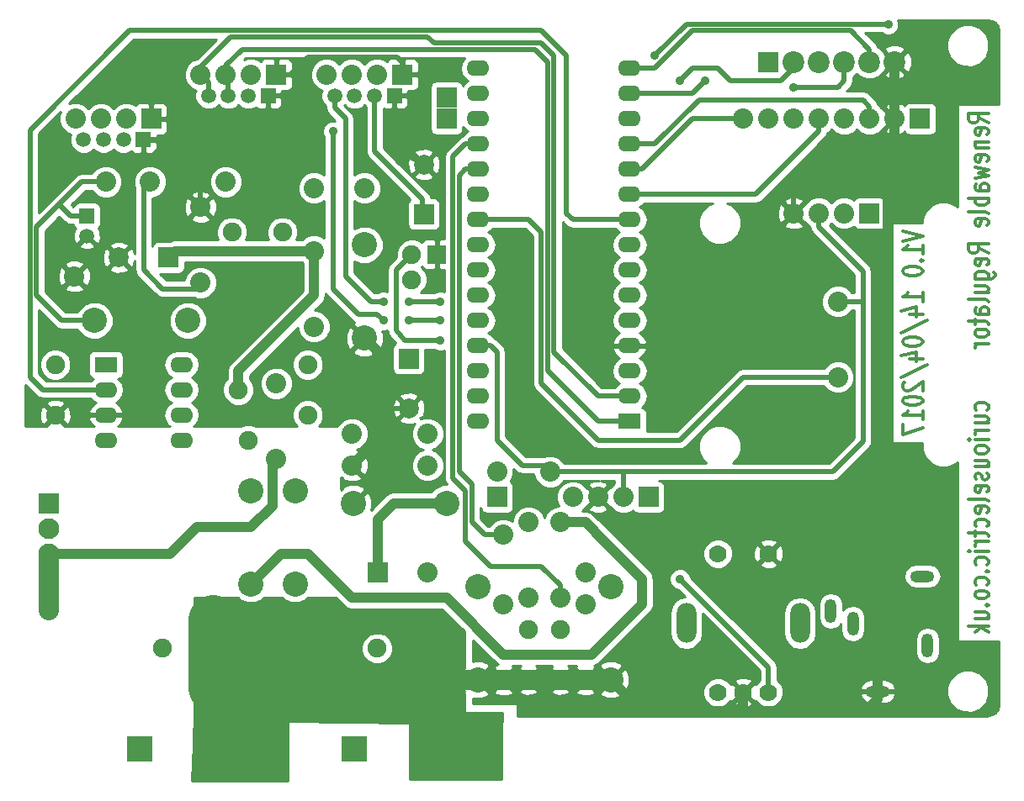
<source format=gbl>
G04 #@! TF.FileFunction,Copper,L2,Bot,Signal*
%FSLAX46Y46*%
G04 Gerber Fmt 4.6, Leading zero omitted, Abs format (unit mm)*
G04 Created by KiCad (PCBNEW 4.0.4-stable) date 04/20/17 09:34:57*
%MOMM*%
%LPD*%
G01*
G04 APERTURE LIST*
%ADD10C,0.150000*%
%ADD11C,0.304800*%
%ADD12R,2.032000X2.032000*%
%ADD13C,2.032000*%
%ADD14C,1.905000*%
%ADD15R,2.286000X1.574800*%
%ADD16O,2.286000X1.574800*%
%ADD17R,1.500000X1.500000*%
%ADD18C,1.500000*%
%ADD19O,1.200000X2.400000*%
%ADD20O,2.400000X1.200000*%
%ADD21C,2.540000*%
%ADD22C,1.778000*%
%ADD23O,1.998980X4.000500*%
%ADD24R,2.100580X2.100580*%
%ADD25C,2.199640*%
%ADD26C,2.100580*%
%ADD27R,1.905000X1.905000*%
%ADD28R,2.499360X2.499360*%
%ADD29C,2.499360*%
%ADD30R,2.000000X2.000000*%
%ADD31C,2.000000*%
%ADD32C,0.889000*%
%ADD33C,0.500000*%
%ADD34C,1.000000*%
%ADD35C,2.000000*%
%ADD36C,5.000000*%
%ADD37C,0.254000*%
G04 APERTURE END LIST*
D10*
D11*
X97596476Y-40113857D02*
X97693238Y-39968714D01*
X97693238Y-39678428D01*
X97596476Y-39533286D01*
X97499714Y-39460714D01*
X97306190Y-39388143D01*
X96725619Y-39388143D01*
X96532095Y-39460714D01*
X96435333Y-39533286D01*
X96338571Y-39678428D01*
X96338571Y-39968714D01*
X96435333Y-40113857D01*
X96338571Y-41420143D02*
X97693238Y-41420143D01*
X96338571Y-40767000D02*
X97402952Y-40767000D01*
X97596476Y-40839572D01*
X97693238Y-40984714D01*
X97693238Y-41202429D01*
X97596476Y-41347572D01*
X97499714Y-41420143D01*
X97693238Y-42145857D02*
X96338571Y-42145857D01*
X96725619Y-42145857D02*
X96532095Y-42218429D01*
X96435333Y-42291000D01*
X96338571Y-42436143D01*
X96338571Y-42581286D01*
X97693238Y-43089286D02*
X96338571Y-43089286D01*
X95661238Y-43089286D02*
X95758000Y-43016715D01*
X95854762Y-43089286D01*
X95758000Y-43161858D01*
X95661238Y-43089286D01*
X95854762Y-43089286D01*
X97693238Y-44032714D02*
X97596476Y-43887572D01*
X97499714Y-43815000D01*
X97306190Y-43742429D01*
X96725619Y-43742429D01*
X96532095Y-43815000D01*
X96435333Y-43887572D01*
X96338571Y-44032714D01*
X96338571Y-44250429D01*
X96435333Y-44395572D01*
X96532095Y-44468143D01*
X96725619Y-44540714D01*
X97306190Y-44540714D01*
X97499714Y-44468143D01*
X97596476Y-44395572D01*
X97693238Y-44250429D01*
X97693238Y-44032714D01*
X96338571Y-45847000D02*
X97693238Y-45847000D01*
X96338571Y-45193857D02*
X97402952Y-45193857D01*
X97596476Y-45266429D01*
X97693238Y-45411571D01*
X97693238Y-45629286D01*
X97596476Y-45774429D01*
X97499714Y-45847000D01*
X97596476Y-46500143D02*
X97693238Y-46645286D01*
X97693238Y-46935571D01*
X97596476Y-47080714D01*
X97402952Y-47153286D01*
X97306190Y-47153286D01*
X97112667Y-47080714D01*
X97015905Y-46935571D01*
X97015905Y-46717857D01*
X96919143Y-46572714D01*
X96725619Y-46500143D01*
X96628857Y-46500143D01*
X96435333Y-46572714D01*
X96338571Y-46717857D01*
X96338571Y-46935571D01*
X96435333Y-47080714D01*
X97596476Y-48387000D02*
X97693238Y-48241857D01*
X97693238Y-47951571D01*
X97596476Y-47806428D01*
X97402952Y-47733857D01*
X96628857Y-47733857D01*
X96435333Y-47806428D01*
X96338571Y-47951571D01*
X96338571Y-48241857D01*
X96435333Y-48387000D01*
X96628857Y-48459571D01*
X96822381Y-48459571D01*
X97015905Y-47733857D01*
X97693238Y-49330428D02*
X97596476Y-49185286D01*
X97402952Y-49112714D01*
X95661238Y-49112714D01*
X97596476Y-50491572D02*
X97693238Y-50346429D01*
X97693238Y-50056143D01*
X97596476Y-49911000D01*
X97402952Y-49838429D01*
X96628857Y-49838429D01*
X96435333Y-49911000D01*
X96338571Y-50056143D01*
X96338571Y-50346429D01*
X96435333Y-50491572D01*
X96628857Y-50564143D01*
X96822381Y-50564143D01*
X97015905Y-49838429D01*
X97596476Y-51870429D02*
X97693238Y-51725286D01*
X97693238Y-51435000D01*
X97596476Y-51289858D01*
X97499714Y-51217286D01*
X97306190Y-51144715D01*
X96725619Y-51144715D01*
X96532095Y-51217286D01*
X96435333Y-51289858D01*
X96338571Y-51435000D01*
X96338571Y-51725286D01*
X96435333Y-51870429D01*
X96338571Y-52305858D02*
X96338571Y-52886429D01*
X95661238Y-52523572D02*
X97402952Y-52523572D01*
X97596476Y-52596144D01*
X97693238Y-52741286D01*
X97693238Y-52886429D01*
X97693238Y-53394429D02*
X96338571Y-53394429D01*
X96725619Y-53394429D02*
X96532095Y-53467001D01*
X96435333Y-53539572D01*
X96338571Y-53684715D01*
X96338571Y-53829858D01*
X97693238Y-54337858D02*
X96338571Y-54337858D01*
X95661238Y-54337858D02*
X95758000Y-54265287D01*
X95854762Y-54337858D01*
X95758000Y-54410430D01*
X95661238Y-54337858D01*
X95854762Y-54337858D01*
X97596476Y-55716715D02*
X97693238Y-55571572D01*
X97693238Y-55281286D01*
X97596476Y-55136144D01*
X97499714Y-55063572D01*
X97306190Y-54991001D01*
X96725619Y-54991001D01*
X96532095Y-55063572D01*
X96435333Y-55136144D01*
X96338571Y-55281286D01*
X96338571Y-55571572D01*
X96435333Y-55716715D01*
X97499714Y-56369858D02*
X97596476Y-56442430D01*
X97693238Y-56369858D01*
X97596476Y-56297287D01*
X97499714Y-56369858D01*
X97693238Y-56369858D01*
X97596476Y-57748715D02*
X97693238Y-57603572D01*
X97693238Y-57313286D01*
X97596476Y-57168144D01*
X97499714Y-57095572D01*
X97306190Y-57023001D01*
X96725619Y-57023001D01*
X96532095Y-57095572D01*
X96435333Y-57168144D01*
X96338571Y-57313286D01*
X96338571Y-57603572D01*
X96435333Y-57748715D01*
X97693238Y-58619572D02*
X97596476Y-58474430D01*
X97499714Y-58401858D01*
X97306190Y-58329287D01*
X96725619Y-58329287D01*
X96532095Y-58401858D01*
X96435333Y-58474430D01*
X96338571Y-58619572D01*
X96338571Y-58837287D01*
X96435333Y-58982430D01*
X96532095Y-59055001D01*
X96725619Y-59127572D01*
X97306190Y-59127572D01*
X97499714Y-59055001D01*
X97596476Y-58982430D01*
X97693238Y-58837287D01*
X97693238Y-58619572D01*
X97499714Y-59780715D02*
X97596476Y-59853287D01*
X97693238Y-59780715D01*
X97596476Y-59708144D01*
X97499714Y-59780715D01*
X97693238Y-59780715D01*
X96338571Y-61159572D02*
X97693238Y-61159572D01*
X96338571Y-60506429D02*
X97402952Y-60506429D01*
X97596476Y-60579001D01*
X97693238Y-60724143D01*
X97693238Y-60941858D01*
X97596476Y-61087001D01*
X97499714Y-61159572D01*
X97693238Y-61885286D02*
X95661238Y-61885286D01*
X96919143Y-62030429D02*
X97693238Y-62465858D01*
X96338571Y-62465858D02*
X97112667Y-61885286D01*
X89057238Y-22079856D02*
X91089238Y-22587856D01*
X89057238Y-23095856D01*
X91089238Y-24402142D02*
X91089238Y-23531285D01*
X91089238Y-23966713D02*
X89057238Y-23966713D01*
X89347524Y-23821570D01*
X89541048Y-23676428D01*
X89637810Y-23531285D01*
X90895714Y-25055285D02*
X90992476Y-25127857D01*
X91089238Y-25055285D01*
X90992476Y-24982714D01*
X90895714Y-25055285D01*
X91089238Y-25055285D01*
X89057238Y-26071285D02*
X89057238Y-26216428D01*
X89154000Y-26361571D01*
X89250762Y-26434142D01*
X89444286Y-26506713D01*
X89831333Y-26579285D01*
X90315143Y-26579285D01*
X90702190Y-26506713D01*
X90895714Y-26434142D01*
X90992476Y-26361571D01*
X91089238Y-26216428D01*
X91089238Y-26071285D01*
X90992476Y-25926142D01*
X90895714Y-25853571D01*
X90702190Y-25780999D01*
X90315143Y-25708428D01*
X89831333Y-25708428D01*
X89444286Y-25780999D01*
X89250762Y-25853571D01*
X89154000Y-25926142D01*
X89057238Y-26071285D01*
X91089238Y-29191857D02*
X91089238Y-28321000D01*
X91089238Y-28756428D02*
X89057238Y-28756428D01*
X89347524Y-28611285D01*
X89541048Y-28466143D01*
X89637810Y-28321000D01*
X89734571Y-30498143D02*
X91089238Y-30498143D01*
X88960476Y-30135286D02*
X90411905Y-29772429D01*
X90411905Y-30715857D01*
X88960476Y-32385001D02*
X91573048Y-31078715D01*
X89057238Y-33183286D02*
X89057238Y-33328429D01*
X89154000Y-33473572D01*
X89250762Y-33546143D01*
X89444286Y-33618714D01*
X89831333Y-33691286D01*
X90315143Y-33691286D01*
X90702190Y-33618714D01*
X90895714Y-33546143D01*
X90992476Y-33473572D01*
X91089238Y-33328429D01*
X91089238Y-33183286D01*
X90992476Y-33038143D01*
X90895714Y-32965572D01*
X90702190Y-32893000D01*
X90315143Y-32820429D01*
X89831333Y-32820429D01*
X89444286Y-32893000D01*
X89250762Y-32965572D01*
X89154000Y-33038143D01*
X89057238Y-33183286D01*
X89734571Y-34997572D02*
X91089238Y-34997572D01*
X88960476Y-34634715D02*
X90411905Y-34271858D01*
X90411905Y-35215286D01*
X88960476Y-36884430D02*
X91573048Y-35578144D01*
X89250762Y-37319858D02*
X89154000Y-37392429D01*
X89057238Y-37537572D01*
X89057238Y-37900429D01*
X89154000Y-38045572D01*
X89250762Y-38118143D01*
X89444286Y-38190715D01*
X89637810Y-38190715D01*
X89928095Y-38118143D01*
X91089238Y-37247286D01*
X91089238Y-38190715D01*
X89057238Y-39134144D02*
X89057238Y-39279287D01*
X89154000Y-39424430D01*
X89250762Y-39497001D01*
X89444286Y-39569572D01*
X89831333Y-39642144D01*
X90315143Y-39642144D01*
X90702190Y-39569572D01*
X90895714Y-39497001D01*
X90992476Y-39424430D01*
X91089238Y-39279287D01*
X91089238Y-39134144D01*
X90992476Y-38989001D01*
X90895714Y-38916430D01*
X90702190Y-38843858D01*
X90315143Y-38771287D01*
X89831333Y-38771287D01*
X89444286Y-38843858D01*
X89250762Y-38916430D01*
X89154000Y-38989001D01*
X89057238Y-39134144D01*
X91089238Y-41093573D02*
X91089238Y-40222716D01*
X91089238Y-40658144D02*
X89057238Y-40658144D01*
X89347524Y-40513001D01*
X89541048Y-40367859D01*
X89637810Y-40222716D01*
X89057238Y-41601573D02*
X89057238Y-42617573D01*
X91089238Y-41964430D01*
X97693238Y-11157857D02*
X96725619Y-10649857D01*
X97693238Y-10287000D02*
X95661238Y-10287000D01*
X95661238Y-10867572D01*
X95758000Y-11012714D01*
X95854762Y-11085286D01*
X96048286Y-11157857D01*
X96338571Y-11157857D01*
X96532095Y-11085286D01*
X96628857Y-11012714D01*
X96725619Y-10867572D01*
X96725619Y-10287000D01*
X97596476Y-12391572D02*
X97693238Y-12246429D01*
X97693238Y-11956143D01*
X97596476Y-11811000D01*
X97402952Y-11738429D01*
X96628857Y-11738429D01*
X96435333Y-11811000D01*
X96338571Y-11956143D01*
X96338571Y-12246429D01*
X96435333Y-12391572D01*
X96628857Y-12464143D01*
X96822381Y-12464143D01*
X97015905Y-11738429D01*
X96338571Y-13117286D02*
X97693238Y-13117286D01*
X96532095Y-13117286D02*
X96435333Y-13189858D01*
X96338571Y-13335000D01*
X96338571Y-13552715D01*
X96435333Y-13697858D01*
X96628857Y-13770429D01*
X97693238Y-13770429D01*
X97596476Y-15076715D02*
X97693238Y-14931572D01*
X97693238Y-14641286D01*
X97596476Y-14496143D01*
X97402952Y-14423572D01*
X96628857Y-14423572D01*
X96435333Y-14496143D01*
X96338571Y-14641286D01*
X96338571Y-14931572D01*
X96435333Y-15076715D01*
X96628857Y-15149286D01*
X96822381Y-15149286D01*
X97015905Y-14423572D01*
X96338571Y-15657286D02*
X97693238Y-15947572D01*
X96725619Y-16237858D01*
X97693238Y-16528143D01*
X96338571Y-16818429D01*
X97693238Y-18052143D02*
X96628857Y-18052143D01*
X96435333Y-17979572D01*
X96338571Y-17834429D01*
X96338571Y-17544143D01*
X96435333Y-17399000D01*
X97596476Y-18052143D02*
X97693238Y-17907000D01*
X97693238Y-17544143D01*
X97596476Y-17399000D01*
X97402952Y-17326429D01*
X97209429Y-17326429D01*
X97015905Y-17399000D01*
X96919143Y-17544143D01*
X96919143Y-17907000D01*
X96822381Y-18052143D01*
X97693238Y-18777857D02*
X95661238Y-18777857D01*
X96435333Y-18777857D02*
X96338571Y-18923000D01*
X96338571Y-19213286D01*
X96435333Y-19358429D01*
X96532095Y-19431000D01*
X96725619Y-19503571D01*
X97306190Y-19503571D01*
X97499714Y-19431000D01*
X97596476Y-19358429D01*
X97693238Y-19213286D01*
X97693238Y-18923000D01*
X97596476Y-18777857D01*
X97693238Y-20374428D02*
X97596476Y-20229286D01*
X97402952Y-20156714D01*
X95661238Y-20156714D01*
X97596476Y-21535572D02*
X97693238Y-21390429D01*
X97693238Y-21100143D01*
X97596476Y-20955000D01*
X97402952Y-20882429D01*
X96628857Y-20882429D01*
X96435333Y-20955000D01*
X96338571Y-21100143D01*
X96338571Y-21390429D01*
X96435333Y-21535572D01*
X96628857Y-21608143D01*
X96822381Y-21608143D01*
X97015905Y-20882429D01*
X97693238Y-24293286D02*
X96725619Y-23785286D01*
X97693238Y-23422429D02*
X95661238Y-23422429D01*
X95661238Y-24003001D01*
X95758000Y-24148143D01*
X95854762Y-24220715D01*
X96048286Y-24293286D01*
X96338571Y-24293286D01*
X96532095Y-24220715D01*
X96628857Y-24148143D01*
X96725619Y-24003001D01*
X96725619Y-23422429D01*
X97596476Y-25527001D02*
X97693238Y-25381858D01*
X97693238Y-25091572D01*
X97596476Y-24946429D01*
X97402952Y-24873858D01*
X96628857Y-24873858D01*
X96435333Y-24946429D01*
X96338571Y-25091572D01*
X96338571Y-25381858D01*
X96435333Y-25527001D01*
X96628857Y-25599572D01*
X96822381Y-25599572D01*
X97015905Y-24873858D01*
X96338571Y-26905858D02*
X97983524Y-26905858D01*
X98177048Y-26833287D01*
X98273810Y-26760715D01*
X98370571Y-26615572D01*
X98370571Y-26397858D01*
X98273810Y-26252715D01*
X97596476Y-26905858D02*
X97693238Y-26760715D01*
X97693238Y-26470429D01*
X97596476Y-26325287D01*
X97499714Y-26252715D01*
X97306190Y-26180144D01*
X96725619Y-26180144D01*
X96532095Y-26252715D01*
X96435333Y-26325287D01*
X96338571Y-26470429D01*
X96338571Y-26760715D01*
X96435333Y-26905858D01*
X96338571Y-28284715D02*
X97693238Y-28284715D01*
X96338571Y-27631572D02*
X97402952Y-27631572D01*
X97596476Y-27704144D01*
X97693238Y-27849286D01*
X97693238Y-28067001D01*
X97596476Y-28212144D01*
X97499714Y-28284715D01*
X97693238Y-29228143D02*
X97596476Y-29083001D01*
X97402952Y-29010429D01*
X95661238Y-29010429D01*
X97693238Y-30461858D02*
X96628857Y-30461858D01*
X96435333Y-30389287D01*
X96338571Y-30244144D01*
X96338571Y-29953858D01*
X96435333Y-29808715D01*
X97596476Y-30461858D02*
X97693238Y-30316715D01*
X97693238Y-29953858D01*
X97596476Y-29808715D01*
X97402952Y-29736144D01*
X97209429Y-29736144D01*
X97015905Y-29808715D01*
X96919143Y-29953858D01*
X96919143Y-30316715D01*
X96822381Y-30461858D01*
X96338571Y-30969858D02*
X96338571Y-31550429D01*
X95661238Y-31187572D02*
X97402952Y-31187572D01*
X97596476Y-31260144D01*
X97693238Y-31405286D01*
X97693238Y-31550429D01*
X97693238Y-32276143D02*
X97596476Y-32131001D01*
X97499714Y-32058429D01*
X97306190Y-31985858D01*
X96725619Y-31985858D01*
X96532095Y-32058429D01*
X96435333Y-32131001D01*
X96338571Y-32276143D01*
X96338571Y-32493858D01*
X96435333Y-32639001D01*
X96532095Y-32711572D01*
X96725619Y-32784143D01*
X97306190Y-32784143D01*
X97499714Y-32711572D01*
X97596476Y-32639001D01*
X97693238Y-32493858D01*
X97693238Y-32276143D01*
X97693238Y-33437286D02*
X96338571Y-33437286D01*
X96725619Y-33437286D02*
X96532095Y-33509858D01*
X96435333Y-33582429D01*
X96338571Y-33727572D01*
X96338571Y-33872715D01*
D12*
X85725000Y-20320000D03*
D13*
X83185000Y-20320000D03*
X80645000Y-20320000D03*
X78105000Y-20320000D03*
D14*
X51435000Y-62230000D03*
X51435000Y-67310000D03*
X14605000Y-64135000D03*
X19705000Y-63135000D03*
D15*
X8890000Y-35560000D03*
D16*
X8890000Y-38100000D03*
X8890000Y-40640000D03*
X8890000Y-43180000D03*
X16510000Y-43180000D03*
X16510000Y-40640000D03*
X16510000Y-38100000D03*
X16510000Y-35560000D03*
D12*
X90825000Y-10795000D03*
D13*
X88285000Y-10795000D03*
X85745000Y-10795000D03*
X83205000Y-10795000D03*
X80665000Y-10795000D03*
X78125000Y-10795000D03*
X75585000Y-10795000D03*
X73045000Y-10795000D03*
X55880000Y-48895000D03*
X58420000Y-48895000D03*
X60960000Y-48895000D03*
D12*
X63500000Y-48895000D03*
X13462000Y-10795000D03*
D13*
X10922000Y-10795000D03*
X8382000Y-10795000D03*
X5842000Y-10795000D03*
D17*
X12652000Y-12906000D03*
D18*
X10652000Y-12906000D03*
X8652000Y-12906000D03*
X6652000Y-12906000D03*
D12*
X38735000Y-6350000D03*
D13*
X36195000Y-6350000D03*
X33655000Y-6350000D03*
X31115000Y-6350000D03*
D17*
X37925000Y-8461000D03*
D18*
X35925000Y-8461000D03*
X33925000Y-8461000D03*
X31925000Y-8461000D03*
D12*
X26035000Y-6350000D03*
D13*
X23495000Y-6350000D03*
X20955000Y-6350000D03*
X18415000Y-6350000D03*
D17*
X25225000Y-8461000D03*
D18*
X23225000Y-8461000D03*
X21225000Y-8461000D03*
X19225000Y-8461000D03*
D19*
X84079000Y-61630000D03*
D20*
X86579000Y-68480000D03*
D19*
X91579000Y-63880000D03*
X81829000Y-60380000D03*
D20*
X91079000Y-56880000D03*
D14*
X54610000Y-62230000D03*
X54610000Y-67310000D03*
X3810000Y-35560000D03*
X3810000Y-40640000D03*
X29210000Y-35560000D03*
X29210000Y-40640000D03*
X21590000Y-22225000D03*
X26670000Y-22225000D03*
D21*
X59690000Y-67310000D03*
X59690000Y-57912000D03*
X46355000Y-67310000D03*
X46355000Y-57912000D03*
X27940000Y-48260000D03*
X27940000Y-57658000D03*
X23495000Y-48260000D03*
X23495000Y-57658000D03*
X17145000Y-31115000D03*
X7747000Y-31115000D03*
D13*
X48260000Y-46355000D03*
D12*
X48260000Y-48895000D03*
D21*
X43180000Y-49530000D03*
X33782000Y-49530000D03*
X34925000Y-23495000D03*
X34925000Y-32893000D03*
D22*
X70485000Y-68580000D03*
X75565000Y-68580000D03*
X73025000Y-68580000D03*
X70485000Y-54610000D03*
X75565000Y-54610000D03*
D23*
X78740000Y-61595000D03*
X67310000Y-61595000D03*
D14*
X22225000Y-38100000D03*
X23225000Y-43200000D03*
D13*
X29845000Y-17780000D03*
X34925000Y-17780000D03*
D12*
X43180000Y-10795000D03*
X43180000Y-8636000D03*
D24*
X75565000Y-5080000D03*
D25*
X78105000Y-5080000D03*
X80645000Y-5080000D03*
X83185000Y-5080000D03*
X85725000Y-5080000D03*
X88265000Y-5080000D03*
D26*
X3175000Y-54610000D03*
X3175000Y-52070000D03*
D24*
X3175000Y-49530000D03*
D13*
X54610000Y-51435000D03*
X54610000Y-59055000D03*
X57150000Y-59690000D03*
X57150000Y-67310000D03*
X51435000Y-51435000D03*
X51435000Y-59055000D03*
X48895000Y-59690000D03*
X48895000Y-67310000D03*
X82550000Y-29210000D03*
X82550000Y-36830000D03*
X26035000Y-45085000D03*
X26035000Y-37465000D03*
X41275000Y-45720000D03*
X33655000Y-45720000D03*
X33655000Y-42545000D03*
X41275000Y-42545000D03*
X29845000Y-24130000D03*
X29845000Y-31750000D03*
X20955000Y-17145000D03*
X13335000Y-17145000D03*
D27*
X42227500Y-24447500D03*
D14*
X39687500Y-24447500D03*
X39687500Y-26987500D03*
X36195000Y-64135000D03*
X41295000Y-63135000D03*
D15*
X61595000Y-41275000D03*
D16*
X61595000Y-38735000D03*
X61595000Y-36195000D03*
X61595000Y-33655000D03*
X61595000Y-31115000D03*
X61595000Y-28575000D03*
X61595000Y-26035000D03*
X61595000Y-23495000D03*
X61595000Y-20955000D03*
X61595000Y-18415000D03*
X61595000Y-15875000D03*
X61595000Y-13335000D03*
X61595000Y-10795000D03*
X61595000Y-8255000D03*
X61595000Y-5715000D03*
X46355000Y-5715000D03*
X46355000Y-8255000D03*
X46355000Y-10795000D03*
X46355000Y-13335000D03*
X46355000Y-15875000D03*
X46355000Y-18415000D03*
X46355000Y-20955000D03*
X46355000Y-23495000D03*
X46355000Y-26035000D03*
X46355000Y-28575000D03*
X46355000Y-31115000D03*
X46355000Y-33655000D03*
X46355000Y-36195000D03*
X46355000Y-38735000D03*
X46355000Y-41275000D03*
D13*
X18415000Y-27305000D03*
X18415000Y-19685000D03*
X57150000Y-56515000D03*
X48895000Y-52705000D03*
X3175000Y-60325000D03*
X5715000Y-26670000D03*
X53594000Y-46355000D03*
X8890000Y-17145000D03*
D28*
X12305000Y-74265000D03*
D29*
X22305000Y-74265000D03*
D28*
X33895000Y-74265000D03*
D29*
X43895000Y-74265000D03*
D12*
X36235000Y-56515000D03*
D13*
X41235000Y-56515000D03*
D30*
X15200000Y-24765000D03*
D31*
X10200000Y-24765000D03*
D17*
X6985000Y-20590000D03*
D18*
X6985000Y-22590000D03*
D30*
X39370000Y-34965000D03*
D31*
X39370000Y-39965000D03*
D30*
X40894000Y-20407000D03*
D31*
X40894000Y-15407000D03*
D32*
X42545000Y-33147000D03*
X78105000Y-7620000D03*
X64135000Y-4445000D03*
X87630000Y-1270000D03*
X69215000Y-6985000D03*
X66675000Y-57150000D03*
X66675000Y-6985000D03*
X42545000Y-29210000D03*
X39370000Y-29210000D03*
X36830000Y-29210000D03*
X42545000Y-31115000D03*
X39370000Y-31115000D03*
X36830000Y-31115000D03*
X31750000Y-12065000D03*
D33*
X82550000Y-29210000D02*
X85090000Y-29210000D01*
X85090000Y-29210000D02*
X84963000Y-29210000D01*
X84963000Y-29210000D02*
X85090000Y-29210000D01*
X85090000Y-32131000D02*
X85090000Y-29210000D01*
X85090000Y-29210000D02*
X85090000Y-26162000D01*
X85090000Y-26162000D02*
X80645000Y-21717000D01*
X80645000Y-21717000D02*
X80645000Y-20320000D01*
X61087000Y-46355000D02*
X82042000Y-46355000D01*
X82042000Y-46355000D02*
X85090000Y-43307000D01*
X85090000Y-43307000D02*
X85090000Y-32131000D01*
X60960000Y-48895000D02*
X60960000Y-46482000D01*
X60960000Y-46482000D02*
X61087000Y-46355000D01*
X59309000Y-46355000D02*
X61087000Y-46355000D01*
X53594000Y-46355000D02*
X59309000Y-46355000D01*
X35925000Y-8461000D02*
X35941000Y-8477000D01*
X35941000Y-8477000D02*
X35941000Y-14097000D01*
X40767000Y-18923000D02*
X40767000Y-20280000D01*
X35941000Y-14097000D02*
X40767000Y-18923000D01*
X40767000Y-20280000D02*
X40894000Y-20407000D01*
X39687500Y-24447500D02*
X38100000Y-26035000D01*
X38100000Y-26035000D02*
X38100000Y-32131000D01*
X38100000Y-32131000D02*
X38989000Y-33147000D01*
X38989000Y-33147000D02*
X42545000Y-33147000D01*
X46355000Y-33655000D02*
X47625000Y-33655000D01*
X50800000Y-45720000D02*
X53975000Y-45720000D01*
X48260000Y-43180000D02*
X50800000Y-45720000D01*
X48260000Y-41910000D02*
X48260000Y-43180000D01*
X48260000Y-34290000D02*
X48260000Y-41910000D01*
X47625000Y-33655000D02*
X48260000Y-34290000D01*
D34*
X85217000Y-70485000D02*
X85344000Y-70485000D01*
X85344000Y-70485000D02*
X86579000Y-69250000D01*
X86579000Y-69250000D02*
X86579000Y-68480000D01*
X81915000Y-70485000D02*
X85217000Y-70485000D01*
X86579000Y-65313000D02*
X87595000Y-64297000D01*
X86579000Y-69250000D02*
X86579000Y-65313000D01*
X85344000Y-70485000D02*
X86579000Y-69250000D01*
D33*
X78105000Y-20320000D02*
X78105000Y-18542000D01*
X80137000Y-16510000D02*
X87595000Y-16510000D01*
X78105000Y-18542000D02*
X80137000Y-16510000D01*
X12652000Y-12906000D02*
X14780000Y-12906000D01*
X26035000Y-6350000D02*
X27432000Y-6350000D01*
X27432000Y-6350000D02*
X29210000Y-4572000D01*
X22225000Y-12906000D02*
X23289000Y-12906000D01*
X25225000Y-10970000D02*
X25225000Y-8461000D01*
X23289000Y-12906000D02*
X25225000Y-10970000D01*
X38735000Y-5080000D02*
X38735000Y-6350000D01*
X29210000Y-4572000D02*
X38227000Y-4572000D01*
X38227000Y-4572000D02*
X38735000Y-5080000D01*
X18415000Y-19685000D02*
X18415000Y-12906000D01*
X18415000Y-12906000D02*
X18415000Y-12954000D01*
X18415000Y-12954000D02*
X18415000Y-12906000D01*
X18415000Y-12906000D02*
X22225000Y-12906000D01*
X13033000Y-12906000D02*
X14780000Y-12906000D01*
X14780000Y-12906000D02*
X18415000Y-12906000D01*
X38735000Y-6350000D02*
X38735000Y-5715000D01*
X36195000Y-40005000D02*
X39497000Y-40005000D01*
X39624000Y-39878000D02*
X39624000Y-39878000D01*
X39497000Y-40005000D02*
X39624000Y-39878000D01*
D34*
X88265000Y-10775000D02*
X88285000Y-10795000D01*
X87595000Y-22860000D02*
X87595000Y-16510000D01*
X87595000Y-64297000D02*
X87595000Y-22860000D01*
X87595000Y-16510000D02*
X87595000Y-13370000D01*
X87595000Y-13370000D02*
X88285000Y-12680000D01*
X88285000Y-12680000D02*
X88285000Y-10795000D01*
D33*
X40957500Y-15430500D02*
X40894000Y-15367000D01*
X40894000Y-15367000D02*
X41084500Y-15430500D01*
X41084500Y-15430500D02*
X39370000Y-14605000D01*
X39370000Y-14605000D02*
X37925000Y-13160000D01*
X37925000Y-13160000D02*
X37925000Y-8461000D01*
X59690000Y-67310000D02*
X60325000Y-67310000D01*
D34*
X33655000Y-45720000D02*
X36195000Y-43180000D01*
X36195000Y-43180000D02*
X36195000Y-40005000D01*
X36195000Y-40005000D02*
X36195000Y-34163000D01*
X36195000Y-34163000D02*
X34925000Y-32893000D01*
X73025000Y-68580000D02*
X73025000Y-69850000D01*
X73025000Y-69850000D02*
X72390000Y-70485000D01*
X59690000Y-67310000D02*
X62865000Y-70485000D01*
X62865000Y-70485000D02*
X72390000Y-70485000D01*
X72390000Y-70485000D02*
X81915000Y-70485000D01*
D33*
X59690000Y-67310000D02*
X59690000Y-67945000D01*
D35*
X46355000Y-67310000D02*
X41295000Y-67310000D01*
X51435000Y-67310000D02*
X48895000Y-67310000D01*
X48895000Y-67310000D02*
X46355000Y-67310000D01*
X59690000Y-67310000D02*
X57150000Y-67310000D01*
X57150000Y-67310000D02*
X54610000Y-67310000D01*
X54610000Y-67310000D02*
X47645000Y-67310000D01*
D36*
X19705000Y-61230000D02*
X19705000Y-68092000D01*
X19705000Y-68092000D02*
X20574000Y-68961000D01*
X41295000Y-63135000D02*
X41295000Y-67310000D01*
X41295000Y-67310000D02*
X41295000Y-68580000D01*
X41295000Y-68580000D02*
X41295000Y-69235000D01*
X41295000Y-69235000D02*
X42164000Y-70104000D01*
X22225000Y-74930000D02*
X20574000Y-68961000D01*
X42164000Y-70104000D02*
X43815000Y-74930000D01*
X40640000Y-68580000D02*
X42164000Y-70104000D01*
X20955000Y-68580000D02*
X40640000Y-68580000D01*
X20574000Y-68961000D02*
X20955000Y-68580000D01*
D34*
X88265000Y-5080000D02*
X88265000Y-10775000D01*
D33*
X19225000Y-8461000D02*
X19225000Y-7160000D01*
X19225000Y-7160000D02*
X18415000Y-6350000D01*
X18415000Y-6350000D02*
X18415000Y-5588000D01*
X18415000Y-5588000D02*
X21470998Y-2532002D01*
X21470998Y-2532002D02*
X24511000Y-2532002D01*
X24511000Y-2532002D02*
X24511000Y-2540000D01*
X51427002Y-3167002D02*
X51427002Y-3175000D01*
X42164000Y-3167002D02*
X51427002Y-3167002D01*
X24511000Y-2540000D02*
X41275000Y-2540000D01*
X41275000Y-2540000D02*
X41902002Y-3167002D01*
X41902002Y-3167002D02*
X42164000Y-3167002D01*
X51427002Y-3175000D02*
X51427002Y-3175000D01*
X51427002Y-3175000D02*
X52705000Y-3175000D01*
X52705000Y-3175000D02*
X53975000Y-4445000D01*
X53975000Y-4445000D02*
X53975000Y-34290000D01*
X53975000Y-34290000D02*
X58420000Y-38735000D01*
X58420000Y-38735000D02*
X61595000Y-38735000D01*
X82550000Y-7620000D02*
X78105000Y-7620000D01*
X83185000Y-6985000D02*
X82550000Y-7620000D01*
X83185000Y-5080000D02*
X83185000Y-6985000D01*
X21225000Y-8461000D02*
X21225000Y-6620000D01*
X21225000Y-6620000D02*
X20955000Y-6350000D01*
X20955000Y-6350000D02*
X20955000Y-5461000D01*
X20955000Y-5461000D02*
X22621996Y-3794004D01*
X22621996Y-3794004D02*
X24145996Y-3794004D01*
X24145996Y-3794004D02*
X42164000Y-3794004D01*
X42164000Y-3802002D02*
X42164000Y-3794004D01*
X52070000Y-3802002D02*
X52070000Y-3810000D01*
X42164000Y-3802002D02*
X52070000Y-3802002D01*
X58420000Y-41275000D02*
X61595000Y-41275000D01*
X52070000Y-3810000D02*
X53340000Y-5080000D01*
X53340000Y-5080000D02*
X53340000Y-36195000D01*
X53340000Y-36195000D02*
X58420000Y-41275000D01*
X52070000Y-3810000D02*
X52070000Y-3810000D01*
D34*
X23495000Y-57658000D02*
X26543000Y-54610000D01*
X57150000Y-51435000D02*
X54610000Y-51435000D01*
X59055000Y-53340000D02*
X57150000Y-51435000D01*
X62865000Y-57150000D02*
X59055000Y-53340000D01*
X62865000Y-59690000D02*
X62865000Y-57150000D01*
X57785000Y-64770000D02*
X62865000Y-59690000D01*
X57150000Y-64770000D02*
X57785000Y-64770000D01*
X48895000Y-64770000D02*
X57150000Y-64770000D01*
X43180000Y-59055000D02*
X48895000Y-64770000D01*
X33655000Y-59055000D02*
X43180000Y-59055000D01*
X29210000Y-54610000D02*
X33655000Y-59055000D01*
X26543000Y-54610000D02*
X29210000Y-54610000D01*
X36235000Y-56515000D02*
X36235000Y-51141000D01*
X37846000Y-49530000D02*
X43180000Y-49530000D01*
X36235000Y-51141000D02*
X37846000Y-49530000D01*
D33*
X54610000Y-59055000D02*
X54610000Y-57785000D01*
X54610000Y-57785000D02*
X52705000Y-55880000D01*
X52705000Y-55880000D02*
X47625000Y-55880000D01*
X47625000Y-55880000D02*
X45085000Y-53340000D01*
X45085000Y-53340000D02*
X45085000Y-48260000D01*
X45085000Y-48260000D02*
X43815000Y-46990000D01*
X43815000Y-46990000D02*
X43815000Y-14605000D01*
X43815000Y-14605000D02*
X45085000Y-13335000D01*
X45085000Y-13335000D02*
X46355000Y-13335000D01*
X48895000Y-52705000D02*
X46990000Y-52705000D01*
X46990000Y-52705000D02*
X45720000Y-51435000D01*
X45720000Y-51435000D02*
X45720000Y-47625000D01*
X45720000Y-47625000D02*
X44442002Y-46347002D01*
X44442002Y-46347002D02*
X44442002Y-16517998D01*
X44442002Y-16517998D02*
X45085000Y-15875000D01*
X45085000Y-15875000D02*
X46355000Y-15875000D01*
X6985000Y-20590000D02*
X5350000Y-20590000D01*
X5350000Y-20590000D02*
X4191000Y-19431000D01*
X8890000Y-17145000D02*
X6477000Y-17145000D01*
X6477000Y-17145000D02*
X4191000Y-19431000D01*
X4191000Y-19431000D02*
X1905000Y-21717000D01*
X7747000Y-31115000D02*
X4445000Y-31115000D01*
X1905000Y-28575000D02*
X1905000Y-21717000D01*
X4445000Y-31115000D02*
X1905000Y-28575000D01*
D34*
X29845000Y-24130000D02*
X19050000Y-24130000D01*
X19050000Y-24130000D02*
X15835000Y-24130000D01*
X15835000Y-24130000D02*
X15200000Y-24765000D01*
X22225000Y-36195000D02*
X22225000Y-38100000D01*
X29845000Y-28575000D02*
X22225000Y-36195000D01*
X29845000Y-24130000D02*
X29845000Y-28575000D01*
D33*
X64135000Y-4445000D02*
X67310000Y-1270000D01*
X67310000Y-1270000D02*
X87630000Y-1270000D01*
X85745000Y-10795000D02*
X85745000Y-9545000D01*
X85745000Y-9545000D02*
X85090000Y-8890000D01*
X85090000Y-8890000D02*
X68580000Y-8890000D01*
X68580000Y-8890000D02*
X64135000Y-13335000D01*
X64135000Y-13335000D02*
X61595000Y-13335000D01*
X61595000Y-5715000D02*
X64135000Y-5715000D01*
X64135000Y-5715000D02*
X67945000Y-1905000D01*
X83820000Y-1905000D02*
X85725000Y-3810000D01*
X67945000Y-1905000D02*
X83820000Y-1905000D01*
X85725000Y-3810000D02*
X85725000Y-5080000D01*
X61595000Y-18415000D02*
X74295000Y-18415000D01*
X74295000Y-18415000D02*
X80665000Y-12045000D01*
X80665000Y-12045000D02*
X80665000Y-10795000D01*
X61595000Y-8255000D02*
X67945000Y-8255000D01*
X67945000Y-8255000D02*
X69215000Y-6985000D01*
X61595000Y-15875000D02*
X62865000Y-15875000D01*
X62865000Y-15875000D02*
X67945000Y-10795000D01*
X67945000Y-10795000D02*
X73045000Y-10795000D01*
X66675000Y-57150000D02*
X75565000Y-66040000D01*
X75565000Y-66040000D02*
X75565000Y-68580000D01*
X61595000Y-20955000D02*
X55880000Y-20955000D01*
X1270000Y-13335000D02*
X1270000Y-36830000D01*
X1270000Y-11938000D02*
X1270000Y-13335000D01*
X1270000Y-36830000D02*
X2540000Y-38100000D01*
X2540000Y-38100000D02*
X8890000Y-38100000D01*
X11303000Y-1905000D02*
X1270000Y-11938000D01*
X52705000Y-1905000D02*
X11303000Y-1905000D01*
X55245000Y-4445000D02*
X52705000Y-1905000D01*
X55245000Y-20320000D02*
X55245000Y-4445000D01*
X55880000Y-20955000D02*
X55245000Y-20320000D01*
X78105000Y-5080000D02*
X78105000Y-5715000D01*
X78105000Y-5715000D02*
X76835000Y-6985000D01*
X76835000Y-6985000D02*
X71755000Y-6985000D01*
X71755000Y-6985000D02*
X70485000Y-5715000D01*
X70485000Y-5715000D02*
X67945000Y-5715000D01*
X67945000Y-5715000D02*
X66675000Y-6985000D01*
X46355000Y-20955000D02*
X51435000Y-20955000D01*
X51435000Y-20955000D02*
X52705000Y-22225000D01*
X52705000Y-22225000D02*
X52705000Y-37465000D01*
X52705000Y-37465000D02*
X58420000Y-43180000D01*
X58420000Y-43180000D02*
X66675000Y-43180000D01*
X66675000Y-43180000D02*
X73025000Y-36830000D01*
X73025000Y-36830000D02*
X82550000Y-36830000D01*
X31925000Y-8461000D02*
X31925000Y-9700000D01*
X39370000Y-29210000D02*
X42545000Y-29210000D01*
X35560000Y-29210000D02*
X36830000Y-29210000D01*
X33020000Y-26670000D02*
X35560000Y-29210000D01*
X33020000Y-10795000D02*
X33020000Y-26670000D01*
X31925000Y-9700000D02*
X33020000Y-10795000D01*
X39370000Y-31115000D02*
X42545000Y-31115000D01*
X36195000Y-30480000D02*
X36830000Y-31115000D01*
X34290000Y-30480000D02*
X36195000Y-30480000D01*
X31750000Y-27940000D02*
X34290000Y-30480000D01*
X31750000Y-12065000D02*
X31750000Y-27940000D01*
X13335000Y-17145000D02*
X12700000Y-17780000D01*
X12700000Y-17780000D02*
X12700000Y-26035000D01*
X12700000Y-26035000D02*
X14605000Y-27940000D01*
X14605000Y-27940000D02*
X17780000Y-27940000D01*
X17780000Y-27940000D02*
X18415000Y-27305000D01*
D34*
X3175000Y-54610000D02*
X15367000Y-54610000D01*
X25654000Y-49784000D02*
X25654000Y-45466000D01*
X23495000Y-51943000D02*
X25654000Y-49784000D01*
X18034000Y-51943000D02*
X23495000Y-51943000D01*
X15367000Y-54610000D02*
X18034000Y-51943000D01*
X25654000Y-45466000D02*
X26035000Y-45085000D01*
D35*
X3175000Y-54610000D02*
X3175000Y-60325000D01*
D37*
G36*
X22414495Y-59272039D02*
X23114410Y-59562668D01*
X23872265Y-59563330D01*
X24572686Y-59273922D01*
X24791991Y-59055000D01*
X26642835Y-59055000D01*
X26859495Y-59272039D01*
X27559410Y-59562668D01*
X28317265Y-59563330D01*
X29017686Y-59273922D01*
X29236991Y-59055000D01*
X32049868Y-59055000D01*
X32852434Y-59857566D01*
X33220654Y-60103603D01*
X33655000Y-60190000D01*
X42709868Y-60190000D01*
X44958000Y-62438132D01*
X44958000Y-65963662D01*
X44893527Y-66028135D01*
X44958000Y-66092608D01*
X44958000Y-66163811D01*
X44712343Y-66273520D01*
X44440739Y-66981036D01*
X44460564Y-67738632D01*
X44712343Y-68346480D01*
X44958000Y-68456189D01*
X44958000Y-68527392D01*
X44893527Y-68591865D01*
X44958000Y-68656338D01*
X44958000Y-70485000D01*
X44968006Y-70534410D01*
X44996447Y-70576035D01*
X45038841Y-70603315D01*
X45085000Y-70612000D01*
X48768000Y-70612000D01*
X48768000Y-71438103D01*
X48767337Y-71439095D01*
X48704500Y-71755000D01*
X48704500Y-77343000D01*
X39497000Y-77343000D01*
X39497000Y-75598089D01*
X42741517Y-75598089D01*
X42870725Y-75890859D01*
X43570883Y-76159071D01*
X44320384Y-76138928D01*
X44919275Y-75890859D01*
X45048483Y-75598089D01*
X43895000Y-74444605D01*
X42741517Y-75598089D01*
X39497000Y-75598089D01*
X39497000Y-73940883D01*
X42000929Y-73940883D01*
X42021072Y-74690384D01*
X42269141Y-75289275D01*
X42561911Y-75418483D01*
X43715395Y-74265000D01*
X44074605Y-74265000D01*
X45228089Y-75418483D01*
X45520859Y-75289275D01*
X45789071Y-74589117D01*
X45768928Y-73839616D01*
X45520859Y-73240725D01*
X45228089Y-73111517D01*
X44074605Y-74265000D01*
X43715395Y-74265000D01*
X42561911Y-73111517D01*
X42269141Y-73240725D01*
X42000929Y-73940883D01*
X39497000Y-73940883D01*
X39497000Y-72931911D01*
X42741517Y-72931911D01*
X43895000Y-74085395D01*
X45048483Y-72931911D01*
X44919275Y-72639141D01*
X44219117Y-72370929D01*
X43469616Y-72391072D01*
X42870725Y-72639141D01*
X42741517Y-72931911D01*
X39497000Y-72931911D01*
X39497000Y-71755000D01*
X39486994Y-71705590D01*
X39458553Y-71663965D01*
X39416159Y-71636685D01*
X39371337Y-71628007D01*
X27306337Y-71501007D01*
X27256824Y-71510492D01*
X27214903Y-71538493D01*
X27187178Y-71580598D01*
X27178000Y-71628000D01*
X27178000Y-77470000D01*
X17531289Y-77470000D01*
X17607693Y-75598089D01*
X21151517Y-75598089D01*
X21280725Y-75890859D01*
X21980883Y-76159071D01*
X22730384Y-76138928D01*
X23329275Y-75890859D01*
X23458483Y-75598089D01*
X22305000Y-74444605D01*
X21151517Y-75598089D01*
X17607693Y-75598089D01*
X17675334Y-73940883D01*
X20410929Y-73940883D01*
X20431072Y-74690384D01*
X20679141Y-75289275D01*
X20971911Y-75418483D01*
X22125395Y-74265000D01*
X22484605Y-74265000D01*
X23638089Y-75418483D01*
X23930859Y-75289275D01*
X24199071Y-74589117D01*
X24178928Y-73839616D01*
X23930859Y-73240725D01*
X23638089Y-73111517D01*
X22484605Y-74265000D01*
X22125395Y-74265000D01*
X20971911Y-73111517D01*
X20679141Y-73240725D01*
X20410929Y-73940883D01*
X17675334Y-73940883D01*
X17716516Y-72931911D01*
X21151517Y-72931911D01*
X22305000Y-74085395D01*
X23458483Y-72931911D01*
X23329275Y-72639141D01*
X22629117Y-72370929D01*
X21879616Y-72391072D01*
X21280725Y-72639141D01*
X21151517Y-72931911D01*
X17716516Y-72931911D01*
X17779894Y-71379179D01*
X17780000Y-71374000D01*
X17780000Y-64253159D01*
X18766446Y-64253159D01*
X18859288Y-64515088D01*
X19451801Y-64733675D01*
X20082861Y-64708878D01*
X20550712Y-64515088D01*
X20573999Y-64449388D01*
X34607225Y-64449388D01*
X34848398Y-65033072D01*
X35294579Y-65480032D01*
X35877841Y-65722224D01*
X36509388Y-65722775D01*
X37093072Y-65481602D01*
X37540032Y-65035421D01*
X37782224Y-64452159D01*
X37782397Y-64253159D01*
X40356446Y-64253159D01*
X40449288Y-64515088D01*
X41041801Y-64733675D01*
X41672861Y-64708878D01*
X42140712Y-64515088D01*
X42233554Y-64253159D01*
X41295000Y-63314605D01*
X40356446Y-64253159D01*
X37782397Y-64253159D01*
X37782775Y-63820612D01*
X37541602Y-63236928D01*
X37187094Y-62881801D01*
X39696325Y-62881801D01*
X39721122Y-63512861D01*
X39914912Y-63980712D01*
X40176841Y-64073554D01*
X41115395Y-63135000D01*
X41474605Y-63135000D01*
X42413159Y-64073554D01*
X42675088Y-63980712D01*
X42893675Y-63388199D01*
X42868878Y-62757139D01*
X42675088Y-62289288D01*
X42413159Y-62196446D01*
X41474605Y-63135000D01*
X41115395Y-63135000D01*
X40176841Y-62196446D01*
X39914912Y-62289288D01*
X39696325Y-62881801D01*
X37187094Y-62881801D01*
X37095421Y-62789968D01*
X36512159Y-62547776D01*
X35880612Y-62547225D01*
X35296928Y-62788398D01*
X34849968Y-63234579D01*
X34607776Y-63817841D01*
X34607225Y-64449388D01*
X20573999Y-64449388D01*
X20643554Y-64253159D01*
X19705000Y-63314605D01*
X18766446Y-64253159D01*
X17780000Y-64253159D01*
X17780000Y-62881801D01*
X18106325Y-62881801D01*
X18131122Y-63512861D01*
X18324912Y-63980712D01*
X18586841Y-64073554D01*
X19525395Y-63135000D01*
X19884605Y-63135000D01*
X20823159Y-64073554D01*
X21085088Y-63980712D01*
X21303675Y-63388199D01*
X21278878Y-62757139D01*
X21085088Y-62289288D01*
X20823159Y-62196446D01*
X19884605Y-63135000D01*
X19525395Y-63135000D01*
X18586841Y-62196446D01*
X18324912Y-62289288D01*
X18106325Y-62881801D01*
X17780000Y-62881801D01*
X17780000Y-62016841D01*
X18766446Y-62016841D01*
X19705000Y-62955395D01*
X20643554Y-62016841D01*
X40356446Y-62016841D01*
X41295000Y-62955395D01*
X42233554Y-62016841D01*
X42140712Y-61754912D01*
X41548199Y-61536325D01*
X40917139Y-61561122D01*
X40449288Y-61754912D01*
X40356446Y-62016841D01*
X20643554Y-62016841D01*
X20550712Y-61754912D01*
X19958199Y-61536325D01*
X19327139Y-61561122D01*
X18859288Y-61754912D01*
X18766446Y-62016841D01*
X17780000Y-62016841D01*
X17780000Y-59055000D01*
X22197835Y-59055000D01*
X22414495Y-59272039D01*
X22414495Y-59272039D01*
G37*
X22414495Y-59272039D02*
X23114410Y-59562668D01*
X23872265Y-59563330D01*
X24572686Y-59273922D01*
X24791991Y-59055000D01*
X26642835Y-59055000D01*
X26859495Y-59272039D01*
X27559410Y-59562668D01*
X28317265Y-59563330D01*
X29017686Y-59273922D01*
X29236991Y-59055000D01*
X32049868Y-59055000D01*
X32852434Y-59857566D01*
X33220654Y-60103603D01*
X33655000Y-60190000D01*
X42709868Y-60190000D01*
X44958000Y-62438132D01*
X44958000Y-65963662D01*
X44893527Y-66028135D01*
X44958000Y-66092608D01*
X44958000Y-66163811D01*
X44712343Y-66273520D01*
X44440739Y-66981036D01*
X44460564Y-67738632D01*
X44712343Y-68346480D01*
X44958000Y-68456189D01*
X44958000Y-68527392D01*
X44893527Y-68591865D01*
X44958000Y-68656338D01*
X44958000Y-70485000D01*
X44968006Y-70534410D01*
X44996447Y-70576035D01*
X45038841Y-70603315D01*
X45085000Y-70612000D01*
X48768000Y-70612000D01*
X48768000Y-71438103D01*
X48767337Y-71439095D01*
X48704500Y-71755000D01*
X48704500Y-77343000D01*
X39497000Y-77343000D01*
X39497000Y-75598089D01*
X42741517Y-75598089D01*
X42870725Y-75890859D01*
X43570883Y-76159071D01*
X44320384Y-76138928D01*
X44919275Y-75890859D01*
X45048483Y-75598089D01*
X43895000Y-74444605D01*
X42741517Y-75598089D01*
X39497000Y-75598089D01*
X39497000Y-73940883D01*
X42000929Y-73940883D01*
X42021072Y-74690384D01*
X42269141Y-75289275D01*
X42561911Y-75418483D01*
X43715395Y-74265000D01*
X44074605Y-74265000D01*
X45228089Y-75418483D01*
X45520859Y-75289275D01*
X45789071Y-74589117D01*
X45768928Y-73839616D01*
X45520859Y-73240725D01*
X45228089Y-73111517D01*
X44074605Y-74265000D01*
X43715395Y-74265000D01*
X42561911Y-73111517D01*
X42269141Y-73240725D01*
X42000929Y-73940883D01*
X39497000Y-73940883D01*
X39497000Y-72931911D01*
X42741517Y-72931911D01*
X43895000Y-74085395D01*
X45048483Y-72931911D01*
X44919275Y-72639141D01*
X44219117Y-72370929D01*
X43469616Y-72391072D01*
X42870725Y-72639141D01*
X42741517Y-72931911D01*
X39497000Y-72931911D01*
X39497000Y-71755000D01*
X39486994Y-71705590D01*
X39458553Y-71663965D01*
X39416159Y-71636685D01*
X39371337Y-71628007D01*
X27306337Y-71501007D01*
X27256824Y-71510492D01*
X27214903Y-71538493D01*
X27187178Y-71580598D01*
X27178000Y-71628000D01*
X27178000Y-77470000D01*
X17531289Y-77470000D01*
X17607693Y-75598089D01*
X21151517Y-75598089D01*
X21280725Y-75890859D01*
X21980883Y-76159071D01*
X22730384Y-76138928D01*
X23329275Y-75890859D01*
X23458483Y-75598089D01*
X22305000Y-74444605D01*
X21151517Y-75598089D01*
X17607693Y-75598089D01*
X17675334Y-73940883D01*
X20410929Y-73940883D01*
X20431072Y-74690384D01*
X20679141Y-75289275D01*
X20971911Y-75418483D01*
X22125395Y-74265000D01*
X22484605Y-74265000D01*
X23638089Y-75418483D01*
X23930859Y-75289275D01*
X24199071Y-74589117D01*
X24178928Y-73839616D01*
X23930859Y-73240725D01*
X23638089Y-73111517D01*
X22484605Y-74265000D01*
X22125395Y-74265000D01*
X20971911Y-73111517D01*
X20679141Y-73240725D01*
X20410929Y-73940883D01*
X17675334Y-73940883D01*
X17716516Y-72931911D01*
X21151517Y-72931911D01*
X22305000Y-74085395D01*
X23458483Y-72931911D01*
X23329275Y-72639141D01*
X22629117Y-72370929D01*
X21879616Y-72391072D01*
X21280725Y-72639141D01*
X21151517Y-72931911D01*
X17716516Y-72931911D01*
X17779894Y-71379179D01*
X17780000Y-71374000D01*
X17780000Y-64253159D01*
X18766446Y-64253159D01*
X18859288Y-64515088D01*
X19451801Y-64733675D01*
X20082861Y-64708878D01*
X20550712Y-64515088D01*
X20573999Y-64449388D01*
X34607225Y-64449388D01*
X34848398Y-65033072D01*
X35294579Y-65480032D01*
X35877841Y-65722224D01*
X36509388Y-65722775D01*
X37093072Y-65481602D01*
X37540032Y-65035421D01*
X37782224Y-64452159D01*
X37782397Y-64253159D01*
X40356446Y-64253159D01*
X40449288Y-64515088D01*
X41041801Y-64733675D01*
X41672861Y-64708878D01*
X42140712Y-64515088D01*
X42233554Y-64253159D01*
X41295000Y-63314605D01*
X40356446Y-64253159D01*
X37782397Y-64253159D01*
X37782775Y-63820612D01*
X37541602Y-63236928D01*
X37187094Y-62881801D01*
X39696325Y-62881801D01*
X39721122Y-63512861D01*
X39914912Y-63980712D01*
X40176841Y-64073554D01*
X41115395Y-63135000D01*
X41474605Y-63135000D01*
X42413159Y-64073554D01*
X42675088Y-63980712D01*
X42893675Y-63388199D01*
X42868878Y-62757139D01*
X42675088Y-62289288D01*
X42413159Y-62196446D01*
X41474605Y-63135000D01*
X41115395Y-63135000D01*
X40176841Y-62196446D01*
X39914912Y-62289288D01*
X39696325Y-62881801D01*
X37187094Y-62881801D01*
X37095421Y-62789968D01*
X36512159Y-62547776D01*
X35880612Y-62547225D01*
X35296928Y-62788398D01*
X34849968Y-63234579D01*
X34607776Y-63817841D01*
X34607225Y-64449388D01*
X20573999Y-64449388D01*
X20643554Y-64253159D01*
X19705000Y-63314605D01*
X18766446Y-64253159D01*
X17780000Y-64253159D01*
X17780000Y-62881801D01*
X18106325Y-62881801D01*
X18131122Y-63512861D01*
X18324912Y-63980712D01*
X18586841Y-64073554D01*
X19525395Y-63135000D01*
X19884605Y-63135000D01*
X20823159Y-64073554D01*
X21085088Y-63980712D01*
X21303675Y-63388199D01*
X21278878Y-62757139D01*
X21085088Y-62289288D01*
X20823159Y-62196446D01*
X19884605Y-63135000D01*
X19525395Y-63135000D01*
X18586841Y-62196446D01*
X18324912Y-62289288D01*
X18106325Y-62881801D01*
X17780000Y-62881801D01*
X17780000Y-62016841D01*
X18766446Y-62016841D01*
X19705000Y-62955395D01*
X20643554Y-62016841D01*
X40356446Y-62016841D01*
X41295000Y-62955395D01*
X42233554Y-62016841D01*
X42140712Y-61754912D01*
X41548199Y-61536325D01*
X40917139Y-61561122D01*
X40449288Y-61754912D01*
X40356446Y-62016841D01*
X20643554Y-62016841D01*
X20550712Y-61754912D01*
X19958199Y-61536325D01*
X19327139Y-61561122D01*
X18859288Y-61754912D01*
X18766446Y-62016841D01*
X17780000Y-62016841D01*
X17780000Y-59055000D01*
X22197835Y-59055000D01*
X22414495Y-59272039D01*
G36*
X98069917Y-922613D02*
X98414885Y-1153113D01*
X98645388Y-1498084D01*
X98742500Y-1986302D01*
X98742500Y-9289142D01*
X94564200Y-9289142D01*
X94564200Y-19679661D01*
X94375959Y-19491091D01*
X93591541Y-19165372D01*
X92742185Y-19164630D01*
X91957200Y-19488980D01*
X91356091Y-20089041D01*
X91030372Y-20873459D01*
X91030000Y-21299712D01*
X87960200Y-21299712D01*
X87960200Y-43470287D01*
X91030287Y-43470287D01*
X91029630Y-44222815D01*
X91353980Y-45007800D01*
X91954041Y-45608909D01*
X92738459Y-45934628D01*
X93587815Y-45935370D01*
X94372800Y-45611020D01*
X94564200Y-45419954D01*
X94564200Y-63391143D01*
X98742500Y-63391143D01*
X98742500Y-69768698D01*
X98645388Y-70256916D01*
X98414885Y-70601887D01*
X98069917Y-70832387D01*
X97581697Y-70929500D01*
X50292000Y-70929500D01*
X50292000Y-69850000D01*
X50281994Y-69800590D01*
X50253553Y-69758965D01*
X50211159Y-69731685D01*
X50165000Y-69723000D01*
X45847000Y-69723000D01*
X45847000Y-69155532D01*
X46026036Y-69224261D01*
X46783632Y-69204436D01*
X47391480Y-68952657D01*
X47523172Y-68657777D01*
X46355000Y-67489605D01*
X46340858Y-67503748D01*
X46161253Y-67324143D01*
X46175395Y-67310000D01*
X46534605Y-67310000D01*
X47702777Y-68478172D01*
X47711879Y-68474107D01*
X47910498Y-68474107D01*
X48011120Y-68742622D01*
X48626642Y-68971816D01*
X49283019Y-68948014D01*
X49778880Y-68742622D01*
X49879502Y-68474107D01*
X49833554Y-68428159D01*
X50496446Y-68428159D01*
X50589288Y-68690088D01*
X51181801Y-68908675D01*
X51812861Y-68883878D01*
X52280712Y-68690088D01*
X52373554Y-68428159D01*
X53671446Y-68428159D01*
X53764288Y-68690088D01*
X54356801Y-68908675D01*
X54987861Y-68883878D01*
X55455712Y-68690088D01*
X55532267Y-68474107D01*
X56165498Y-68474107D01*
X56266120Y-68742622D01*
X56881642Y-68971816D01*
X57538019Y-68948014D01*
X58033880Y-68742622D01*
X58065674Y-68657777D01*
X58521828Y-68657777D01*
X58653520Y-68952657D01*
X59361036Y-69224261D01*
X60118632Y-69204436D01*
X60726480Y-68952657D01*
X60758119Y-68881812D01*
X68960736Y-68881812D01*
X69192262Y-69442149D01*
X69620596Y-69871231D01*
X70180528Y-70103735D01*
X70786812Y-70104264D01*
X71347149Y-69872738D01*
X71568076Y-69652196D01*
X72132409Y-69652196D01*
X72217467Y-69907539D01*
X72786965Y-70115516D01*
X73392700Y-70089723D01*
X73832533Y-69907539D01*
X73917591Y-69652196D01*
X73025000Y-68759605D01*
X72132409Y-69652196D01*
X71568076Y-69652196D01*
X71776231Y-69444404D01*
X71787405Y-69417494D01*
X71952804Y-69472591D01*
X72845395Y-68580000D01*
X71952804Y-67687409D01*
X71787862Y-67742353D01*
X71777738Y-67717851D01*
X71568058Y-67507804D01*
X72132409Y-67507804D01*
X73025000Y-68400395D01*
X73917591Y-67507804D01*
X73832533Y-67252461D01*
X73263035Y-67044484D01*
X72657300Y-67070277D01*
X72217467Y-67252461D01*
X72132409Y-67507804D01*
X71568058Y-67507804D01*
X71349404Y-67288769D01*
X70789472Y-67056265D01*
X70183188Y-67055736D01*
X69622851Y-67287262D01*
X69193769Y-67715596D01*
X68961265Y-68275528D01*
X68960736Y-68881812D01*
X60758119Y-68881812D01*
X60858172Y-68657777D01*
X59690000Y-67489605D01*
X58521828Y-68657777D01*
X58065674Y-68657777D01*
X58134502Y-68474107D01*
X57150000Y-67489605D01*
X56165498Y-68474107D01*
X55532267Y-68474107D01*
X55548554Y-68428159D01*
X54610000Y-67489605D01*
X53671446Y-68428159D01*
X52373554Y-68428159D01*
X51435000Y-67489605D01*
X50496446Y-68428159D01*
X49833554Y-68428159D01*
X48895000Y-67489605D01*
X47910498Y-68474107D01*
X47711879Y-68474107D01*
X47997657Y-68346480D01*
X48196256Y-67829139D01*
X48715395Y-67310000D01*
X49074605Y-67310000D01*
X50059107Y-68294502D01*
X50247402Y-68223941D01*
X50316841Y-68248554D01*
X51255395Y-67310000D01*
X51614605Y-67310000D01*
X52553159Y-68248554D01*
X52815088Y-68155712D01*
X53031459Y-67569204D01*
X53036122Y-67687861D01*
X53229912Y-68155712D01*
X53491841Y-68248554D01*
X54430395Y-67310000D01*
X54789605Y-67310000D01*
X55728159Y-68248554D01*
X55797598Y-68223941D01*
X55985893Y-68294502D01*
X56970395Y-67310000D01*
X57329605Y-67310000D01*
X57821958Y-67802353D01*
X58047343Y-68346480D01*
X58342223Y-68478172D01*
X59510395Y-67310000D01*
X59869605Y-67310000D01*
X61037777Y-68478172D01*
X61332657Y-68346480D01*
X61604261Y-67638964D01*
X61584436Y-66881368D01*
X61332657Y-66273520D01*
X61037777Y-66141828D01*
X59869605Y-67310000D01*
X59510395Y-67310000D01*
X58342223Y-66141828D01*
X58047343Y-66273520D01*
X57848744Y-66790861D01*
X57329605Y-67310000D01*
X56970395Y-67310000D01*
X55985893Y-66325498D01*
X55797598Y-66396059D01*
X55728159Y-66371446D01*
X54789605Y-67310000D01*
X54430395Y-67310000D01*
X53491841Y-66371446D01*
X53229912Y-66464288D01*
X53013541Y-67050796D01*
X53008878Y-66932139D01*
X52815088Y-66464288D01*
X52553159Y-66371446D01*
X51614605Y-67310000D01*
X51255395Y-67310000D01*
X50316841Y-66371446D01*
X50247402Y-66396059D01*
X50059107Y-66325498D01*
X49074605Y-67310000D01*
X48715395Y-67310000D01*
X48223042Y-66817647D01*
X47997657Y-66273520D01*
X47702777Y-66141828D01*
X46534605Y-67310000D01*
X46175395Y-67310000D01*
X46161253Y-67295858D01*
X46340858Y-67116253D01*
X46355000Y-67130395D01*
X47523172Y-65962223D01*
X47391480Y-65667343D01*
X46683964Y-65395739D01*
X45926368Y-65415564D01*
X45847000Y-65448439D01*
X45847000Y-63327133D01*
X48092434Y-65572567D01*
X48342926Y-65739940D01*
X48011120Y-65877378D01*
X47910498Y-66145893D01*
X48895000Y-67130395D01*
X49879502Y-66145893D01*
X49789231Y-65905000D01*
X50649431Y-65905000D01*
X50589288Y-65929912D01*
X50496446Y-66191841D01*
X51435000Y-67130395D01*
X52373554Y-66191841D01*
X52280712Y-65929912D01*
X52213184Y-65905000D01*
X53824431Y-65905000D01*
X53764288Y-65929912D01*
X53671446Y-66191841D01*
X54610000Y-67130395D01*
X55548554Y-66191841D01*
X55455712Y-65929912D01*
X55388184Y-65905000D01*
X56255769Y-65905000D01*
X56165498Y-66145893D01*
X57150000Y-67130395D01*
X58134502Y-66145893D01*
X58065675Y-65962223D01*
X58521828Y-65962223D01*
X59690000Y-67130395D01*
X60858172Y-65962223D01*
X60726480Y-65667343D01*
X60018964Y-65395739D01*
X59261368Y-65415564D01*
X58653520Y-65667343D01*
X58521828Y-65962223D01*
X58065675Y-65962223D01*
X58033880Y-65877378D01*
X57995573Y-65863114D01*
X58219346Y-65818603D01*
X58587566Y-65572566D01*
X63667566Y-60492566D01*
X63869734Y-60190000D01*
X63913603Y-60124346D01*
X64000000Y-59690000D01*
X64000000Y-57363784D01*
X65595313Y-57363784D01*
X65759311Y-57760689D01*
X66062714Y-58064622D01*
X66459332Y-58229313D01*
X66502771Y-58229351D01*
X67202855Y-58929435D01*
X66684508Y-59032540D01*
X66154241Y-59386853D01*
X65799928Y-59917120D01*
X65675510Y-60542612D01*
X65675510Y-62647388D01*
X65799928Y-63272880D01*
X66154241Y-63803147D01*
X66684508Y-64157460D01*
X67310000Y-64281878D01*
X67935492Y-64157460D01*
X68465759Y-63803147D01*
X68820072Y-63272880D01*
X68944490Y-62647388D01*
X68944490Y-60671070D01*
X74680000Y-66406579D01*
X74680000Y-67310073D01*
X74273769Y-67715596D01*
X74262595Y-67742506D01*
X74097196Y-67687409D01*
X73204605Y-68580000D01*
X74097196Y-69472591D01*
X74262138Y-69417647D01*
X74272262Y-69442149D01*
X74700596Y-69871231D01*
X75260528Y-70103735D01*
X75866812Y-70104264D01*
X76427149Y-69872738D01*
X76856231Y-69444404D01*
X77088735Y-68884472D01*
X77088810Y-68797609D01*
X84785538Y-68797609D01*
X84789408Y-68835281D01*
X85015920Y-69263474D01*
X85389053Y-69572390D01*
X85852000Y-69715000D01*
X86452000Y-69715000D01*
X86452000Y-68607000D01*
X86706000Y-68607000D01*
X86706000Y-69715000D01*
X87306000Y-69715000D01*
X87768947Y-69572390D01*
X88142080Y-69263474D01*
X88347149Y-68875815D01*
X93495630Y-68875815D01*
X93819980Y-69660800D01*
X94420041Y-70261909D01*
X95204459Y-70587628D01*
X96053815Y-70588370D01*
X96838800Y-70264020D01*
X97439909Y-69663959D01*
X97765628Y-68879541D01*
X97766370Y-68030185D01*
X97442020Y-67245200D01*
X96841959Y-66644091D01*
X96057541Y-66318372D01*
X95208185Y-66317630D01*
X94423200Y-66641980D01*
X93822091Y-67242041D01*
X93496372Y-68026459D01*
X93495630Y-68875815D01*
X88347149Y-68875815D01*
X88368592Y-68835281D01*
X88372462Y-68797609D01*
X88247731Y-68607000D01*
X86706000Y-68607000D01*
X86452000Y-68607000D01*
X84910269Y-68607000D01*
X84785538Y-68797609D01*
X77088810Y-68797609D01*
X77089264Y-68278188D01*
X77041418Y-68162391D01*
X84785538Y-68162391D01*
X84910269Y-68353000D01*
X86452000Y-68353000D01*
X86452000Y-67245000D01*
X86706000Y-67245000D01*
X86706000Y-68353000D01*
X88247731Y-68353000D01*
X88372462Y-68162391D01*
X88368592Y-68124719D01*
X88142080Y-67696526D01*
X87768947Y-67387610D01*
X87306000Y-67245000D01*
X86706000Y-67245000D01*
X86452000Y-67245000D01*
X85852000Y-67245000D01*
X85389053Y-67387610D01*
X85015920Y-67696526D01*
X84789408Y-68124719D01*
X84785538Y-68162391D01*
X77041418Y-68162391D01*
X76857738Y-67717851D01*
X76450000Y-67309401D01*
X76450000Y-66040005D01*
X76450001Y-66040000D01*
X76382634Y-65701326D01*
X76296599Y-65572566D01*
X76190790Y-65414210D01*
X76190787Y-65414208D01*
X71319192Y-60542612D01*
X77105510Y-60542612D01*
X77105510Y-62647388D01*
X77229928Y-63272880D01*
X77584241Y-63803147D01*
X78114508Y-64157460D01*
X78740000Y-64281878D01*
X79365492Y-64157460D01*
X79895759Y-63803147D01*
X80250072Y-63272880D01*
X80374490Y-62647388D01*
X80374490Y-60542612D01*
X80250072Y-59917120D01*
X80134431Y-59744050D01*
X80594000Y-59744050D01*
X80594000Y-61015950D01*
X80688009Y-61488564D01*
X80955723Y-61889227D01*
X81356386Y-62156941D01*
X81829000Y-62250950D01*
X82301614Y-62156941D01*
X82702277Y-61889227D01*
X82844000Y-61677123D01*
X82844000Y-62265950D01*
X82938009Y-62738564D01*
X83205723Y-63139227D01*
X83606386Y-63406941D01*
X84079000Y-63500950D01*
X84551614Y-63406941D01*
X84795398Y-63244050D01*
X90344000Y-63244050D01*
X90344000Y-64515950D01*
X90438009Y-64988564D01*
X90705723Y-65389227D01*
X91106386Y-65656941D01*
X91579000Y-65750950D01*
X92051614Y-65656941D01*
X92452277Y-65389227D01*
X92719991Y-64988564D01*
X92814000Y-64515950D01*
X92814000Y-63244050D01*
X92719991Y-62771436D01*
X92452277Y-62370773D01*
X92051614Y-62103059D01*
X91579000Y-62009050D01*
X91106386Y-62103059D01*
X90705723Y-62370773D01*
X90438009Y-62771436D01*
X90344000Y-63244050D01*
X84795398Y-63244050D01*
X84952277Y-63139227D01*
X85219991Y-62738564D01*
X85314000Y-62265950D01*
X85314000Y-60994050D01*
X85219991Y-60521436D01*
X84952277Y-60120773D01*
X84551614Y-59853059D01*
X84079000Y-59759050D01*
X83606386Y-59853059D01*
X83205723Y-60120773D01*
X83064000Y-60332877D01*
X83064000Y-59744050D01*
X82969991Y-59271436D01*
X82702277Y-58870773D01*
X82301614Y-58603059D01*
X81829000Y-58509050D01*
X81356386Y-58603059D01*
X80955723Y-58870773D01*
X80688009Y-59271436D01*
X80594000Y-59744050D01*
X80134431Y-59744050D01*
X79895759Y-59386853D01*
X79365492Y-59032540D01*
X78740000Y-58908122D01*
X78114508Y-59032540D01*
X77584241Y-59386853D01*
X77229928Y-59917120D01*
X77105510Y-60542612D01*
X71319192Y-60542612D01*
X67754651Y-56978071D01*
X67754687Y-56936216D01*
X67731459Y-56880000D01*
X89208050Y-56880000D01*
X89302059Y-57352614D01*
X89569773Y-57753277D01*
X89970436Y-58020991D01*
X90443050Y-58115000D01*
X91714950Y-58115000D01*
X92187564Y-58020991D01*
X92588227Y-57753277D01*
X92855941Y-57352614D01*
X92949950Y-56880000D01*
X92855941Y-56407386D01*
X92588227Y-56006723D01*
X92187564Y-55739009D01*
X91714950Y-55645000D01*
X90443050Y-55645000D01*
X89970436Y-55739009D01*
X89569773Y-56006723D01*
X89302059Y-56407386D01*
X89208050Y-56880000D01*
X67731459Y-56880000D01*
X67590689Y-56539311D01*
X67287286Y-56235378D01*
X66890668Y-56070687D01*
X66461216Y-56070313D01*
X66064311Y-56234311D01*
X65760378Y-56537714D01*
X65595687Y-56934332D01*
X65595313Y-57363784D01*
X64000000Y-57363784D01*
X64000000Y-57150000D01*
X63963672Y-56967367D01*
X63913604Y-56715655D01*
X63667566Y-56347434D01*
X62231944Y-54911812D01*
X68960736Y-54911812D01*
X69192262Y-55472149D01*
X69620596Y-55901231D01*
X70180528Y-56133735D01*
X70786812Y-56134264D01*
X71347149Y-55902738D01*
X71568076Y-55682196D01*
X74672409Y-55682196D01*
X74757467Y-55937539D01*
X75326965Y-56145516D01*
X75932700Y-56119723D01*
X76372533Y-55937539D01*
X76457591Y-55682196D01*
X75565000Y-54789605D01*
X74672409Y-55682196D01*
X71568076Y-55682196D01*
X71776231Y-55474404D01*
X72008735Y-54914472D01*
X72009208Y-54371965D01*
X74029484Y-54371965D01*
X74055277Y-54977700D01*
X74237461Y-55417533D01*
X74492804Y-55502591D01*
X75385395Y-54610000D01*
X75744605Y-54610000D01*
X76637196Y-55502591D01*
X76892539Y-55417533D01*
X77100516Y-54848035D01*
X77074723Y-54242300D01*
X76892539Y-53802467D01*
X76637196Y-53717409D01*
X75744605Y-54610000D01*
X75385395Y-54610000D01*
X74492804Y-53717409D01*
X74237461Y-53802467D01*
X74029484Y-54371965D01*
X72009208Y-54371965D01*
X72009264Y-54308188D01*
X71777738Y-53747851D01*
X71568058Y-53537804D01*
X74672409Y-53537804D01*
X75565000Y-54430395D01*
X76457591Y-53537804D01*
X76372533Y-53282461D01*
X75803035Y-53074484D01*
X75197300Y-53100277D01*
X74757467Y-53282461D01*
X74672409Y-53537804D01*
X71568058Y-53537804D01*
X71349404Y-53318769D01*
X70789472Y-53086265D01*
X70183188Y-53085736D01*
X69622851Y-53317262D01*
X69193769Y-53745596D01*
X68961265Y-54305528D01*
X68960736Y-54911812D01*
X62231944Y-54911812D01*
X57952566Y-50632434D01*
X57841826Y-50558440D01*
X57584346Y-50386397D01*
X57150000Y-50300000D01*
X56803022Y-50300000D01*
X56813995Y-50295466D01*
X57050766Y-50059107D01*
X57435498Y-50059107D01*
X57536120Y-50327622D01*
X58151642Y-50556816D01*
X58808019Y-50533014D01*
X59303880Y-50327622D01*
X59404502Y-50059107D01*
X58420000Y-49074605D01*
X57435498Y-50059107D01*
X57050766Y-50059107D01*
X57237565Y-49872634D01*
X57255893Y-49879502D01*
X58240395Y-48895000D01*
X57255893Y-47910498D01*
X57237083Y-47917547D01*
X56816437Y-47496166D01*
X56209845Y-47244287D01*
X55553037Y-47243714D01*
X54946005Y-47494534D01*
X54481166Y-47958563D01*
X54229287Y-48565155D01*
X54228714Y-49221963D01*
X54460888Y-49783869D01*
X54283037Y-49783714D01*
X53676005Y-50034534D01*
X53211166Y-50498563D01*
X53022346Y-50953291D01*
X52835466Y-50501005D01*
X52371437Y-50036166D01*
X51764845Y-49784287D01*
X51108037Y-49783714D01*
X50501005Y-50034534D01*
X50036166Y-50498563D01*
X49784287Y-51105155D01*
X49784129Y-51286522D01*
X49224845Y-51054287D01*
X48568037Y-51053714D01*
X47961005Y-51304534D01*
X47496166Y-51768563D01*
X47474807Y-51820000D01*
X47356579Y-51820000D01*
X46605000Y-51068420D01*
X46605000Y-49955855D01*
X46640838Y-50146317D01*
X46779910Y-50362441D01*
X46992110Y-50507431D01*
X47244000Y-50558440D01*
X49276000Y-50558440D01*
X49511317Y-50514162D01*
X49727441Y-50375090D01*
X49872431Y-50162890D01*
X49923440Y-49911000D01*
X49923440Y-47879000D01*
X49879162Y-47643683D01*
X49740090Y-47427559D01*
X49610900Y-47339287D01*
X49658834Y-47291437D01*
X49910713Y-46684845D01*
X49911238Y-46082817D01*
X50174208Y-46345787D01*
X50174210Y-46345790D01*
X50426858Y-46514603D01*
X50461325Y-46537633D01*
X50800000Y-46605000D01*
X51942781Y-46605000D01*
X51942714Y-46681963D01*
X52193534Y-47288995D01*
X52657563Y-47753834D01*
X53264155Y-48005713D01*
X53920963Y-48006286D01*
X54527995Y-47755466D01*
X54992834Y-47291437D01*
X55014193Y-47240000D01*
X58500396Y-47240000D01*
X58031981Y-47256986D01*
X57536120Y-47462378D01*
X57435498Y-47730893D01*
X58420000Y-48715395D01*
X59404502Y-47730893D01*
X59303880Y-47462378D01*
X58706663Y-47240000D01*
X60075000Y-47240000D01*
X60075000Y-47474290D01*
X60026005Y-47494534D01*
X59602435Y-47917366D01*
X59584107Y-47910498D01*
X58599605Y-48895000D01*
X59584107Y-49879502D01*
X59602917Y-49872453D01*
X60023563Y-50293834D01*
X60630155Y-50545713D01*
X61286963Y-50546286D01*
X61893995Y-50295466D01*
X61944421Y-50245128D01*
X62019910Y-50362441D01*
X62232110Y-50507431D01*
X62484000Y-50558440D01*
X64516000Y-50558440D01*
X64751317Y-50514162D01*
X64967441Y-50375090D01*
X65112431Y-50162890D01*
X65163440Y-49911000D01*
X65163440Y-47879000D01*
X65119162Y-47643683D01*
X64980090Y-47427559D01*
X64767890Y-47282569D01*
X64557678Y-47240000D01*
X82041995Y-47240000D01*
X82042000Y-47240001D01*
X82324484Y-47183810D01*
X82380675Y-47172633D01*
X82667790Y-46980790D01*
X85715787Y-43932792D01*
X85715790Y-43932790D01*
X85907633Y-43645675D01*
X85933748Y-43514388D01*
X85975001Y-43307000D01*
X85975000Y-43306995D01*
X85975000Y-26162005D01*
X85975001Y-26162000D01*
X85907633Y-25823325D01*
X85887058Y-25792532D01*
X85715790Y-25536210D01*
X85715787Y-25536208D01*
X81739660Y-21560081D01*
X81915179Y-21384868D01*
X82248563Y-21718834D01*
X82855155Y-21970713D01*
X83511963Y-21971286D01*
X84118995Y-21720466D01*
X84169421Y-21670128D01*
X84244910Y-21787441D01*
X84457110Y-21932431D01*
X84709000Y-21983440D01*
X86741000Y-21983440D01*
X86976317Y-21939162D01*
X87192441Y-21800090D01*
X87337431Y-21587890D01*
X87388440Y-21336000D01*
X87388440Y-19304000D01*
X87344162Y-19068683D01*
X87205090Y-18852559D01*
X86992890Y-18707569D01*
X86741000Y-18656560D01*
X84709000Y-18656560D01*
X84473683Y-18700838D01*
X84257559Y-18839910D01*
X84169287Y-18969100D01*
X84121437Y-18921166D01*
X83514845Y-18669287D01*
X82858037Y-18668714D01*
X82251005Y-18919534D01*
X81914821Y-19255132D01*
X81581437Y-18921166D01*
X80974845Y-18669287D01*
X80318037Y-18668714D01*
X79711005Y-18919534D01*
X79287435Y-19342366D01*
X79269107Y-19335498D01*
X78284605Y-20320000D01*
X79269107Y-21304502D01*
X79287917Y-21297453D01*
X79708563Y-21718834D01*
X79765028Y-21742280D01*
X79807941Y-21958014D01*
X79827367Y-22055675D01*
X79838676Y-22072600D01*
X80019210Y-22342790D01*
X84205000Y-26528579D01*
X84205000Y-28325000D01*
X83970710Y-28325000D01*
X83950466Y-28276005D01*
X83486437Y-27811166D01*
X82879845Y-27559287D01*
X82223037Y-27558714D01*
X81616005Y-27809534D01*
X81151166Y-28273563D01*
X80899287Y-28880155D01*
X80898714Y-29536963D01*
X81149534Y-30143995D01*
X81613563Y-30608834D01*
X82220155Y-30860713D01*
X82876963Y-30861286D01*
X83483995Y-30610466D01*
X83948834Y-30146437D01*
X83970193Y-30095000D01*
X84205000Y-30095000D01*
X84205000Y-42940421D01*
X81675420Y-45470000D01*
X72014066Y-45470000D01*
X72473909Y-45010959D01*
X72799628Y-44226541D01*
X72800370Y-43377185D01*
X72476020Y-42592200D01*
X71875959Y-41991091D01*
X71091541Y-41665372D01*
X70242185Y-41664630D01*
X69457200Y-41988980D01*
X68856091Y-42589041D01*
X68530372Y-43373459D01*
X68529630Y-44222815D01*
X68853980Y-45007800D01*
X69315374Y-45470000D01*
X61087005Y-45470000D01*
X61087000Y-45469999D01*
X61086995Y-45470000D01*
X55014710Y-45470000D01*
X54994466Y-45421005D01*
X54530437Y-44956166D01*
X53923845Y-44704287D01*
X53267037Y-44703714D01*
X52949300Y-44835000D01*
X51166579Y-44835000D01*
X49145000Y-42813420D01*
X49145000Y-34290005D01*
X49145001Y-34290000D01*
X49077634Y-33951326D01*
X48929537Y-33729683D01*
X48885790Y-33664210D01*
X48885787Y-33664208D01*
X48250790Y-33029210D01*
X48130197Y-32948633D01*
X47963675Y-32837367D01*
X47907484Y-32826190D01*
X47863649Y-32817470D01*
X47751222Y-32649211D01*
X47355801Y-32385000D01*
X47751222Y-32120789D01*
X48059559Y-31659329D01*
X48167833Y-31115000D01*
X48059559Y-30570671D01*
X47751222Y-30109211D01*
X47355801Y-29845000D01*
X47751222Y-29580789D01*
X48059559Y-29119329D01*
X48167833Y-28575000D01*
X48059559Y-28030671D01*
X47751222Y-27569211D01*
X47355801Y-27305000D01*
X47751222Y-27040789D01*
X48059559Y-26579329D01*
X48167833Y-26035000D01*
X48059559Y-25490671D01*
X47751222Y-25029211D01*
X47355801Y-24765000D01*
X47751222Y-24500789D01*
X48059559Y-24039329D01*
X48167833Y-23495000D01*
X48059559Y-22950671D01*
X47751222Y-22489211D01*
X47355801Y-22225000D01*
X47751222Y-21960789D01*
X47831930Y-21840000D01*
X51068420Y-21840000D01*
X51820000Y-22591579D01*
X51820000Y-37464995D01*
X51819999Y-37465000D01*
X51850314Y-37617400D01*
X51887367Y-37803675D01*
X52079210Y-38090790D01*
X57794208Y-43805787D01*
X57794210Y-43805790D01*
X57984279Y-43932789D01*
X58081326Y-43997634D01*
X58420000Y-44065001D01*
X58420005Y-44065000D01*
X66674995Y-44065000D01*
X66675000Y-44065001D01*
X66957484Y-44008810D01*
X67013675Y-43997633D01*
X67300790Y-43805790D01*
X73391579Y-37715000D01*
X81129290Y-37715000D01*
X81149534Y-37763995D01*
X81613563Y-38228834D01*
X82220155Y-38480713D01*
X82876963Y-38481286D01*
X83483995Y-38230466D01*
X83948834Y-37766437D01*
X84200713Y-37159845D01*
X84201286Y-36503037D01*
X83950466Y-35896005D01*
X83486437Y-35431166D01*
X82879845Y-35179287D01*
X82223037Y-35178714D01*
X81616005Y-35429534D01*
X81151166Y-35893563D01*
X81129807Y-35945000D01*
X73025005Y-35945000D01*
X73025000Y-35944999D01*
X72686325Y-36012367D01*
X72399210Y-36204210D01*
X72399208Y-36204213D01*
X66308420Y-42295000D01*
X63338337Y-42295000D01*
X63385440Y-42062400D01*
X63385440Y-40487600D01*
X63341162Y-40252283D01*
X63202090Y-40036159D01*
X62989890Y-39891169D01*
X62818197Y-39856400D01*
X62991222Y-39740789D01*
X63299559Y-39279329D01*
X63407833Y-38735000D01*
X63299559Y-38190671D01*
X62991222Y-37729211D01*
X62595801Y-37465000D01*
X62991222Y-37200789D01*
X63299559Y-36739329D01*
X63407833Y-36195000D01*
X63299559Y-35650671D01*
X62991222Y-35189211D01*
X62596170Y-34925246D01*
X62612262Y-34920525D01*
X63046191Y-34570986D01*
X63313327Y-34081996D01*
X63330010Y-34002060D01*
X63207852Y-33782000D01*
X61722000Y-33782000D01*
X61722000Y-33802000D01*
X61468000Y-33802000D01*
X61468000Y-33782000D01*
X59982148Y-33782000D01*
X59859990Y-34002060D01*
X59876673Y-34081996D01*
X60143809Y-34570986D01*
X60577738Y-34920525D01*
X60593830Y-34925246D01*
X60198778Y-35189211D01*
X59890441Y-35650671D01*
X59782167Y-36195000D01*
X59890441Y-36739329D01*
X60198778Y-37200789D01*
X60594199Y-37465000D01*
X60198778Y-37729211D01*
X60118070Y-37850000D01*
X58786579Y-37850000D01*
X54860000Y-33923420D01*
X54860000Y-21186580D01*
X55254208Y-21580787D01*
X55254210Y-21580790D01*
X55371096Y-21658890D01*
X55541326Y-21772634D01*
X55880000Y-21840001D01*
X55880005Y-21840000D01*
X60118070Y-21840000D01*
X60198778Y-21960789D01*
X60594199Y-22225000D01*
X60198778Y-22489211D01*
X59890441Y-22950671D01*
X59782167Y-23495000D01*
X59890441Y-24039329D01*
X60198778Y-24500789D01*
X60594199Y-24765000D01*
X60198778Y-25029211D01*
X59890441Y-25490671D01*
X59782167Y-26035000D01*
X59890441Y-26579329D01*
X60198778Y-27040789D01*
X60594199Y-27305000D01*
X60198778Y-27569211D01*
X59890441Y-28030671D01*
X59782167Y-28575000D01*
X59890441Y-29119329D01*
X60198778Y-29580789D01*
X60594199Y-29845000D01*
X60198778Y-30109211D01*
X59890441Y-30570671D01*
X59782167Y-31115000D01*
X59890441Y-31659329D01*
X60198778Y-32120789D01*
X60593830Y-32384754D01*
X60577738Y-32389475D01*
X60143809Y-32739014D01*
X59876673Y-33228004D01*
X59859990Y-33307940D01*
X59982148Y-33528000D01*
X61468000Y-33528000D01*
X61468000Y-33508000D01*
X61722000Y-33508000D01*
X61722000Y-33528000D01*
X63207852Y-33528000D01*
X63330010Y-33307940D01*
X63313327Y-33228004D01*
X63046191Y-32739014D01*
X62612262Y-32389475D01*
X62596170Y-32384754D01*
X62991222Y-32120789D01*
X63299559Y-31659329D01*
X63407833Y-31115000D01*
X63299559Y-30570671D01*
X62991222Y-30109211D01*
X62595801Y-29845000D01*
X62991222Y-29580789D01*
X63299559Y-29119329D01*
X63407833Y-28575000D01*
X63299559Y-28030671D01*
X62991222Y-27569211D01*
X62595801Y-27305000D01*
X62991222Y-27040789D01*
X63299559Y-26579329D01*
X63407833Y-26035000D01*
X63299559Y-25490671D01*
X62991222Y-25029211D01*
X62595801Y-24765000D01*
X62991222Y-24500789D01*
X63299559Y-24039329D01*
X63407833Y-23495000D01*
X63299559Y-22950671D01*
X62991222Y-22489211D01*
X62595801Y-22225000D01*
X62991222Y-21960789D01*
X63299559Y-21499329D01*
X63407833Y-20955000D01*
X63299559Y-20410671D01*
X62991222Y-19949211D01*
X62595801Y-19685000D01*
X62991222Y-19420789D01*
X63071930Y-19300000D01*
X69914565Y-19300000D01*
X69457200Y-19488980D01*
X68856091Y-20089041D01*
X68530372Y-20873459D01*
X68529630Y-21722815D01*
X68853980Y-22507800D01*
X69454041Y-23108909D01*
X70238459Y-23434628D01*
X71087815Y-23435370D01*
X71872800Y-23111020D01*
X72473909Y-22510959D01*
X72799628Y-21726541D01*
X72799839Y-21484107D01*
X77120498Y-21484107D01*
X77221120Y-21752622D01*
X77836642Y-21981816D01*
X78493019Y-21958014D01*
X78988880Y-21752622D01*
X79089502Y-21484107D01*
X78105000Y-20499605D01*
X77120498Y-21484107D01*
X72799839Y-21484107D01*
X72800370Y-20877185D01*
X72476020Y-20092200D01*
X72435533Y-20051642D01*
X76443184Y-20051642D01*
X76466986Y-20708019D01*
X76672378Y-21203880D01*
X76940893Y-21304502D01*
X77925395Y-20320000D01*
X76940893Y-19335498D01*
X76672378Y-19436120D01*
X76443184Y-20051642D01*
X72435533Y-20051642D01*
X71875959Y-19491091D01*
X71415761Y-19300000D01*
X74294995Y-19300000D01*
X74295000Y-19300001D01*
X74612535Y-19236838D01*
X74633675Y-19232633D01*
X74748525Y-19155893D01*
X77120498Y-19155893D01*
X78105000Y-20140395D01*
X79089502Y-19155893D01*
X78988880Y-18887378D01*
X78373358Y-18658184D01*
X77716981Y-18681986D01*
X77221120Y-18887378D01*
X77120498Y-19155893D01*
X74748525Y-19155893D01*
X74920790Y-19040790D01*
X81290787Y-12670792D01*
X81290790Y-12670790D01*
X81482633Y-12383675D01*
X81513003Y-12230997D01*
X81598995Y-12195466D01*
X81935179Y-11859868D01*
X82268563Y-12193834D01*
X82875155Y-12445713D01*
X83531963Y-12446286D01*
X84138995Y-12195466D01*
X84475179Y-11859868D01*
X84808563Y-12193834D01*
X85415155Y-12445713D01*
X86071963Y-12446286D01*
X86678995Y-12195466D01*
X87102565Y-11772634D01*
X87120893Y-11779502D01*
X88105395Y-10795000D01*
X87120893Y-9810498D01*
X87102083Y-9817547D01*
X86915755Y-9630893D01*
X87300498Y-9630893D01*
X88285000Y-10615395D01*
X88299143Y-10601253D01*
X88478748Y-10780858D01*
X88464605Y-10795000D01*
X88478748Y-10809143D01*
X88299143Y-10988748D01*
X88285000Y-10974605D01*
X87300498Y-11959107D01*
X87401120Y-12227622D01*
X88016642Y-12456816D01*
X88673019Y-12433014D01*
X89168880Y-12227622D01*
X89225419Y-12076746D01*
X89344910Y-12262441D01*
X89557110Y-12407431D01*
X89809000Y-12458440D01*
X91841000Y-12458440D01*
X92076317Y-12414162D01*
X92292441Y-12275090D01*
X92437431Y-12062890D01*
X92488440Y-11811000D01*
X92488440Y-9779000D01*
X92444162Y-9543683D01*
X92305090Y-9327559D01*
X92092890Y-9182569D01*
X91841000Y-9131560D01*
X89809000Y-9131560D01*
X89573683Y-9175838D01*
X89357559Y-9314910D01*
X89224221Y-9510057D01*
X89168880Y-9362378D01*
X88553358Y-9133184D01*
X87896981Y-9156986D01*
X87401120Y-9362378D01*
X87300498Y-9630893D01*
X86915755Y-9630893D01*
X86681437Y-9396166D01*
X86593099Y-9359485D01*
X86570637Y-9246564D01*
X86562633Y-9206325D01*
X86370790Y-8919210D01*
X86370787Y-8919208D01*
X85715790Y-8264210D01*
X85665622Y-8230689D01*
X85428675Y-8072367D01*
X85372484Y-8061190D01*
X85090000Y-8004999D01*
X85089995Y-8005000D01*
X83416580Y-8005000D01*
X83810787Y-7610792D01*
X83810790Y-7610790D01*
X84002633Y-7323675D01*
X84002634Y-7323674D01*
X84070001Y-6985000D01*
X84070000Y-6984995D01*
X84070000Y-6591403D01*
X84166413Y-6551566D01*
X84455076Y-6263407D01*
X84741020Y-6549851D01*
X85378409Y-6814518D01*
X86068563Y-6815120D01*
X86706413Y-6551566D01*
X86953673Y-6304737D01*
X87219868Y-6304737D01*
X87330750Y-6581951D01*
X87976637Y-6825143D01*
X88666425Y-6802654D01*
X89199250Y-6581951D01*
X89310132Y-6304737D01*
X88265000Y-5259605D01*
X87219868Y-6304737D01*
X86953673Y-6304737D01*
X87194851Y-6063980D01*
X87261199Y-5904196D01*
X88085395Y-5080000D01*
X88444605Y-5080000D01*
X89489737Y-6125132D01*
X89766951Y-6014250D01*
X90010143Y-5368363D01*
X89987654Y-4678575D01*
X89766951Y-4145750D01*
X89489737Y-4034868D01*
X88444605Y-5080000D01*
X88085395Y-5080000D01*
X87261757Y-4256362D01*
X87196566Y-4098587D01*
X86953667Y-3855263D01*
X87219868Y-3855263D01*
X88265000Y-4900395D01*
X89310132Y-3855263D01*
X89308753Y-3851815D01*
X93495630Y-3851815D01*
X93819980Y-4636800D01*
X94420041Y-5237909D01*
X95204459Y-5563628D01*
X96053815Y-5564370D01*
X96838800Y-5240020D01*
X97439909Y-4639959D01*
X97765628Y-3855541D01*
X97766370Y-3006185D01*
X97442020Y-2221200D01*
X96841959Y-1620091D01*
X96057541Y-1294372D01*
X95208185Y-1293630D01*
X94423200Y-1617980D01*
X93822091Y-2218041D01*
X93496372Y-3002459D01*
X93495630Y-3851815D01*
X89308753Y-3851815D01*
X89199250Y-3578049D01*
X88553363Y-3334857D01*
X87863575Y-3357346D01*
X87330750Y-3578049D01*
X87219868Y-3855263D01*
X86953667Y-3855263D01*
X86708980Y-3610149D01*
X86557757Y-3547356D01*
X86542633Y-3471326D01*
X86542633Y-3471325D01*
X86350790Y-3184210D01*
X86350787Y-3184208D01*
X85321580Y-2155000D01*
X86988144Y-2155000D01*
X87017714Y-2184622D01*
X87414332Y-2349313D01*
X87843784Y-2349687D01*
X88240689Y-2185689D01*
X88544622Y-1882286D01*
X88709313Y-1485668D01*
X88709687Y-1056216D01*
X88614357Y-825500D01*
X97581697Y-825500D01*
X98069917Y-922613D01*
X98069917Y-922613D01*
G37*
X98069917Y-922613D02*
X98414885Y-1153113D01*
X98645388Y-1498084D01*
X98742500Y-1986302D01*
X98742500Y-9289142D01*
X94564200Y-9289142D01*
X94564200Y-19679661D01*
X94375959Y-19491091D01*
X93591541Y-19165372D01*
X92742185Y-19164630D01*
X91957200Y-19488980D01*
X91356091Y-20089041D01*
X91030372Y-20873459D01*
X91030000Y-21299712D01*
X87960200Y-21299712D01*
X87960200Y-43470287D01*
X91030287Y-43470287D01*
X91029630Y-44222815D01*
X91353980Y-45007800D01*
X91954041Y-45608909D01*
X92738459Y-45934628D01*
X93587815Y-45935370D01*
X94372800Y-45611020D01*
X94564200Y-45419954D01*
X94564200Y-63391143D01*
X98742500Y-63391143D01*
X98742500Y-69768698D01*
X98645388Y-70256916D01*
X98414885Y-70601887D01*
X98069917Y-70832387D01*
X97581697Y-70929500D01*
X50292000Y-70929500D01*
X50292000Y-69850000D01*
X50281994Y-69800590D01*
X50253553Y-69758965D01*
X50211159Y-69731685D01*
X50165000Y-69723000D01*
X45847000Y-69723000D01*
X45847000Y-69155532D01*
X46026036Y-69224261D01*
X46783632Y-69204436D01*
X47391480Y-68952657D01*
X47523172Y-68657777D01*
X46355000Y-67489605D01*
X46340858Y-67503748D01*
X46161253Y-67324143D01*
X46175395Y-67310000D01*
X46534605Y-67310000D01*
X47702777Y-68478172D01*
X47711879Y-68474107D01*
X47910498Y-68474107D01*
X48011120Y-68742622D01*
X48626642Y-68971816D01*
X49283019Y-68948014D01*
X49778880Y-68742622D01*
X49879502Y-68474107D01*
X49833554Y-68428159D01*
X50496446Y-68428159D01*
X50589288Y-68690088D01*
X51181801Y-68908675D01*
X51812861Y-68883878D01*
X52280712Y-68690088D01*
X52373554Y-68428159D01*
X53671446Y-68428159D01*
X53764288Y-68690088D01*
X54356801Y-68908675D01*
X54987861Y-68883878D01*
X55455712Y-68690088D01*
X55532267Y-68474107D01*
X56165498Y-68474107D01*
X56266120Y-68742622D01*
X56881642Y-68971816D01*
X57538019Y-68948014D01*
X58033880Y-68742622D01*
X58065674Y-68657777D01*
X58521828Y-68657777D01*
X58653520Y-68952657D01*
X59361036Y-69224261D01*
X60118632Y-69204436D01*
X60726480Y-68952657D01*
X60758119Y-68881812D01*
X68960736Y-68881812D01*
X69192262Y-69442149D01*
X69620596Y-69871231D01*
X70180528Y-70103735D01*
X70786812Y-70104264D01*
X71347149Y-69872738D01*
X71568076Y-69652196D01*
X72132409Y-69652196D01*
X72217467Y-69907539D01*
X72786965Y-70115516D01*
X73392700Y-70089723D01*
X73832533Y-69907539D01*
X73917591Y-69652196D01*
X73025000Y-68759605D01*
X72132409Y-69652196D01*
X71568076Y-69652196D01*
X71776231Y-69444404D01*
X71787405Y-69417494D01*
X71952804Y-69472591D01*
X72845395Y-68580000D01*
X71952804Y-67687409D01*
X71787862Y-67742353D01*
X71777738Y-67717851D01*
X71568058Y-67507804D01*
X72132409Y-67507804D01*
X73025000Y-68400395D01*
X73917591Y-67507804D01*
X73832533Y-67252461D01*
X73263035Y-67044484D01*
X72657300Y-67070277D01*
X72217467Y-67252461D01*
X72132409Y-67507804D01*
X71568058Y-67507804D01*
X71349404Y-67288769D01*
X70789472Y-67056265D01*
X70183188Y-67055736D01*
X69622851Y-67287262D01*
X69193769Y-67715596D01*
X68961265Y-68275528D01*
X68960736Y-68881812D01*
X60758119Y-68881812D01*
X60858172Y-68657777D01*
X59690000Y-67489605D01*
X58521828Y-68657777D01*
X58065674Y-68657777D01*
X58134502Y-68474107D01*
X57150000Y-67489605D01*
X56165498Y-68474107D01*
X55532267Y-68474107D01*
X55548554Y-68428159D01*
X54610000Y-67489605D01*
X53671446Y-68428159D01*
X52373554Y-68428159D01*
X51435000Y-67489605D01*
X50496446Y-68428159D01*
X49833554Y-68428159D01*
X48895000Y-67489605D01*
X47910498Y-68474107D01*
X47711879Y-68474107D01*
X47997657Y-68346480D01*
X48196256Y-67829139D01*
X48715395Y-67310000D01*
X49074605Y-67310000D01*
X50059107Y-68294502D01*
X50247402Y-68223941D01*
X50316841Y-68248554D01*
X51255395Y-67310000D01*
X51614605Y-67310000D01*
X52553159Y-68248554D01*
X52815088Y-68155712D01*
X53031459Y-67569204D01*
X53036122Y-67687861D01*
X53229912Y-68155712D01*
X53491841Y-68248554D01*
X54430395Y-67310000D01*
X54789605Y-67310000D01*
X55728159Y-68248554D01*
X55797598Y-68223941D01*
X55985893Y-68294502D01*
X56970395Y-67310000D01*
X57329605Y-67310000D01*
X57821958Y-67802353D01*
X58047343Y-68346480D01*
X58342223Y-68478172D01*
X59510395Y-67310000D01*
X59869605Y-67310000D01*
X61037777Y-68478172D01*
X61332657Y-68346480D01*
X61604261Y-67638964D01*
X61584436Y-66881368D01*
X61332657Y-66273520D01*
X61037777Y-66141828D01*
X59869605Y-67310000D01*
X59510395Y-67310000D01*
X58342223Y-66141828D01*
X58047343Y-66273520D01*
X57848744Y-66790861D01*
X57329605Y-67310000D01*
X56970395Y-67310000D01*
X55985893Y-66325498D01*
X55797598Y-66396059D01*
X55728159Y-66371446D01*
X54789605Y-67310000D01*
X54430395Y-67310000D01*
X53491841Y-66371446D01*
X53229912Y-66464288D01*
X53013541Y-67050796D01*
X53008878Y-66932139D01*
X52815088Y-66464288D01*
X52553159Y-66371446D01*
X51614605Y-67310000D01*
X51255395Y-67310000D01*
X50316841Y-66371446D01*
X50247402Y-66396059D01*
X50059107Y-66325498D01*
X49074605Y-67310000D01*
X48715395Y-67310000D01*
X48223042Y-66817647D01*
X47997657Y-66273520D01*
X47702777Y-66141828D01*
X46534605Y-67310000D01*
X46175395Y-67310000D01*
X46161253Y-67295858D01*
X46340858Y-67116253D01*
X46355000Y-67130395D01*
X47523172Y-65962223D01*
X47391480Y-65667343D01*
X46683964Y-65395739D01*
X45926368Y-65415564D01*
X45847000Y-65448439D01*
X45847000Y-63327133D01*
X48092434Y-65572567D01*
X48342926Y-65739940D01*
X48011120Y-65877378D01*
X47910498Y-66145893D01*
X48895000Y-67130395D01*
X49879502Y-66145893D01*
X49789231Y-65905000D01*
X50649431Y-65905000D01*
X50589288Y-65929912D01*
X50496446Y-66191841D01*
X51435000Y-67130395D01*
X52373554Y-66191841D01*
X52280712Y-65929912D01*
X52213184Y-65905000D01*
X53824431Y-65905000D01*
X53764288Y-65929912D01*
X53671446Y-66191841D01*
X54610000Y-67130395D01*
X55548554Y-66191841D01*
X55455712Y-65929912D01*
X55388184Y-65905000D01*
X56255769Y-65905000D01*
X56165498Y-66145893D01*
X57150000Y-67130395D01*
X58134502Y-66145893D01*
X58065675Y-65962223D01*
X58521828Y-65962223D01*
X59690000Y-67130395D01*
X60858172Y-65962223D01*
X60726480Y-65667343D01*
X60018964Y-65395739D01*
X59261368Y-65415564D01*
X58653520Y-65667343D01*
X58521828Y-65962223D01*
X58065675Y-65962223D01*
X58033880Y-65877378D01*
X57995573Y-65863114D01*
X58219346Y-65818603D01*
X58587566Y-65572566D01*
X63667566Y-60492566D01*
X63869734Y-60190000D01*
X63913603Y-60124346D01*
X64000000Y-59690000D01*
X64000000Y-57363784D01*
X65595313Y-57363784D01*
X65759311Y-57760689D01*
X66062714Y-58064622D01*
X66459332Y-58229313D01*
X66502771Y-58229351D01*
X67202855Y-58929435D01*
X66684508Y-59032540D01*
X66154241Y-59386853D01*
X65799928Y-59917120D01*
X65675510Y-60542612D01*
X65675510Y-62647388D01*
X65799928Y-63272880D01*
X66154241Y-63803147D01*
X66684508Y-64157460D01*
X67310000Y-64281878D01*
X67935492Y-64157460D01*
X68465759Y-63803147D01*
X68820072Y-63272880D01*
X68944490Y-62647388D01*
X68944490Y-60671070D01*
X74680000Y-66406579D01*
X74680000Y-67310073D01*
X74273769Y-67715596D01*
X74262595Y-67742506D01*
X74097196Y-67687409D01*
X73204605Y-68580000D01*
X74097196Y-69472591D01*
X74262138Y-69417647D01*
X74272262Y-69442149D01*
X74700596Y-69871231D01*
X75260528Y-70103735D01*
X75866812Y-70104264D01*
X76427149Y-69872738D01*
X76856231Y-69444404D01*
X77088735Y-68884472D01*
X77088810Y-68797609D01*
X84785538Y-68797609D01*
X84789408Y-68835281D01*
X85015920Y-69263474D01*
X85389053Y-69572390D01*
X85852000Y-69715000D01*
X86452000Y-69715000D01*
X86452000Y-68607000D01*
X86706000Y-68607000D01*
X86706000Y-69715000D01*
X87306000Y-69715000D01*
X87768947Y-69572390D01*
X88142080Y-69263474D01*
X88347149Y-68875815D01*
X93495630Y-68875815D01*
X93819980Y-69660800D01*
X94420041Y-70261909D01*
X95204459Y-70587628D01*
X96053815Y-70588370D01*
X96838800Y-70264020D01*
X97439909Y-69663959D01*
X97765628Y-68879541D01*
X97766370Y-68030185D01*
X97442020Y-67245200D01*
X96841959Y-66644091D01*
X96057541Y-66318372D01*
X95208185Y-66317630D01*
X94423200Y-66641980D01*
X93822091Y-67242041D01*
X93496372Y-68026459D01*
X93495630Y-68875815D01*
X88347149Y-68875815D01*
X88368592Y-68835281D01*
X88372462Y-68797609D01*
X88247731Y-68607000D01*
X86706000Y-68607000D01*
X86452000Y-68607000D01*
X84910269Y-68607000D01*
X84785538Y-68797609D01*
X77088810Y-68797609D01*
X77089264Y-68278188D01*
X77041418Y-68162391D01*
X84785538Y-68162391D01*
X84910269Y-68353000D01*
X86452000Y-68353000D01*
X86452000Y-67245000D01*
X86706000Y-67245000D01*
X86706000Y-68353000D01*
X88247731Y-68353000D01*
X88372462Y-68162391D01*
X88368592Y-68124719D01*
X88142080Y-67696526D01*
X87768947Y-67387610D01*
X87306000Y-67245000D01*
X86706000Y-67245000D01*
X86452000Y-67245000D01*
X85852000Y-67245000D01*
X85389053Y-67387610D01*
X85015920Y-67696526D01*
X84789408Y-68124719D01*
X84785538Y-68162391D01*
X77041418Y-68162391D01*
X76857738Y-67717851D01*
X76450000Y-67309401D01*
X76450000Y-66040005D01*
X76450001Y-66040000D01*
X76382634Y-65701326D01*
X76296599Y-65572566D01*
X76190790Y-65414210D01*
X76190787Y-65414208D01*
X71319192Y-60542612D01*
X77105510Y-60542612D01*
X77105510Y-62647388D01*
X77229928Y-63272880D01*
X77584241Y-63803147D01*
X78114508Y-64157460D01*
X78740000Y-64281878D01*
X79365492Y-64157460D01*
X79895759Y-63803147D01*
X80250072Y-63272880D01*
X80374490Y-62647388D01*
X80374490Y-60542612D01*
X80250072Y-59917120D01*
X80134431Y-59744050D01*
X80594000Y-59744050D01*
X80594000Y-61015950D01*
X80688009Y-61488564D01*
X80955723Y-61889227D01*
X81356386Y-62156941D01*
X81829000Y-62250950D01*
X82301614Y-62156941D01*
X82702277Y-61889227D01*
X82844000Y-61677123D01*
X82844000Y-62265950D01*
X82938009Y-62738564D01*
X83205723Y-63139227D01*
X83606386Y-63406941D01*
X84079000Y-63500950D01*
X84551614Y-63406941D01*
X84795398Y-63244050D01*
X90344000Y-63244050D01*
X90344000Y-64515950D01*
X90438009Y-64988564D01*
X90705723Y-65389227D01*
X91106386Y-65656941D01*
X91579000Y-65750950D01*
X92051614Y-65656941D01*
X92452277Y-65389227D01*
X92719991Y-64988564D01*
X92814000Y-64515950D01*
X92814000Y-63244050D01*
X92719991Y-62771436D01*
X92452277Y-62370773D01*
X92051614Y-62103059D01*
X91579000Y-62009050D01*
X91106386Y-62103059D01*
X90705723Y-62370773D01*
X90438009Y-62771436D01*
X90344000Y-63244050D01*
X84795398Y-63244050D01*
X84952277Y-63139227D01*
X85219991Y-62738564D01*
X85314000Y-62265950D01*
X85314000Y-60994050D01*
X85219991Y-60521436D01*
X84952277Y-60120773D01*
X84551614Y-59853059D01*
X84079000Y-59759050D01*
X83606386Y-59853059D01*
X83205723Y-60120773D01*
X83064000Y-60332877D01*
X83064000Y-59744050D01*
X82969991Y-59271436D01*
X82702277Y-58870773D01*
X82301614Y-58603059D01*
X81829000Y-58509050D01*
X81356386Y-58603059D01*
X80955723Y-58870773D01*
X80688009Y-59271436D01*
X80594000Y-59744050D01*
X80134431Y-59744050D01*
X79895759Y-59386853D01*
X79365492Y-59032540D01*
X78740000Y-58908122D01*
X78114508Y-59032540D01*
X77584241Y-59386853D01*
X77229928Y-59917120D01*
X77105510Y-60542612D01*
X71319192Y-60542612D01*
X67754651Y-56978071D01*
X67754687Y-56936216D01*
X67731459Y-56880000D01*
X89208050Y-56880000D01*
X89302059Y-57352614D01*
X89569773Y-57753277D01*
X89970436Y-58020991D01*
X90443050Y-58115000D01*
X91714950Y-58115000D01*
X92187564Y-58020991D01*
X92588227Y-57753277D01*
X92855941Y-57352614D01*
X92949950Y-56880000D01*
X92855941Y-56407386D01*
X92588227Y-56006723D01*
X92187564Y-55739009D01*
X91714950Y-55645000D01*
X90443050Y-55645000D01*
X89970436Y-55739009D01*
X89569773Y-56006723D01*
X89302059Y-56407386D01*
X89208050Y-56880000D01*
X67731459Y-56880000D01*
X67590689Y-56539311D01*
X67287286Y-56235378D01*
X66890668Y-56070687D01*
X66461216Y-56070313D01*
X66064311Y-56234311D01*
X65760378Y-56537714D01*
X65595687Y-56934332D01*
X65595313Y-57363784D01*
X64000000Y-57363784D01*
X64000000Y-57150000D01*
X63963672Y-56967367D01*
X63913604Y-56715655D01*
X63667566Y-56347434D01*
X62231944Y-54911812D01*
X68960736Y-54911812D01*
X69192262Y-55472149D01*
X69620596Y-55901231D01*
X70180528Y-56133735D01*
X70786812Y-56134264D01*
X71347149Y-55902738D01*
X71568076Y-55682196D01*
X74672409Y-55682196D01*
X74757467Y-55937539D01*
X75326965Y-56145516D01*
X75932700Y-56119723D01*
X76372533Y-55937539D01*
X76457591Y-55682196D01*
X75565000Y-54789605D01*
X74672409Y-55682196D01*
X71568076Y-55682196D01*
X71776231Y-55474404D01*
X72008735Y-54914472D01*
X72009208Y-54371965D01*
X74029484Y-54371965D01*
X74055277Y-54977700D01*
X74237461Y-55417533D01*
X74492804Y-55502591D01*
X75385395Y-54610000D01*
X75744605Y-54610000D01*
X76637196Y-55502591D01*
X76892539Y-55417533D01*
X77100516Y-54848035D01*
X77074723Y-54242300D01*
X76892539Y-53802467D01*
X76637196Y-53717409D01*
X75744605Y-54610000D01*
X75385395Y-54610000D01*
X74492804Y-53717409D01*
X74237461Y-53802467D01*
X74029484Y-54371965D01*
X72009208Y-54371965D01*
X72009264Y-54308188D01*
X71777738Y-53747851D01*
X71568058Y-53537804D01*
X74672409Y-53537804D01*
X75565000Y-54430395D01*
X76457591Y-53537804D01*
X76372533Y-53282461D01*
X75803035Y-53074484D01*
X75197300Y-53100277D01*
X74757467Y-53282461D01*
X74672409Y-53537804D01*
X71568058Y-53537804D01*
X71349404Y-53318769D01*
X70789472Y-53086265D01*
X70183188Y-53085736D01*
X69622851Y-53317262D01*
X69193769Y-53745596D01*
X68961265Y-54305528D01*
X68960736Y-54911812D01*
X62231944Y-54911812D01*
X57952566Y-50632434D01*
X57841826Y-50558440D01*
X57584346Y-50386397D01*
X57150000Y-50300000D01*
X56803022Y-50300000D01*
X56813995Y-50295466D01*
X57050766Y-50059107D01*
X57435498Y-50059107D01*
X57536120Y-50327622D01*
X58151642Y-50556816D01*
X58808019Y-50533014D01*
X59303880Y-50327622D01*
X59404502Y-50059107D01*
X58420000Y-49074605D01*
X57435498Y-50059107D01*
X57050766Y-50059107D01*
X57237565Y-49872634D01*
X57255893Y-49879502D01*
X58240395Y-48895000D01*
X57255893Y-47910498D01*
X57237083Y-47917547D01*
X56816437Y-47496166D01*
X56209845Y-47244287D01*
X55553037Y-47243714D01*
X54946005Y-47494534D01*
X54481166Y-47958563D01*
X54229287Y-48565155D01*
X54228714Y-49221963D01*
X54460888Y-49783869D01*
X54283037Y-49783714D01*
X53676005Y-50034534D01*
X53211166Y-50498563D01*
X53022346Y-50953291D01*
X52835466Y-50501005D01*
X52371437Y-50036166D01*
X51764845Y-49784287D01*
X51108037Y-49783714D01*
X50501005Y-50034534D01*
X50036166Y-50498563D01*
X49784287Y-51105155D01*
X49784129Y-51286522D01*
X49224845Y-51054287D01*
X48568037Y-51053714D01*
X47961005Y-51304534D01*
X47496166Y-51768563D01*
X47474807Y-51820000D01*
X47356579Y-51820000D01*
X46605000Y-51068420D01*
X46605000Y-49955855D01*
X46640838Y-50146317D01*
X46779910Y-50362441D01*
X46992110Y-50507431D01*
X47244000Y-50558440D01*
X49276000Y-50558440D01*
X49511317Y-50514162D01*
X49727441Y-50375090D01*
X49872431Y-50162890D01*
X49923440Y-49911000D01*
X49923440Y-47879000D01*
X49879162Y-47643683D01*
X49740090Y-47427559D01*
X49610900Y-47339287D01*
X49658834Y-47291437D01*
X49910713Y-46684845D01*
X49911238Y-46082817D01*
X50174208Y-46345787D01*
X50174210Y-46345790D01*
X50426858Y-46514603D01*
X50461325Y-46537633D01*
X50800000Y-46605000D01*
X51942781Y-46605000D01*
X51942714Y-46681963D01*
X52193534Y-47288995D01*
X52657563Y-47753834D01*
X53264155Y-48005713D01*
X53920963Y-48006286D01*
X54527995Y-47755466D01*
X54992834Y-47291437D01*
X55014193Y-47240000D01*
X58500396Y-47240000D01*
X58031981Y-47256986D01*
X57536120Y-47462378D01*
X57435498Y-47730893D01*
X58420000Y-48715395D01*
X59404502Y-47730893D01*
X59303880Y-47462378D01*
X58706663Y-47240000D01*
X60075000Y-47240000D01*
X60075000Y-47474290D01*
X60026005Y-47494534D01*
X59602435Y-47917366D01*
X59584107Y-47910498D01*
X58599605Y-48895000D01*
X59584107Y-49879502D01*
X59602917Y-49872453D01*
X60023563Y-50293834D01*
X60630155Y-50545713D01*
X61286963Y-50546286D01*
X61893995Y-50295466D01*
X61944421Y-50245128D01*
X62019910Y-50362441D01*
X62232110Y-50507431D01*
X62484000Y-50558440D01*
X64516000Y-50558440D01*
X64751317Y-50514162D01*
X64967441Y-50375090D01*
X65112431Y-50162890D01*
X65163440Y-49911000D01*
X65163440Y-47879000D01*
X65119162Y-47643683D01*
X64980090Y-47427559D01*
X64767890Y-47282569D01*
X64557678Y-47240000D01*
X82041995Y-47240000D01*
X82042000Y-47240001D01*
X82324484Y-47183810D01*
X82380675Y-47172633D01*
X82667790Y-46980790D01*
X85715787Y-43932792D01*
X85715790Y-43932790D01*
X85907633Y-43645675D01*
X85933748Y-43514388D01*
X85975001Y-43307000D01*
X85975000Y-43306995D01*
X85975000Y-26162005D01*
X85975001Y-26162000D01*
X85907633Y-25823325D01*
X85887058Y-25792532D01*
X85715790Y-25536210D01*
X85715787Y-25536208D01*
X81739660Y-21560081D01*
X81915179Y-21384868D01*
X82248563Y-21718834D01*
X82855155Y-21970713D01*
X83511963Y-21971286D01*
X84118995Y-21720466D01*
X84169421Y-21670128D01*
X84244910Y-21787441D01*
X84457110Y-21932431D01*
X84709000Y-21983440D01*
X86741000Y-21983440D01*
X86976317Y-21939162D01*
X87192441Y-21800090D01*
X87337431Y-21587890D01*
X87388440Y-21336000D01*
X87388440Y-19304000D01*
X87344162Y-19068683D01*
X87205090Y-18852559D01*
X86992890Y-18707569D01*
X86741000Y-18656560D01*
X84709000Y-18656560D01*
X84473683Y-18700838D01*
X84257559Y-18839910D01*
X84169287Y-18969100D01*
X84121437Y-18921166D01*
X83514845Y-18669287D01*
X82858037Y-18668714D01*
X82251005Y-18919534D01*
X81914821Y-19255132D01*
X81581437Y-18921166D01*
X80974845Y-18669287D01*
X80318037Y-18668714D01*
X79711005Y-18919534D01*
X79287435Y-19342366D01*
X79269107Y-19335498D01*
X78284605Y-20320000D01*
X79269107Y-21304502D01*
X79287917Y-21297453D01*
X79708563Y-21718834D01*
X79765028Y-21742280D01*
X79807941Y-21958014D01*
X79827367Y-22055675D01*
X79838676Y-22072600D01*
X80019210Y-22342790D01*
X84205000Y-26528579D01*
X84205000Y-28325000D01*
X83970710Y-28325000D01*
X83950466Y-28276005D01*
X83486437Y-27811166D01*
X82879845Y-27559287D01*
X82223037Y-27558714D01*
X81616005Y-27809534D01*
X81151166Y-28273563D01*
X80899287Y-28880155D01*
X80898714Y-29536963D01*
X81149534Y-30143995D01*
X81613563Y-30608834D01*
X82220155Y-30860713D01*
X82876963Y-30861286D01*
X83483995Y-30610466D01*
X83948834Y-30146437D01*
X83970193Y-30095000D01*
X84205000Y-30095000D01*
X84205000Y-42940421D01*
X81675420Y-45470000D01*
X72014066Y-45470000D01*
X72473909Y-45010959D01*
X72799628Y-44226541D01*
X72800370Y-43377185D01*
X72476020Y-42592200D01*
X71875959Y-41991091D01*
X71091541Y-41665372D01*
X70242185Y-41664630D01*
X69457200Y-41988980D01*
X68856091Y-42589041D01*
X68530372Y-43373459D01*
X68529630Y-44222815D01*
X68853980Y-45007800D01*
X69315374Y-45470000D01*
X61087005Y-45470000D01*
X61087000Y-45469999D01*
X61086995Y-45470000D01*
X55014710Y-45470000D01*
X54994466Y-45421005D01*
X54530437Y-44956166D01*
X53923845Y-44704287D01*
X53267037Y-44703714D01*
X52949300Y-44835000D01*
X51166579Y-44835000D01*
X49145000Y-42813420D01*
X49145000Y-34290005D01*
X49145001Y-34290000D01*
X49077634Y-33951326D01*
X48929537Y-33729683D01*
X48885790Y-33664210D01*
X48885787Y-33664208D01*
X48250790Y-33029210D01*
X48130197Y-32948633D01*
X47963675Y-32837367D01*
X47907484Y-32826190D01*
X47863649Y-32817470D01*
X47751222Y-32649211D01*
X47355801Y-32385000D01*
X47751222Y-32120789D01*
X48059559Y-31659329D01*
X48167833Y-31115000D01*
X48059559Y-30570671D01*
X47751222Y-30109211D01*
X47355801Y-29845000D01*
X47751222Y-29580789D01*
X48059559Y-29119329D01*
X48167833Y-28575000D01*
X48059559Y-28030671D01*
X47751222Y-27569211D01*
X47355801Y-27305000D01*
X47751222Y-27040789D01*
X48059559Y-26579329D01*
X48167833Y-26035000D01*
X48059559Y-25490671D01*
X47751222Y-25029211D01*
X47355801Y-24765000D01*
X47751222Y-24500789D01*
X48059559Y-24039329D01*
X48167833Y-23495000D01*
X48059559Y-22950671D01*
X47751222Y-22489211D01*
X47355801Y-22225000D01*
X47751222Y-21960789D01*
X47831930Y-21840000D01*
X51068420Y-21840000D01*
X51820000Y-22591579D01*
X51820000Y-37464995D01*
X51819999Y-37465000D01*
X51850314Y-37617400D01*
X51887367Y-37803675D01*
X52079210Y-38090790D01*
X57794208Y-43805787D01*
X57794210Y-43805790D01*
X57984279Y-43932789D01*
X58081326Y-43997634D01*
X58420000Y-44065001D01*
X58420005Y-44065000D01*
X66674995Y-44065000D01*
X66675000Y-44065001D01*
X66957484Y-44008810D01*
X67013675Y-43997633D01*
X67300790Y-43805790D01*
X73391579Y-37715000D01*
X81129290Y-37715000D01*
X81149534Y-37763995D01*
X81613563Y-38228834D01*
X82220155Y-38480713D01*
X82876963Y-38481286D01*
X83483995Y-38230466D01*
X83948834Y-37766437D01*
X84200713Y-37159845D01*
X84201286Y-36503037D01*
X83950466Y-35896005D01*
X83486437Y-35431166D01*
X82879845Y-35179287D01*
X82223037Y-35178714D01*
X81616005Y-35429534D01*
X81151166Y-35893563D01*
X81129807Y-35945000D01*
X73025005Y-35945000D01*
X73025000Y-35944999D01*
X72686325Y-36012367D01*
X72399210Y-36204210D01*
X72399208Y-36204213D01*
X66308420Y-42295000D01*
X63338337Y-42295000D01*
X63385440Y-42062400D01*
X63385440Y-40487600D01*
X63341162Y-40252283D01*
X63202090Y-40036159D01*
X62989890Y-39891169D01*
X62818197Y-39856400D01*
X62991222Y-39740789D01*
X63299559Y-39279329D01*
X63407833Y-38735000D01*
X63299559Y-38190671D01*
X62991222Y-37729211D01*
X62595801Y-37465000D01*
X62991222Y-37200789D01*
X63299559Y-36739329D01*
X63407833Y-36195000D01*
X63299559Y-35650671D01*
X62991222Y-35189211D01*
X62596170Y-34925246D01*
X62612262Y-34920525D01*
X63046191Y-34570986D01*
X63313327Y-34081996D01*
X63330010Y-34002060D01*
X63207852Y-33782000D01*
X61722000Y-33782000D01*
X61722000Y-33802000D01*
X61468000Y-33802000D01*
X61468000Y-33782000D01*
X59982148Y-33782000D01*
X59859990Y-34002060D01*
X59876673Y-34081996D01*
X60143809Y-34570986D01*
X60577738Y-34920525D01*
X60593830Y-34925246D01*
X60198778Y-35189211D01*
X59890441Y-35650671D01*
X59782167Y-36195000D01*
X59890441Y-36739329D01*
X60198778Y-37200789D01*
X60594199Y-37465000D01*
X60198778Y-37729211D01*
X60118070Y-37850000D01*
X58786579Y-37850000D01*
X54860000Y-33923420D01*
X54860000Y-21186580D01*
X55254208Y-21580787D01*
X55254210Y-21580790D01*
X55371096Y-21658890D01*
X55541326Y-21772634D01*
X55880000Y-21840001D01*
X55880005Y-21840000D01*
X60118070Y-21840000D01*
X60198778Y-21960789D01*
X60594199Y-22225000D01*
X60198778Y-22489211D01*
X59890441Y-22950671D01*
X59782167Y-23495000D01*
X59890441Y-24039329D01*
X60198778Y-24500789D01*
X60594199Y-24765000D01*
X60198778Y-25029211D01*
X59890441Y-25490671D01*
X59782167Y-26035000D01*
X59890441Y-26579329D01*
X60198778Y-27040789D01*
X60594199Y-27305000D01*
X60198778Y-27569211D01*
X59890441Y-28030671D01*
X59782167Y-28575000D01*
X59890441Y-29119329D01*
X60198778Y-29580789D01*
X60594199Y-29845000D01*
X60198778Y-30109211D01*
X59890441Y-30570671D01*
X59782167Y-31115000D01*
X59890441Y-31659329D01*
X60198778Y-32120789D01*
X60593830Y-32384754D01*
X60577738Y-32389475D01*
X60143809Y-32739014D01*
X59876673Y-33228004D01*
X59859990Y-33307940D01*
X59982148Y-33528000D01*
X61468000Y-33528000D01*
X61468000Y-33508000D01*
X61722000Y-33508000D01*
X61722000Y-33528000D01*
X63207852Y-33528000D01*
X63330010Y-33307940D01*
X63313327Y-33228004D01*
X63046191Y-32739014D01*
X62612262Y-32389475D01*
X62596170Y-32384754D01*
X62991222Y-32120789D01*
X63299559Y-31659329D01*
X63407833Y-31115000D01*
X63299559Y-30570671D01*
X62991222Y-30109211D01*
X62595801Y-29845000D01*
X62991222Y-29580789D01*
X63299559Y-29119329D01*
X63407833Y-28575000D01*
X63299559Y-28030671D01*
X62991222Y-27569211D01*
X62595801Y-27305000D01*
X62991222Y-27040789D01*
X63299559Y-26579329D01*
X63407833Y-26035000D01*
X63299559Y-25490671D01*
X62991222Y-25029211D01*
X62595801Y-24765000D01*
X62991222Y-24500789D01*
X63299559Y-24039329D01*
X63407833Y-23495000D01*
X63299559Y-22950671D01*
X62991222Y-22489211D01*
X62595801Y-22225000D01*
X62991222Y-21960789D01*
X63299559Y-21499329D01*
X63407833Y-20955000D01*
X63299559Y-20410671D01*
X62991222Y-19949211D01*
X62595801Y-19685000D01*
X62991222Y-19420789D01*
X63071930Y-19300000D01*
X69914565Y-19300000D01*
X69457200Y-19488980D01*
X68856091Y-20089041D01*
X68530372Y-20873459D01*
X68529630Y-21722815D01*
X68853980Y-22507800D01*
X69454041Y-23108909D01*
X70238459Y-23434628D01*
X71087815Y-23435370D01*
X71872800Y-23111020D01*
X72473909Y-22510959D01*
X72799628Y-21726541D01*
X72799839Y-21484107D01*
X77120498Y-21484107D01*
X77221120Y-21752622D01*
X77836642Y-21981816D01*
X78493019Y-21958014D01*
X78988880Y-21752622D01*
X79089502Y-21484107D01*
X78105000Y-20499605D01*
X77120498Y-21484107D01*
X72799839Y-21484107D01*
X72800370Y-20877185D01*
X72476020Y-20092200D01*
X72435533Y-20051642D01*
X76443184Y-20051642D01*
X76466986Y-20708019D01*
X76672378Y-21203880D01*
X76940893Y-21304502D01*
X77925395Y-20320000D01*
X76940893Y-19335498D01*
X76672378Y-19436120D01*
X76443184Y-20051642D01*
X72435533Y-20051642D01*
X71875959Y-19491091D01*
X71415761Y-19300000D01*
X74294995Y-19300000D01*
X74295000Y-19300001D01*
X74612535Y-19236838D01*
X74633675Y-19232633D01*
X74748525Y-19155893D01*
X77120498Y-19155893D01*
X78105000Y-20140395D01*
X79089502Y-19155893D01*
X78988880Y-18887378D01*
X78373358Y-18658184D01*
X77716981Y-18681986D01*
X77221120Y-18887378D01*
X77120498Y-19155893D01*
X74748525Y-19155893D01*
X74920790Y-19040790D01*
X81290787Y-12670792D01*
X81290790Y-12670790D01*
X81482633Y-12383675D01*
X81513003Y-12230997D01*
X81598995Y-12195466D01*
X81935179Y-11859868D01*
X82268563Y-12193834D01*
X82875155Y-12445713D01*
X83531963Y-12446286D01*
X84138995Y-12195466D01*
X84475179Y-11859868D01*
X84808563Y-12193834D01*
X85415155Y-12445713D01*
X86071963Y-12446286D01*
X86678995Y-12195466D01*
X87102565Y-11772634D01*
X87120893Y-11779502D01*
X88105395Y-10795000D01*
X87120893Y-9810498D01*
X87102083Y-9817547D01*
X86915755Y-9630893D01*
X87300498Y-9630893D01*
X88285000Y-10615395D01*
X88299143Y-10601253D01*
X88478748Y-10780858D01*
X88464605Y-10795000D01*
X88478748Y-10809143D01*
X88299143Y-10988748D01*
X88285000Y-10974605D01*
X87300498Y-11959107D01*
X87401120Y-12227622D01*
X88016642Y-12456816D01*
X88673019Y-12433014D01*
X89168880Y-12227622D01*
X89225419Y-12076746D01*
X89344910Y-12262441D01*
X89557110Y-12407431D01*
X89809000Y-12458440D01*
X91841000Y-12458440D01*
X92076317Y-12414162D01*
X92292441Y-12275090D01*
X92437431Y-12062890D01*
X92488440Y-11811000D01*
X92488440Y-9779000D01*
X92444162Y-9543683D01*
X92305090Y-9327559D01*
X92092890Y-9182569D01*
X91841000Y-9131560D01*
X89809000Y-9131560D01*
X89573683Y-9175838D01*
X89357559Y-9314910D01*
X89224221Y-9510057D01*
X89168880Y-9362378D01*
X88553358Y-9133184D01*
X87896981Y-9156986D01*
X87401120Y-9362378D01*
X87300498Y-9630893D01*
X86915755Y-9630893D01*
X86681437Y-9396166D01*
X86593099Y-9359485D01*
X86570637Y-9246564D01*
X86562633Y-9206325D01*
X86370790Y-8919210D01*
X86370787Y-8919208D01*
X85715790Y-8264210D01*
X85665622Y-8230689D01*
X85428675Y-8072367D01*
X85372484Y-8061190D01*
X85090000Y-8004999D01*
X85089995Y-8005000D01*
X83416580Y-8005000D01*
X83810787Y-7610792D01*
X83810790Y-7610790D01*
X84002633Y-7323675D01*
X84002634Y-7323674D01*
X84070001Y-6985000D01*
X84070000Y-6984995D01*
X84070000Y-6591403D01*
X84166413Y-6551566D01*
X84455076Y-6263407D01*
X84741020Y-6549851D01*
X85378409Y-6814518D01*
X86068563Y-6815120D01*
X86706413Y-6551566D01*
X86953673Y-6304737D01*
X87219868Y-6304737D01*
X87330750Y-6581951D01*
X87976637Y-6825143D01*
X88666425Y-6802654D01*
X89199250Y-6581951D01*
X89310132Y-6304737D01*
X88265000Y-5259605D01*
X87219868Y-6304737D01*
X86953673Y-6304737D01*
X87194851Y-6063980D01*
X87261199Y-5904196D01*
X88085395Y-5080000D01*
X88444605Y-5080000D01*
X89489737Y-6125132D01*
X89766951Y-6014250D01*
X90010143Y-5368363D01*
X89987654Y-4678575D01*
X89766951Y-4145750D01*
X89489737Y-4034868D01*
X88444605Y-5080000D01*
X88085395Y-5080000D01*
X87261757Y-4256362D01*
X87196566Y-4098587D01*
X86953667Y-3855263D01*
X87219868Y-3855263D01*
X88265000Y-4900395D01*
X89310132Y-3855263D01*
X89308753Y-3851815D01*
X93495630Y-3851815D01*
X93819980Y-4636800D01*
X94420041Y-5237909D01*
X95204459Y-5563628D01*
X96053815Y-5564370D01*
X96838800Y-5240020D01*
X97439909Y-4639959D01*
X97765628Y-3855541D01*
X97766370Y-3006185D01*
X97442020Y-2221200D01*
X96841959Y-1620091D01*
X96057541Y-1294372D01*
X95208185Y-1293630D01*
X94423200Y-1617980D01*
X93822091Y-2218041D01*
X93496372Y-3002459D01*
X93495630Y-3851815D01*
X89308753Y-3851815D01*
X89199250Y-3578049D01*
X88553363Y-3334857D01*
X87863575Y-3357346D01*
X87330750Y-3578049D01*
X87219868Y-3855263D01*
X86953667Y-3855263D01*
X86708980Y-3610149D01*
X86557757Y-3547356D01*
X86542633Y-3471326D01*
X86542633Y-3471325D01*
X86350790Y-3184210D01*
X86350787Y-3184208D01*
X85321580Y-2155000D01*
X86988144Y-2155000D01*
X87017714Y-2184622D01*
X87414332Y-2349313D01*
X87843784Y-2349687D01*
X88240689Y-2185689D01*
X88544622Y-1882286D01*
X88709313Y-1485668D01*
X88709687Y-1056216D01*
X88614357Y-825500D01*
X97581697Y-825500D01*
X98069917Y-922613D01*
G36*
X18027828Y-4723592D02*
X17481005Y-4949534D01*
X17016166Y-5413563D01*
X16764287Y-6020155D01*
X16763714Y-6676963D01*
X17014534Y-7283995D01*
X17478563Y-7748834D01*
X17941279Y-7940971D01*
X17840241Y-8184298D01*
X17839760Y-8735285D01*
X18050169Y-9244515D01*
X18439436Y-9634461D01*
X18948298Y-9845759D01*
X19499285Y-9846240D01*
X20008515Y-9635831D01*
X20225036Y-9419687D01*
X20439436Y-9634461D01*
X20948298Y-9845759D01*
X21499285Y-9846240D01*
X22008515Y-9635831D01*
X22225036Y-9419687D01*
X22439436Y-9634461D01*
X22948298Y-9845759D01*
X23499285Y-9846240D01*
X24003767Y-9637793D01*
X24115302Y-9749327D01*
X24348691Y-9846000D01*
X24939250Y-9846000D01*
X25098000Y-9687250D01*
X25098000Y-8588000D01*
X25352000Y-8588000D01*
X25352000Y-9687250D01*
X25510750Y-9846000D01*
X26101309Y-9846000D01*
X26334698Y-9749327D01*
X26513327Y-9570699D01*
X26610000Y-9337310D01*
X26610000Y-8746750D01*
X26451250Y-8588000D01*
X25352000Y-8588000D01*
X25098000Y-8588000D01*
X25078000Y-8588000D01*
X25078000Y-8334000D01*
X25098000Y-8334000D01*
X25098000Y-8314000D01*
X25352000Y-8314000D01*
X25352000Y-8334000D01*
X26451250Y-8334000D01*
X26610000Y-8175250D01*
X26610000Y-8001000D01*
X27177309Y-8001000D01*
X27410698Y-7904327D01*
X27589327Y-7725699D01*
X27686000Y-7492310D01*
X27686000Y-6635750D01*
X27527250Y-6477000D01*
X26162000Y-6477000D01*
X26162000Y-6497000D01*
X25908000Y-6497000D01*
X25908000Y-6477000D01*
X25888000Y-6477000D01*
X25888000Y-6223000D01*
X25908000Y-6223000D01*
X25908000Y-4857750D01*
X26162000Y-4857750D01*
X26162000Y-6223000D01*
X27527250Y-6223000D01*
X27686000Y-6064250D01*
X27686000Y-5207690D01*
X27589327Y-4974301D01*
X27410698Y-4795673D01*
X27177309Y-4699000D01*
X26320750Y-4699000D01*
X26162000Y-4857750D01*
X25908000Y-4857750D01*
X25749250Y-4699000D01*
X24892691Y-4699000D01*
X24659302Y-4795673D01*
X24480673Y-4974301D01*
X24473007Y-4992808D01*
X24431437Y-4951166D01*
X23824845Y-4699287D01*
X23168037Y-4698714D01*
X22828622Y-4838957D01*
X22988575Y-4679004D01*
X42123792Y-4679004D01*
X42164000Y-4687002D01*
X44992016Y-4687002D01*
X44958778Y-4709211D01*
X44650441Y-5170671D01*
X44542167Y-5715000D01*
X44650441Y-6259329D01*
X44958778Y-6720789D01*
X45354199Y-6985000D01*
X44958778Y-7249211D01*
X44814345Y-7465371D01*
X44799162Y-7384683D01*
X44660090Y-7168559D01*
X44447890Y-7023569D01*
X44196000Y-6972560D01*
X42164000Y-6972560D01*
X41928683Y-7016838D01*
X41712559Y-7155910D01*
X41567569Y-7368110D01*
X41516560Y-7620000D01*
X41516560Y-9652000D01*
X41528947Y-9717831D01*
X41516560Y-9779000D01*
X41516560Y-11811000D01*
X41560838Y-12046317D01*
X41699910Y-12262441D01*
X41912110Y-12407431D01*
X42164000Y-12458440D01*
X44196000Y-12458440D01*
X44431317Y-12414162D01*
X44647441Y-12275090D01*
X44792431Y-12062890D01*
X44843440Y-11811000D01*
X44843440Y-11628173D01*
X44958778Y-11800789D01*
X45354199Y-12065000D01*
X44958778Y-12329211D01*
X44846351Y-12497470D01*
X44746325Y-12517367D01*
X44459210Y-12709210D01*
X44459208Y-12709213D01*
X43189210Y-13979210D01*
X42997367Y-14266325D01*
X42997367Y-14266326D01*
X42929999Y-14605000D01*
X42930000Y-14605005D01*
X42930000Y-22860000D01*
X42513250Y-22860000D01*
X42354500Y-23018750D01*
X42354500Y-24320500D01*
X42374500Y-24320500D01*
X42374500Y-24574500D01*
X42354500Y-24574500D01*
X42354500Y-25876250D01*
X42513250Y-26035000D01*
X42930000Y-26035000D01*
X42930000Y-28201000D01*
X42760668Y-28130687D01*
X42331216Y-28130313D01*
X41934311Y-28294311D01*
X41903568Y-28325000D01*
X40594690Y-28325000D01*
X41032532Y-27887921D01*
X41274724Y-27304659D01*
X41275275Y-26673112D01*
X41034102Y-26089428D01*
X40662565Y-25717243D01*
X40702553Y-25677325D01*
X40736673Y-25759699D01*
X40915302Y-25938327D01*
X41148691Y-26035000D01*
X41941750Y-26035000D01*
X42100500Y-25876250D01*
X42100500Y-24574500D01*
X42080500Y-24574500D01*
X42080500Y-24320500D01*
X42100500Y-24320500D01*
X42100500Y-23018750D01*
X41941750Y-22860000D01*
X41148691Y-22860000D01*
X40915302Y-22956673D01*
X40736673Y-23135301D01*
X40702662Y-23217410D01*
X40587921Y-23102468D01*
X40004659Y-22860276D01*
X39373112Y-22859725D01*
X38789428Y-23100898D01*
X38342468Y-23547079D01*
X38100276Y-24130341D01*
X38099725Y-24761888D01*
X38106101Y-24777319D01*
X37474210Y-25409210D01*
X37282367Y-25696325D01*
X37282367Y-25696326D01*
X37214999Y-26035000D01*
X37215000Y-26035005D01*
X37215000Y-28201000D01*
X37045668Y-28130687D01*
X36616216Y-28130313D01*
X36219311Y-28294311D01*
X36188568Y-28325000D01*
X35926579Y-28325000D01*
X33905000Y-26303420D01*
X33905000Y-25134163D01*
X34544410Y-25399668D01*
X35302265Y-25400330D01*
X36002686Y-25110922D01*
X36539039Y-24575505D01*
X36829668Y-23875590D01*
X36830330Y-23117735D01*
X36540922Y-22417314D01*
X36005505Y-21880961D01*
X35305590Y-21590332D01*
X34547735Y-21589670D01*
X33905000Y-21855243D01*
X33905000Y-19095125D01*
X33988563Y-19178834D01*
X34595155Y-19430713D01*
X35251963Y-19431286D01*
X35858995Y-19180466D01*
X36323834Y-18716437D01*
X36575713Y-18109845D01*
X36576286Y-17453037D01*
X36325466Y-16846005D01*
X35861437Y-16381166D01*
X35254845Y-16129287D01*
X34598037Y-16128714D01*
X33991005Y-16379534D01*
X33905000Y-16465389D01*
X33905000Y-10795005D01*
X33905001Y-10795000D01*
X33837633Y-10456326D01*
X33837633Y-10456325D01*
X33645790Y-10169210D01*
X33645787Y-10169208D01*
X32910639Y-9434059D01*
X32925036Y-9419687D01*
X33139436Y-9634461D01*
X33648298Y-9845759D01*
X34199285Y-9846240D01*
X34708515Y-9635831D01*
X34925036Y-9419687D01*
X35056000Y-9550879D01*
X35056000Y-14096995D01*
X35055999Y-14097000D01*
X35087322Y-14254468D01*
X35123367Y-14435675D01*
X35134676Y-14452600D01*
X35315210Y-14722790D01*
X39499007Y-18906586D01*
X39442559Y-18942910D01*
X39297569Y-19155110D01*
X39246560Y-19407000D01*
X39246560Y-21407000D01*
X39290838Y-21642317D01*
X39429910Y-21858441D01*
X39642110Y-22003431D01*
X39894000Y-22054440D01*
X41894000Y-22054440D01*
X42129317Y-22010162D01*
X42345441Y-21871090D01*
X42490431Y-21658890D01*
X42541440Y-21407000D01*
X42541440Y-19407000D01*
X42497162Y-19171683D01*
X42358090Y-18955559D01*
X42145890Y-18810569D01*
X41894000Y-18759560D01*
X41619490Y-18759560D01*
X41584633Y-18584326D01*
X41584633Y-18584325D01*
X41392790Y-18297210D01*
X41392787Y-18297208D01*
X39655112Y-16559532D01*
X39921073Y-16559532D01*
X40019736Y-16826387D01*
X40629461Y-17052908D01*
X41279460Y-17028856D01*
X41768264Y-16826387D01*
X41866927Y-16559532D01*
X40894000Y-15586605D01*
X39921073Y-16559532D01*
X39655112Y-16559532D01*
X38238041Y-15142461D01*
X39248092Y-15142461D01*
X39272144Y-15792460D01*
X39474613Y-16281264D01*
X39741468Y-16379927D01*
X40714395Y-15407000D01*
X41073605Y-15407000D01*
X42046532Y-16379927D01*
X42313387Y-16281264D01*
X42539908Y-15671539D01*
X42515856Y-15021540D01*
X42313387Y-14532736D01*
X42046532Y-14434073D01*
X41073605Y-15407000D01*
X40714395Y-15407000D01*
X39741468Y-14434073D01*
X39474613Y-14532736D01*
X39248092Y-15142461D01*
X38238041Y-15142461D01*
X37350048Y-14254468D01*
X39921073Y-14254468D01*
X40894000Y-15227395D01*
X41866927Y-14254468D01*
X41768264Y-13987613D01*
X41158539Y-13761092D01*
X40508540Y-13785144D01*
X40019736Y-13987613D01*
X39921073Y-14254468D01*
X37350048Y-14254468D01*
X36826000Y-13730420D01*
X36826000Y-9753758D01*
X37048691Y-9846000D01*
X37639250Y-9846000D01*
X37798000Y-9687250D01*
X37798000Y-8588000D01*
X38052000Y-8588000D01*
X38052000Y-9687250D01*
X38210750Y-9846000D01*
X38801309Y-9846000D01*
X39034698Y-9749327D01*
X39213327Y-9570699D01*
X39310000Y-9337310D01*
X39310000Y-8746750D01*
X39151250Y-8588000D01*
X38052000Y-8588000D01*
X37798000Y-8588000D01*
X37778000Y-8588000D01*
X37778000Y-8334000D01*
X37798000Y-8334000D01*
X37798000Y-8314000D01*
X38052000Y-8314000D01*
X38052000Y-8334000D01*
X39151250Y-8334000D01*
X39310000Y-8175250D01*
X39310000Y-8001000D01*
X39877309Y-8001000D01*
X40110698Y-7904327D01*
X40289327Y-7725699D01*
X40386000Y-7492310D01*
X40386000Y-6635750D01*
X40227250Y-6477000D01*
X38862000Y-6477000D01*
X38862000Y-6497000D01*
X38608000Y-6497000D01*
X38608000Y-6477000D01*
X38588000Y-6477000D01*
X38588000Y-6223000D01*
X38608000Y-6223000D01*
X38608000Y-4857750D01*
X38862000Y-4857750D01*
X38862000Y-6223000D01*
X40227250Y-6223000D01*
X40386000Y-6064250D01*
X40386000Y-5207690D01*
X40289327Y-4974301D01*
X40110698Y-4795673D01*
X39877309Y-4699000D01*
X39020750Y-4699000D01*
X38862000Y-4857750D01*
X38608000Y-4857750D01*
X38449250Y-4699000D01*
X37592691Y-4699000D01*
X37359302Y-4795673D01*
X37180673Y-4974301D01*
X37173007Y-4992808D01*
X37131437Y-4951166D01*
X36524845Y-4699287D01*
X35868037Y-4698714D01*
X35261005Y-4949534D01*
X34924821Y-5285132D01*
X34591437Y-4951166D01*
X33984845Y-4699287D01*
X33328037Y-4698714D01*
X32721005Y-4949534D01*
X32384821Y-5285132D01*
X32051437Y-4951166D01*
X31444845Y-4699287D01*
X30788037Y-4698714D01*
X30181005Y-4949534D01*
X29716166Y-5413563D01*
X29464287Y-6020155D01*
X29463714Y-6676963D01*
X29714534Y-7283995D01*
X30178563Y-7748834D01*
X30641279Y-7940971D01*
X30540241Y-8184298D01*
X30539760Y-8735285D01*
X30750169Y-9244515D01*
X31040000Y-9534852D01*
X31040000Y-9699995D01*
X31039999Y-9700000D01*
X31095172Y-9977367D01*
X31107367Y-10038675D01*
X31252018Y-10255162D01*
X31299210Y-10325790D01*
X31959102Y-10985681D01*
X31536216Y-10985313D01*
X31139311Y-11149311D01*
X30835378Y-11452714D01*
X30670687Y-11849332D01*
X30670313Y-12278784D01*
X30834311Y-12675689D01*
X30865000Y-12706432D01*
X30865000Y-16464875D01*
X30781437Y-16381166D01*
X30174845Y-16129287D01*
X29518037Y-16128714D01*
X28911005Y-16379534D01*
X28446166Y-16843563D01*
X28194287Y-17450155D01*
X28193714Y-18106963D01*
X28444534Y-18713995D01*
X28908563Y-19178834D01*
X29515155Y-19430713D01*
X30171963Y-19431286D01*
X30778995Y-19180466D01*
X30865000Y-19094611D01*
X30865000Y-22814875D01*
X30781437Y-22731166D01*
X30174845Y-22479287D01*
X29518037Y-22478714D01*
X28911005Y-22729534D01*
X28645076Y-22995000D01*
X28069188Y-22995000D01*
X28257224Y-22542159D01*
X28257775Y-21910612D01*
X28016602Y-21326928D01*
X27570421Y-20879968D01*
X26987159Y-20637776D01*
X26355612Y-20637225D01*
X25771928Y-20878398D01*
X25324968Y-21324579D01*
X25082776Y-21907841D01*
X25082225Y-22539388D01*
X25270480Y-22995000D01*
X22989188Y-22995000D01*
X23177224Y-22542159D01*
X23177775Y-21910612D01*
X22936602Y-21326928D01*
X22490421Y-20879968D01*
X21907159Y-20637776D01*
X21275612Y-20637225D01*
X20691928Y-20878398D01*
X20244968Y-21324579D01*
X20002776Y-21907841D01*
X20002225Y-22539388D01*
X20190480Y-22995000D01*
X15835000Y-22995000D01*
X15400655Y-23081396D01*
X15346532Y-23117560D01*
X14200000Y-23117560D01*
X13964683Y-23161838D01*
X13748559Y-23300910D01*
X13603569Y-23513110D01*
X13585000Y-23604806D01*
X13585000Y-20849107D01*
X17430498Y-20849107D01*
X17531120Y-21117622D01*
X18146642Y-21346816D01*
X18803019Y-21323014D01*
X19298880Y-21117622D01*
X19399502Y-20849107D01*
X18415000Y-19864605D01*
X17430498Y-20849107D01*
X13585000Y-20849107D01*
X13585000Y-19416642D01*
X16753184Y-19416642D01*
X16776986Y-20073019D01*
X16982378Y-20568880D01*
X17250893Y-20669502D01*
X18235395Y-19685000D01*
X18594605Y-19685000D01*
X19579107Y-20669502D01*
X19847622Y-20568880D01*
X20076816Y-19953358D01*
X20053014Y-19296981D01*
X19847622Y-18801120D01*
X19579107Y-18700498D01*
X18594605Y-19685000D01*
X18235395Y-19685000D01*
X17250893Y-18700498D01*
X16982378Y-18801120D01*
X16753184Y-19416642D01*
X13585000Y-19416642D01*
X13585000Y-18796219D01*
X13661963Y-18796286D01*
X14268995Y-18545466D01*
X14293610Y-18520893D01*
X17430498Y-18520893D01*
X18415000Y-19505395D01*
X19399502Y-18520893D01*
X19298880Y-18252378D01*
X18683358Y-18023184D01*
X18026981Y-18046986D01*
X17531120Y-18252378D01*
X17430498Y-18520893D01*
X14293610Y-18520893D01*
X14733834Y-18081437D01*
X14985713Y-17474845D01*
X14985715Y-17471963D01*
X19303714Y-17471963D01*
X19554534Y-18078995D01*
X20018563Y-18543834D01*
X20625155Y-18795713D01*
X21281963Y-18796286D01*
X21888995Y-18545466D01*
X22353834Y-18081437D01*
X22605713Y-17474845D01*
X22606286Y-16818037D01*
X22355466Y-16211005D01*
X21891437Y-15746166D01*
X21284845Y-15494287D01*
X20628037Y-15493714D01*
X20021005Y-15744534D01*
X19556166Y-16208563D01*
X19304287Y-16815155D01*
X19303714Y-17471963D01*
X14985715Y-17471963D01*
X14986286Y-16818037D01*
X14735466Y-16211005D01*
X14271437Y-15746166D01*
X13664845Y-15494287D01*
X13008037Y-15493714D01*
X12401005Y-15744534D01*
X11936166Y-16208563D01*
X11684287Y-16815155D01*
X11683714Y-17471963D01*
X11815000Y-17789700D01*
X11815000Y-24362988D01*
X11619387Y-23890736D01*
X11352532Y-23792073D01*
X10379605Y-24765000D01*
X11352532Y-25737927D01*
X11619387Y-25639264D01*
X11815000Y-25112734D01*
X11815000Y-26034995D01*
X11814999Y-26035000D01*
X11844715Y-26184387D01*
X11882367Y-26373675D01*
X11967225Y-26500674D01*
X12074210Y-26660790D01*
X13979208Y-28565787D01*
X13979210Y-28565790D01*
X14266325Y-28757633D01*
X14322516Y-28768810D01*
X14605000Y-28825001D01*
X14605005Y-28825000D01*
X17770363Y-28825000D01*
X18085155Y-28955713D01*
X18741963Y-28956286D01*
X19348995Y-28705466D01*
X19813834Y-28241437D01*
X20065713Y-27634845D01*
X20066286Y-26978037D01*
X19815466Y-26371005D01*
X19351437Y-25906166D01*
X18744845Y-25654287D01*
X18088037Y-25653714D01*
X17481005Y-25904534D01*
X17016166Y-26368563D01*
X16764287Y-26975155D01*
X16764217Y-27055000D01*
X14971579Y-27055000D01*
X14329019Y-26412440D01*
X16200000Y-26412440D01*
X16435317Y-26368162D01*
X16651441Y-26229090D01*
X16796431Y-26016890D01*
X16847440Y-25765000D01*
X16847440Y-25265000D01*
X28645189Y-25265000D01*
X28710000Y-25329924D01*
X28710000Y-28104868D01*
X21422434Y-35392434D01*
X21176397Y-35760654D01*
X21090000Y-36195000D01*
X21090000Y-36989913D01*
X20879968Y-37199579D01*
X20637776Y-37782841D01*
X20637225Y-38414388D01*
X20878398Y-38998072D01*
X21324579Y-39445032D01*
X21907841Y-39687224D01*
X22539388Y-39687775D01*
X23123072Y-39446602D01*
X23570032Y-39000421D01*
X23812224Y-38417159D01*
X23812769Y-37791963D01*
X24383714Y-37791963D01*
X24634534Y-38398995D01*
X25098563Y-38863834D01*
X25705155Y-39115713D01*
X26361963Y-39116286D01*
X26968995Y-38865466D01*
X27022085Y-38812468D01*
X38397073Y-38812468D01*
X39370000Y-39785395D01*
X40342927Y-38812468D01*
X40244264Y-38545613D01*
X39634539Y-38319092D01*
X38984540Y-38343144D01*
X38495736Y-38545613D01*
X38397073Y-38812468D01*
X27022085Y-38812468D01*
X27433834Y-38401437D01*
X27685713Y-37794845D01*
X27686286Y-37138037D01*
X27435466Y-36531005D01*
X26971437Y-36066166D01*
X26509585Y-35874388D01*
X27622225Y-35874388D01*
X27863398Y-36458072D01*
X28309579Y-36905032D01*
X28892841Y-37147224D01*
X29524388Y-37147775D01*
X30108072Y-36906602D01*
X30555032Y-36460421D01*
X30797224Y-35877159D01*
X30797775Y-35245612D01*
X30556602Y-34661928D01*
X30136186Y-34240777D01*
X33756828Y-34240777D01*
X33888520Y-34535657D01*
X34596036Y-34807261D01*
X35353632Y-34787436D01*
X35961480Y-34535657D01*
X36093172Y-34240777D01*
X34925000Y-33072605D01*
X33756828Y-34240777D01*
X30136186Y-34240777D01*
X30110421Y-34214968D01*
X29527159Y-33972776D01*
X28895612Y-33972225D01*
X28311928Y-34213398D01*
X27864968Y-34659579D01*
X27622776Y-35242841D01*
X27622225Y-35874388D01*
X26509585Y-35874388D01*
X26364845Y-35814287D01*
X25708037Y-35813714D01*
X25101005Y-36064534D01*
X24636166Y-36528563D01*
X24384287Y-37135155D01*
X24383714Y-37791963D01*
X23812769Y-37791963D01*
X23812775Y-37785612D01*
X23571602Y-37201928D01*
X23360000Y-36989957D01*
X23360000Y-36665132D01*
X28193928Y-31831204D01*
X28193714Y-32076963D01*
X28444534Y-32683995D01*
X28908563Y-33148834D01*
X29515155Y-33400713D01*
X30171963Y-33401286D01*
X30778995Y-33150466D01*
X31243834Y-32686437D01*
X31294659Y-32564036D01*
X33010739Y-32564036D01*
X33030564Y-33321632D01*
X33282343Y-33929480D01*
X33577223Y-34061172D01*
X34745395Y-32893000D01*
X33577223Y-31724828D01*
X33282343Y-31856520D01*
X33010739Y-32564036D01*
X31294659Y-32564036D01*
X31495713Y-32079845D01*
X31496286Y-31423037D01*
X31245466Y-30816005D01*
X30781437Y-30351166D01*
X30174845Y-30099287D01*
X29926062Y-30099070D01*
X30647566Y-29377566D01*
X30893603Y-29009346D01*
X30918727Y-28883037D01*
X30980000Y-28575000D01*
X30980000Y-28349963D01*
X31124210Y-28565790D01*
X33664208Y-31105787D01*
X33664210Y-31105790D01*
X33886688Y-31254444D01*
X33756828Y-31545223D01*
X34925000Y-32713395D01*
X34939143Y-32699253D01*
X35118748Y-32878858D01*
X35104605Y-32893000D01*
X36272777Y-34061172D01*
X36567657Y-33929480D01*
X36839261Y-33221964D01*
X36819436Y-32464368D01*
X36707609Y-32194394D01*
X37043784Y-32194687D01*
X37215000Y-32123942D01*
X37215000Y-32131000D01*
X37243043Y-32271981D01*
X37261649Y-32414536D01*
X37276544Y-32440402D01*
X37282367Y-32469675D01*
X37362234Y-32589205D01*
X37433970Y-32713777D01*
X38049171Y-33416864D01*
X37918559Y-33500910D01*
X37773569Y-33713110D01*
X37722560Y-33965000D01*
X37722560Y-35965000D01*
X37766838Y-36200317D01*
X37905910Y-36416441D01*
X38118110Y-36561431D01*
X38370000Y-36612440D01*
X40370000Y-36612440D01*
X40605317Y-36568162D01*
X40821441Y-36429090D01*
X40966431Y-36216890D01*
X41017440Y-35965000D01*
X41017440Y-34032000D01*
X41903144Y-34032000D01*
X41932714Y-34061622D01*
X42329332Y-34226313D01*
X42758784Y-34226687D01*
X42930000Y-34155942D01*
X42930000Y-46989995D01*
X42929999Y-46990000D01*
X42980467Y-47243714D01*
X42997367Y-47328675D01*
X43189176Y-47615739D01*
X43189210Y-47615790D01*
X43198436Y-47625016D01*
X42802735Y-47624670D01*
X42102314Y-47914078D01*
X41620551Y-48395000D01*
X37846000Y-48395000D01*
X37411654Y-48481397D01*
X37173405Y-48640590D01*
X37043434Y-48727434D01*
X35561900Y-50208968D01*
X35696261Y-49858964D01*
X35676436Y-49101368D01*
X35424657Y-48493520D01*
X35129777Y-48361828D01*
X33961605Y-49530000D01*
X33975748Y-49544143D01*
X33796143Y-49723748D01*
X33782000Y-49709605D01*
X33767858Y-49723748D01*
X33588253Y-49544143D01*
X33602395Y-49530000D01*
X33588253Y-49515858D01*
X33767858Y-49336253D01*
X33782000Y-49350395D01*
X34950172Y-48182223D01*
X34818480Y-47887343D01*
X34110964Y-47615739D01*
X33353368Y-47635564D01*
X32745520Y-47887343D01*
X32613829Y-48182221D01*
X32512000Y-48080392D01*
X32512000Y-46954090D01*
X32556259Y-46998349D01*
X32670499Y-46884109D01*
X32771120Y-47152622D01*
X33386642Y-47381816D01*
X34043019Y-47358014D01*
X34538880Y-47152622D01*
X34639502Y-46884107D01*
X33655000Y-45899605D01*
X33640858Y-45913748D01*
X33461253Y-45734143D01*
X33475395Y-45720000D01*
X33834605Y-45720000D01*
X34819107Y-46704502D01*
X35087622Y-46603880D01*
X35316816Y-45988358D01*
X35293014Y-45331981D01*
X35087622Y-44836120D01*
X34819107Y-44735498D01*
X33834605Y-45720000D01*
X33475395Y-45720000D01*
X33461253Y-45705858D01*
X33640858Y-45526253D01*
X33655000Y-45540395D01*
X34639502Y-44555893D01*
X34538880Y-44287378D01*
X34129987Y-44135124D01*
X34588995Y-43945466D01*
X35053834Y-43481437D01*
X35305713Y-42874845D01*
X35306286Y-42218037D01*
X35055466Y-41611005D01*
X34591437Y-41146166D01*
X34522479Y-41117532D01*
X38397073Y-41117532D01*
X38495736Y-41384387D01*
X39105461Y-41610908D01*
X39755460Y-41586856D01*
X39998939Y-41486004D01*
X39876166Y-41608563D01*
X39624287Y-42215155D01*
X39623714Y-42871963D01*
X39874534Y-43478995D01*
X40338563Y-43943834D01*
X40793291Y-44132654D01*
X40341005Y-44319534D01*
X39876166Y-44783563D01*
X39624287Y-45390155D01*
X39623714Y-46046963D01*
X39874534Y-46653995D01*
X40338563Y-47118834D01*
X40945155Y-47370713D01*
X41601963Y-47371286D01*
X42208995Y-47120466D01*
X42673834Y-46656437D01*
X42925713Y-46049845D01*
X42926286Y-45393037D01*
X42675466Y-44786005D01*
X42211437Y-44321166D01*
X41756709Y-44132346D01*
X42208995Y-43945466D01*
X42673834Y-43481437D01*
X42925713Y-42874845D01*
X42926286Y-42218037D01*
X42675466Y-41611005D01*
X42211437Y-41146166D01*
X41604845Y-40894287D01*
X40948037Y-40893714D01*
X40615658Y-41031050D01*
X40522534Y-40937926D01*
X40789387Y-40839264D01*
X41015908Y-40229539D01*
X40991856Y-39579540D01*
X40789387Y-39090736D01*
X40522532Y-38992073D01*
X39549605Y-39965000D01*
X39563748Y-39979143D01*
X39384143Y-40158748D01*
X39370000Y-40144605D01*
X38397073Y-41117532D01*
X34522479Y-41117532D01*
X33984845Y-40894287D01*
X33328037Y-40893714D01*
X32721005Y-41144534D01*
X32256166Y-41608563D01*
X32183733Y-41783000D01*
X30312029Y-41783000D01*
X30555032Y-41540421D01*
X30797224Y-40957159D01*
X30797775Y-40325612D01*
X30556602Y-39741928D01*
X30515208Y-39700461D01*
X37724092Y-39700461D01*
X37748144Y-40350460D01*
X37950613Y-40839264D01*
X38217468Y-40937927D01*
X39190395Y-39965000D01*
X38217468Y-38992073D01*
X37950613Y-39090736D01*
X37724092Y-39700461D01*
X30515208Y-39700461D01*
X30110421Y-39294968D01*
X29527159Y-39052776D01*
X28895612Y-39052225D01*
X28311928Y-39293398D01*
X27864968Y-39739579D01*
X27622776Y-40322841D01*
X27622225Y-40954388D01*
X27863398Y-41538072D01*
X28107899Y-41783000D01*
X23952103Y-41783000D01*
X23542159Y-41612776D01*
X22910612Y-41612225D01*
X22497304Y-41783000D01*
X17700871Y-41783000D01*
X17906222Y-41645789D01*
X18214559Y-41184329D01*
X18322833Y-40640000D01*
X18214559Y-40095671D01*
X17906222Y-39634211D01*
X17510801Y-39370000D01*
X17906222Y-39105789D01*
X18214559Y-38644329D01*
X18322833Y-38100000D01*
X18214559Y-37555671D01*
X17906222Y-37094211D01*
X17510801Y-36830000D01*
X17906222Y-36565789D01*
X18214559Y-36104329D01*
X18322833Y-35560000D01*
X18214559Y-35015671D01*
X17906222Y-34554211D01*
X17444762Y-34245874D01*
X16900433Y-34137600D01*
X16119567Y-34137600D01*
X15575238Y-34245874D01*
X15113778Y-34554211D01*
X14805441Y-35015671D01*
X14697167Y-35560000D01*
X14805441Y-36104329D01*
X15113778Y-36565789D01*
X15509199Y-36830000D01*
X15113778Y-37094211D01*
X14805441Y-37555671D01*
X14697167Y-38100000D01*
X14805441Y-38644329D01*
X15113778Y-39105789D01*
X15509199Y-39370000D01*
X15113778Y-39634211D01*
X14805441Y-40095671D01*
X14697167Y-40640000D01*
X14805441Y-41184329D01*
X15113778Y-41645789D01*
X15319129Y-41783000D01*
X10059368Y-41783000D01*
X10341191Y-41555986D01*
X10608327Y-41066996D01*
X10625010Y-40987060D01*
X10502852Y-40767000D01*
X9017000Y-40767000D01*
X9017000Y-40787000D01*
X8763000Y-40787000D01*
X8763000Y-40767000D01*
X7277148Y-40767000D01*
X7154990Y-40987060D01*
X7171673Y-41066996D01*
X7438809Y-41555986D01*
X7720632Y-41783000D01*
X4739749Y-41783000D01*
X4748554Y-41758159D01*
X3810000Y-40819605D01*
X2871446Y-41758159D01*
X2880251Y-41783000D01*
X825500Y-41783000D01*
X825500Y-40386801D01*
X2211325Y-40386801D01*
X2236122Y-41017861D01*
X2429912Y-41485712D01*
X2691841Y-41578554D01*
X3630395Y-40640000D01*
X3989605Y-40640000D01*
X4928159Y-41578554D01*
X5190088Y-41485712D01*
X5408675Y-40893199D01*
X5383878Y-40262139D01*
X5190088Y-39794288D01*
X4928159Y-39701446D01*
X3989605Y-40640000D01*
X3630395Y-40640000D01*
X2691841Y-39701446D01*
X2429912Y-39794288D01*
X2211325Y-40386801D01*
X825500Y-40386801D01*
X825500Y-39521841D01*
X2871446Y-39521841D01*
X3810000Y-40460395D01*
X4748554Y-39521841D01*
X4655712Y-39259912D01*
X4063199Y-39041325D01*
X3432139Y-39066122D01*
X2964288Y-39259912D01*
X2871446Y-39521841D01*
X825500Y-39521841D01*
X825500Y-37637080D01*
X1914208Y-38725787D01*
X1914210Y-38725790D01*
X2178776Y-38902566D01*
X2201325Y-38917633D01*
X2540000Y-38985001D01*
X2540005Y-38985000D01*
X7413070Y-38985000D01*
X7493778Y-39105789D01*
X7888830Y-39369754D01*
X7872738Y-39374475D01*
X7438809Y-39724014D01*
X7171673Y-40213004D01*
X7154990Y-40292940D01*
X7277148Y-40513000D01*
X8763000Y-40513000D01*
X8763000Y-40493000D01*
X9017000Y-40493000D01*
X9017000Y-40513000D01*
X10502852Y-40513000D01*
X10625010Y-40292940D01*
X10608327Y-40213004D01*
X10341191Y-39724014D01*
X9907262Y-39374475D01*
X9891170Y-39369754D01*
X10286222Y-39105789D01*
X10594559Y-38644329D01*
X10702833Y-38100000D01*
X10594559Y-37555671D01*
X10286222Y-37094211D01*
X10114540Y-36979497D01*
X10268317Y-36950562D01*
X10484441Y-36811490D01*
X10629431Y-36599290D01*
X10680440Y-36347400D01*
X10680440Y-34772600D01*
X10636162Y-34537283D01*
X10497090Y-34321159D01*
X10284890Y-34176169D01*
X10033000Y-34125160D01*
X7747000Y-34125160D01*
X7511683Y-34169438D01*
X7295559Y-34308510D01*
X7150569Y-34520710D01*
X7099560Y-34772600D01*
X7099560Y-36347400D01*
X7143838Y-36582717D01*
X7282910Y-36798841D01*
X7495110Y-36943831D01*
X7666803Y-36978600D01*
X7493778Y-37094211D01*
X7413070Y-37215000D01*
X2906579Y-37215000D01*
X2155000Y-36463420D01*
X2155000Y-35874388D01*
X2222225Y-35874388D01*
X2463398Y-36458072D01*
X2909579Y-36905032D01*
X3492841Y-37147224D01*
X4124388Y-37147775D01*
X4708072Y-36906602D01*
X5155032Y-36460421D01*
X5397224Y-35877159D01*
X5397775Y-35245612D01*
X5156602Y-34661928D01*
X4710421Y-34214968D01*
X4127159Y-33972776D01*
X3495612Y-33972225D01*
X2911928Y-34213398D01*
X2464968Y-34659579D01*
X2222776Y-35242841D01*
X2222225Y-35874388D01*
X2155000Y-35874388D01*
X2155000Y-30076580D01*
X3819208Y-31740787D01*
X3819210Y-31740790D01*
X4106325Y-31932633D01*
X4445000Y-32000000D01*
X6051462Y-32000000D01*
X6131078Y-32192686D01*
X6666495Y-32729039D01*
X7366410Y-33019668D01*
X8124265Y-33020330D01*
X8824686Y-32730922D01*
X9361039Y-32195505D01*
X9651668Y-31495590D01*
X9651670Y-31492265D01*
X15239670Y-31492265D01*
X15529078Y-32192686D01*
X16064495Y-32729039D01*
X16764410Y-33019668D01*
X17522265Y-33020330D01*
X18222686Y-32730922D01*
X18759039Y-32195505D01*
X19049668Y-31495590D01*
X19050330Y-30737735D01*
X18760922Y-30037314D01*
X18225505Y-29500961D01*
X17525590Y-29210332D01*
X16767735Y-29209670D01*
X16067314Y-29499078D01*
X15530961Y-30034495D01*
X15240332Y-30734410D01*
X15239670Y-31492265D01*
X9651670Y-31492265D01*
X9652330Y-30737735D01*
X9362922Y-30037314D01*
X8827505Y-29500961D01*
X8127590Y-29210332D01*
X7369735Y-29209670D01*
X6669314Y-29499078D01*
X6132961Y-30034495D01*
X6051781Y-30230000D01*
X4811579Y-30230000D01*
X2790000Y-28208420D01*
X2790000Y-27834107D01*
X4730498Y-27834107D01*
X4831120Y-28102622D01*
X5446642Y-28331816D01*
X6103019Y-28308014D01*
X6598880Y-28102622D01*
X6699502Y-27834107D01*
X5715000Y-26849605D01*
X4730498Y-27834107D01*
X2790000Y-27834107D01*
X2790000Y-26401642D01*
X4053184Y-26401642D01*
X4076986Y-27058019D01*
X4282378Y-27553880D01*
X4550893Y-27654502D01*
X5535395Y-26670000D01*
X5894605Y-26670000D01*
X6879107Y-27654502D01*
X7147622Y-27553880D01*
X7376816Y-26938358D01*
X7353014Y-26281981D01*
X7202055Y-25917532D01*
X9227073Y-25917532D01*
X9325736Y-26184387D01*
X9935461Y-26410908D01*
X10585460Y-26386856D01*
X11074264Y-26184387D01*
X11172927Y-25917532D01*
X10200000Y-24944605D01*
X9227073Y-25917532D01*
X7202055Y-25917532D01*
X7147622Y-25786120D01*
X6879107Y-25685498D01*
X5894605Y-26670000D01*
X5535395Y-26670000D01*
X4550893Y-25685498D01*
X4282378Y-25786120D01*
X4053184Y-26401642D01*
X2790000Y-26401642D01*
X2790000Y-25505893D01*
X4730498Y-25505893D01*
X5715000Y-26490395D01*
X6699502Y-25505893D01*
X6598880Y-25237378D01*
X5983358Y-25008184D01*
X5326981Y-25031986D01*
X4831120Y-25237378D01*
X4730498Y-25505893D01*
X2790000Y-25505893D01*
X2790000Y-24500461D01*
X8554092Y-24500461D01*
X8578144Y-25150460D01*
X8780613Y-25639264D01*
X9047468Y-25737927D01*
X10020395Y-24765000D01*
X9047468Y-23792073D01*
X8780613Y-23890736D01*
X8554092Y-24500461D01*
X2790000Y-24500461D01*
X2790000Y-23561517D01*
X6193088Y-23561517D01*
X6261077Y-23802460D01*
X6780171Y-23987201D01*
X7330448Y-23959230D01*
X7708923Y-23802460D01*
X7762534Y-23612468D01*
X9227073Y-23612468D01*
X10200000Y-24585395D01*
X11172927Y-23612468D01*
X11074264Y-23345613D01*
X10464539Y-23119092D01*
X9814540Y-23143144D01*
X9325736Y-23345613D01*
X9227073Y-23612468D01*
X7762534Y-23612468D01*
X7776912Y-23561517D01*
X6985000Y-22769605D01*
X6193088Y-23561517D01*
X2790000Y-23561517D01*
X2790000Y-22083580D01*
X4191000Y-20682579D01*
X4724208Y-21215787D01*
X4724210Y-21215790D01*
X4916054Y-21343975D01*
X5011326Y-21407634D01*
X5350000Y-21475001D01*
X5350005Y-21475000D01*
X5612962Y-21475000D01*
X5631838Y-21575317D01*
X5770910Y-21791441D01*
X5848693Y-21844588D01*
X5772540Y-21866077D01*
X5587799Y-22385171D01*
X5615770Y-22935448D01*
X5772540Y-23313923D01*
X6013483Y-23381912D01*
X6805395Y-22590000D01*
X6791253Y-22575858D01*
X6970858Y-22396253D01*
X6985000Y-22410395D01*
X6999143Y-22396253D01*
X7178748Y-22575858D01*
X7164605Y-22590000D01*
X7956517Y-23381912D01*
X8197460Y-23313923D01*
X8382201Y-22794829D01*
X8354230Y-22244552D01*
X8197460Y-21866077D01*
X8122835Y-21845019D01*
X8186441Y-21804090D01*
X8331431Y-21591890D01*
X8382440Y-21340000D01*
X8382440Y-19840000D01*
X8338162Y-19604683D01*
X8199090Y-19388559D01*
X7986890Y-19243569D01*
X7735000Y-19192560D01*
X6235000Y-19192560D01*
X5999683Y-19236838D01*
X5783559Y-19375910D01*
X5638569Y-19588110D01*
X5632022Y-19620442D01*
X5442580Y-19431000D01*
X6843579Y-18030000D01*
X7469290Y-18030000D01*
X7489534Y-18078995D01*
X7953563Y-18543834D01*
X8560155Y-18795713D01*
X9216963Y-18796286D01*
X9823995Y-18545466D01*
X10288834Y-18081437D01*
X10540713Y-17474845D01*
X10541286Y-16818037D01*
X10290466Y-16211005D01*
X9826437Y-15746166D01*
X9219845Y-15494287D01*
X8563037Y-15493714D01*
X7956005Y-15744534D01*
X7491166Y-16208563D01*
X7469807Y-16260000D01*
X6477005Y-16260000D01*
X6477000Y-16259999D01*
X6138330Y-16327366D01*
X6138325Y-16327367D01*
X5851210Y-16519210D01*
X5851208Y-16519213D01*
X3565210Y-18805210D01*
X3565208Y-18805213D01*
X2155000Y-20215420D01*
X2155000Y-12304580D01*
X4331077Y-10128502D01*
X4191287Y-10465155D01*
X4190714Y-11121963D01*
X4441534Y-11728995D01*
X4905563Y-12193834D01*
X5368279Y-12385971D01*
X5267241Y-12629298D01*
X5266760Y-13180285D01*
X5477169Y-13689515D01*
X5866436Y-14079461D01*
X6375298Y-14290759D01*
X6926285Y-14291240D01*
X7435515Y-14080831D01*
X7652036Y-13864687D01*
X7866436Y-14079461D01*
X8375298Y-14290759D01*
X8926285Y-14291240D01*
X9435515Y-14080831D01*
X9652036Y-13864687D01*
X9866436Y-14079461D01*
X10375298Y-14290759D01*
X10926285Y-14291240D01*
X11430767Y-14082793D01*
X11542302Y-14194327D01*
X11775691Y-14291000D01*
X12366250Y-14291000D01*
X12525000Y-14132250D01*
X12525000Y-13033000D01*
X12779000Y-13033000D01*
X12779000Y-14132250D01*
X12937750Y-14291000D01*
X13528309Y-14291000D01*
X13761698Y-14194327D01*
X13940327Y-14015699D01*
X14037000Y-13782310D01*
X14037000Y-13191750D01*
X13878250Y-13033000D01*
X12779000Y-13033000D01*
X12525000Y-13033000D01*
X12505000Y-13033000D01*
X12505000Y-12779000D01*
X12525000Y-12779000D01*
X12525000Y-12759000D01*
X12779000Y-12759000D01*
X12779000Y-12779000D01*
X13878250Y-12779000D01*
X14037000Y-12620250D01*
X14037000Y-12446000D01*
X14604309Y-12446000D01*
X14837698Y-12349327D01*
X15016327Y-12170699D01*
X15113000Y-11937310D01*
X15113000Y-11080750D01*
X14954250Y-10922000D01*
X13589000Y-10922000D01*
X13589000Y-10942000D01*
X13335000Y-10942000D01*
X13335000Y-10922000D01*
X13315000Y-10922000D01*
X13315000Y-10668000D01*
X13335000Y-10668000D01*
X13335000Y-9302750D01*
X13589000Y-9302750D01*
X13589000Y-10668000D01*
X14954250Y-10668000D01*
X15113000Y-10509250D01*
X15113000Y-9652690D01*
X15016327Y-9419301D01*
X14837698Y-9240673D01*
X14604309Y-9144000D01*
X13747750Y-9144000D01*
X13589000Y-9302750D01*
X13335000Y-9302750D01*
X13176250Y-9144000D01*
X12319691Y-9144000D01*
X12086302Y-9240673D01*
X11907673Y-9419301D01*
X11900007Y-9437808D01*
X11858437Y-9396166D01*
X11251845Y-9144287D01*
X10595037Y-9143714D01*
X9988005Y-9394534D01*
X9651821Y-9730132D01*
X9318437Y-9396166D01*
X8711845Y-9144287D01*
X8055037Y-9143714D01*
X7448005Y-9394534D01*
X7111821Y-9730132D01*
X6778437Y-9396166D01*
X6171845Y-9144287D01*
X5515037Y-9143714D01*
X5175623Y-9283957D01*
X11669579Y-2790000D01*
X19961421Y-2790000D01*
X18027828Y-4723592D01*
X18027828Y-4723592D01*
G37*
X18027828Y-4723592D02*
X17481005Y-4949534D01*
X17016166Y-5413563D01*
X16764287Y-6020155D01*
X16763714Y-6676963D01*
X17014534Y-7283995D01*
X17478563Y-7748834D01*
X17941279Y-7940971D01*
X17840241Y-8184298D01*
X17839760Y-8735285D01*
X18050169Y-9244515D01*
X18439436Y-9634461D01*
X18948298Y-9845759D01*
X19499285Y-9846240D01*
X20008515Y-9635831D01*
X20225036Y-9419687D01*
X20439436Y-9634461D01*
X20948298Y-9845759D01*
X21499285Y-9846240D01*
X22008515Y-9635831D01*
X22225036Y-9419687D01*
X22439436Y-9634461D01*
X22948298Y-9845759D01*
X23499285Y-9846240D01*
X24003767Y-9637793D01*
X24115302Y-9749327D01*
X24348691Y-9846000D01*
X24939250Y-9846000D01*
X25098000Y-9687250D01*
X25098000Y-8588000D01*
X25352000Y-8588000D01*
X25352000Y-9687250D01*
X25510750Y-9846000D01*
X26101309Y-9846000D01*
X26334698Y-9749327D01*
X26513327Y-9570699D01*
X26610000Y-9337310D01*
X26610000Y-8746750D01*
X26451250Y-8588000D01*
X25352000Y-8588000D01*
X25098000Y-8588000D01*
X25078000Y-8588000D01*
X25078000Y-8334000D01*
X25098000Y-8334000D01*
X25098000Y-8314000D01*
X25352000Y-8314000D01*
X25352000Y-8334000D01*
X26451250Y-8334000D01*
X26610000Y-8175250D01*
X26610000Y-8001000D01*
X27177309Y-8001000D01*
X27410698Y-7904327D01*
X27589327Y-7725699D01*
X27686000Y-7492310D01*
X27686000Y-6635750D01*
X27527250Y-6477000D01*
X26162000Y-6477000D01*
X26162000Y-6497000D01*
X25908000Y-6497000D01*
X25908000Y-6477000D01*
X25888000Y-6477000D01*
X25888000Y-6223000D01*
X25908000Y-6223000D01*
X25908000Y-4857750D01*
X26162000Y-4857750D01*
X26162000Y-6223000D01*
X27527250Y-6223000D01*
X27686000Y-6064250D01*
X27686000Y-5207690D01*
X27589327Y-4974301D01*
X27410698Y-4795673D01*
X27177309Y-4699000D01*
X26320750Y-4699000D01*
X26162000Y-4857750D01*
X25908000Y-4857750D01*
X25749250Y-4699000D01*
X24892691Y-4699000D01*
X24659302Y-4795673D01*
X24480673Y-4974301D01*
X24473007Y-4992808D01*
X24431437Y-4951166D01*
X23824845Y-4699287D01*
X23168037Y-4698714D01*
X22828622Y-4838957D01*
X22988575Y-4679004D01*
X42123792Y-4679004D01*
X42164000Y-4687002D01*
X44992016Y-4687002D01*
X44958778Y-4709211D01*
X44650441Y-5170671D01*
X44542167Y-5715000D01*
X44650441Y-6259329D01*
X44958778Y-6720789D01*
X45354199Y-6985000D01*
X44958778Y-7249211D01*
X44814345Y-7465371D01*
X44799162Y-7384683D01*
X44660090Y-7168559D01*
X44447890Y-7023569D01*
X44196000Y-6972560D01*
X42164000Y-6972560D01*
X41928683Y-7016838D01*
X41712559Y-7155910D01*
X41567569Y-7368110D01*
X41516560Y-7620000D01*
X41516560Y-9652000D01*
X41528947Y-9717831D01*
X41516560Y-9779000D01*
X41516560Y-11811000D01*
X41560838Y-12046317D01*
X41699910Y-12262441D01*
X41912110Y-12407431D01*
X42164000Y-12458440D01*
X44196000Y-12458440D01*
X44431317Y-12414162D01*
X44647441Y-12275090D01*
X44792431Y-12062890D01*
X44843440Y-11811000D01*
X44843440Y-11628173D01*
X44958778Y-11800789D01*
X45354199Y-12065000D01*
X44958778Y-12329211D01*
X44846351Y-12497470D01*
X44746325Y-12517367D01*
X44459210Y-12709210D01*
X44459208Y-12709213D01*
X43189210Y-13979210D01*
X42997367Y-14266325D01*
X42997367Y-14266326D01*
X42929999Y-14605000D01*
X42930000Y-14605005D01*
X42930000Y-22860000D01*
X42513250Y-22860000D01*
X42354500Y-23018750D01*
X42354500Y-24320500D01*
X42374500Y-24320500D01*
X42374500Y-24574500D01*
X42354500Y-24574500D01*
X42354500Y-25876250D01*
X42513250Y-26035000D01*
X42930000Y-26035000D01*
X42930000Y-28201000D01*
X42760668Y-28130687D01*
X42331216Y-28130313D01*
X41934311Y-28294311D01*
X41903568Y-28325000D01*
X40594690Y-28325000D01*
X41032532Y-27887921D01*
X41274724Y-27304659D01*
X41275275Y-26673112D01*
X41034102Y-26089428D01*
X40662565Y-25717243D01*
X40702553Y-25677325D01*
X40736673Y-25759699D01*
X40915302Y-25938327D01*
X41148691Y-26035000D01*
X41941750Y-26035000D01*
X42100500Y-25876250D01*
X42100500Y-24574500D01*
X42080500Y-24574500D01*
X42080500Y-24320500D01*
X42100500Y-24320500D01*
X42100500Y-23018750D01*
X41941750Y-22860000D01*
X41148691Y-22860000D01*
X40915302Y-22956673D01*
X40736673Y-23135301D01*
X40702662Y-23217410D01*
X40587921Y-23102468D01*
X40004659Y-22860276D01*
X39373112Y-22859725D01*
X38789428Y-23100898D01*
X38342468Y-23547079D01*
X38100276Y-24130341D01*
X38099725Y-24761888D01*
X38106101Y-24777319D01*
X37474210Y-25409210D01*
X37282367Y-25696325D01*
X37282367Y-25696326D01*
X37214999Y-26035000D01*
X37215000Y-26035005D01*
X37215000Y-28201000D01*
X37045668Y-28130687D01*
X36616216Y-28130313D01*
X36219311Y-28294311D01*
X36188568Y-28325000D01*
X35926579Y-28325000D01*
X33905000Y-26303420D01*
X33905000Y-25134163D01*
X34544410Y-25399668D01*
X35302265Y-25400330D01*
X36002686Y-25110922D01*
X36539039Y-24575505D01*
X36829668Y-23875590D01*
X36830330Y-23117735D01*
X36540922Y-22417314D01*
X36005505Y-21880961D01*
X35305590Y-21590332D01*
X34547735Y-21589670D01*
X33905000Y-21855243D01*
X33905000Y-19095125D01*
X33988563Y-19178834D01*
X34595155Y-19430713D01*
X35251963Y-19431286D01*
X35858995Y-19180466D01*
X36323834Y-18716437D01*
X36575713Y-18109845D01*
X36576286Y-17453037D01*
X36325466Y-16846005D01*
X35861437Y-16381166D01*
X35254845Y-16129287D01*
X34598037Y-16128714D01*
X33991005Y-16379534D01*
X33905000Y-16465389D01*
X33905000Y-10795005D01*
X33905001Y-10795000D01*
X33837633Y-10456326D01*
X33837633Y-10456325D01*
X33645790Y-10169210D01*
X33645787Y-10169208D01*
X32910639Y-9434059D01*
X32925036Y-9419687D01*
X33139436Y-9634461D01*
X33648298Y-9845759D01*
X34199285Y-9846240D01*
X34708515Y-9635831D01*
X34925036Y-9419687D01*
X35056000Y-9550879D01*
X35056000Y-14096995D01*
X35055999Y-14097000D01*
X35087322Y-14254468D01*
X35123367Y-14435675D01*
X35134676Y-14452600D01*
X35315210Y-14722790D01*
X39499007Y-18906586D01*
X39442559Y-18942910D01*
X39297569Y-19155110D01*
X39246560Y-19407000D01*
X39246560Y-21407000D01*
X39290838Y-21642317D01*
X39429910Y-21858441D01*
X39642110Y-22003431D01*
X39894000Y-22054440D01*
X41894000Y-22054440D01*
X42129317Y-22010162D01*
X42345441Y-21871090D01*
X42490431Y-21658890D01*
X42541440Y-21407000D01*
X42541440Y-19407000D01*
X42497162Y-19171683D01*
X42358090Y-18955559D01*
X42145890Y-18810569D01*
X41894000Y-18759560D01*
X41619490Y-18759560D01*
X41584633Y-18584326D01*
X41584633Y-18584325D01*
X41392790Y-18297210D01*
X41392787Y-18297208D01*
X39655112Y-16559532D01*
X39921073Y-16559532D01*
X40019736Y-16826387D01*
X40629461Y-17052908D01*
X41279460Y-17028856D01*
X41768264Y-16826387D01*
X41866927Y-16559532D01*
X40894000Y-15586605D01*
X39921073Y-16559532D01*
X39655112Y-16559532D01*
X38238041Y-15142461D01*
X39248092Y-15142461D01*
X39272144Y-15792460D01*
X39474613Y-16281264D01*
X39741468Y-16379927D01*
X40714395Y-15407000D01*
X41073605Y-15407000D01*
X42046532Y-16379927D01*
X42313387Y-16281264D01*
X42539908Y-15671539D01*
X42515856Y-15021540D01*
X42313387Y-14532736D01*
X42046532Y-14434073D01*
X41073605Y-15407000D01*
X40714395Y-15407000D01*
X39741468Y-14434073D01*
X39474613Y-14532736D01*
X39248092Y-15142461D01*
X38238041Y-15142461D01*
X37350048Y-14254468D01*
X39921073Y-14254468D01*
X40894000Y-15227395D01*
X41866927Y-14254468D01*
X41768264Y-13987613D01*
X41158539Y-13761092D01*
X40508540Y-13785144D01*
X40019736Y-13987613D01*
X39921073Y-14254468D01*
X37350048Y-14254468D01*
X36826000Y-13730420D01*
X36826000Y-9753758D01*
X37048691Y-9846000D01*
X37639250Y-9846000D01*
X37798000Y-9687250D01*
X37798000Y-8588000D01*
X38052000Y-8588000D01*
X38052000Y-9687250D01*
X38210750Y-9846000D01*
X38801309Y-9846000D01*
X39034698Y-9749327D01*
X39213327Y-9570699D01*
X39310000Y-9337310D01*
X39310000Y-8746750D01*
X39151250Y-8588000D01*
X38052000Y-8588000D01*
X37798000Y-8588000D01*
X37778000Y-8588000D01*
X37778000Y-8334000D01*
X37798000Y-8334000D01*
X37798000Y-8314000D01*
X38052000Y-8314000D01*
X38052000Y-8334000D01*
X39151250Y-8334000D01*
X39310000Y-8175250D01*
X39310000Y-8001000D01*
X39877309Y-8001000D01*
X40110698Y-7904327D01*
X40289327Y-7725699D01*
X40386000Y-7492310D01*
X40386000Y-6635750D01*
X40227250Y-6477000D01*
X38862000Y-6477000D01*
X38862000Y-6497000D01*
X38608000Y-6497000D01*
X38608000Y-6477000D01*
X38588000Y-6477000D01*
X38588000Y-6223000D01*
X38608000Y-6223000D01*
X38608000Y-4857750D01*
X38862000Y-4857750D01*
X38862000Y-6223000D01*
X40227250Y-6223000D01*
X40386000Y-6064250D01*
X40386000Y-5207690D01*
X40289327Y-4974301D01*
X40110698Y-4795673D01*
X39877309Y-4699000D01*
X39020750Y-4699000D01*
X38862000Y-4857750D01*
X38608000Y-4857750D01*
X38449250Y-4699000D01*
X37592691Y-4699000D01*
X37359302Y-4795673D01*
X37180673Y-4974301D01*
X37173007Y-4992808D01*
X37131437Y-4951166D01*
X36524845Y-4699287D01*
X35868037Y-4698714D01*
X35261005Y-4949534D01*
X34924821Y-5285132D01*
X34591437Y-4951166D01*
X33984845Y-4699287D01*
X33328037Y-4698714D01*
X32721005Y-4949534D01*
X32384821Y-5285132D01*
X32051437Y-4951166D01*
X31444845Y-4699287D01*
X30788037Y-4698714D01*
X30181005Y-4949534D01*
X29716166Y-5413563D01*
X29464287Y-6020155D01*
X29463714Y-6676963D01*
X29714534Y-7283995D01*
X30178563Y-7748834D01*
X30641279Y-7940971D01*
X30540241Y-8184298D01*
X30539760Y-8735285D01*
X30750169Y-9244515D01*
X31040000Y-9534852D01*
X31040000Y-9699995D01*
X31039999Y-9700000D01*
X31095172Y-9977367D01*
X31107367Y-10038675D01*
X31252018Y-10255162D01*
X31299210Y-10325790D01*
X31959102Y-10985681D01*
X31536216Y-10985313D01*
X31139311Y-11149311D01*
X30835378Y-11452714D01*
X30670687Y-11849332D01*
X30670313Y-12278784D01*
X30834311Y-12675689D01*
X30865000Y-12706432D01*
X30865000Y-16464875D01*
X30781437Y-16381166D01*
X30174845Y-16129287D01*
X29518037Y-16128714D01*
X28911005Y-16379534D01*
X28446166Y-16843563D01*
X28194287Y-17450155D01*
X28193714Y-18106963D01*
X28444534Y-18713995D01*
X28908563Y-19178834D01*
X29515155Y-19430713D01*
X30171963Y-19431286D01*
X30778995Y-19180466D01*
X30865000Y-19094611D01*
X30865000Y-22814875D01*
X30781437Y-22731166D01*
X30174845Y-22479287D01*
X29518037Y-22478714D01*
X28911005Y-22729534D01*
X28645076Y-22995000D01*
X28069188Y-22995000D01*
X28257224Y-22542159D01*
X28257775Y-21910612D01*
X28016602Y-21326928D01*
X27570421Y-20879968D01*
X26987159Y-20637776D01*
X26355612Y-20637225D01*
X25771928Y-20878398D01*
X25324968Y-21324579D01*
X25082776Y-21907841D01*
X25082225Y-22539388D01*
X25270480Y-22995000D01*
X22989188Y-22995000D01*
X23177224Y-22542159D01*
X23177775Y-21910612D01*
X22936602Y-21326928D01*
X22490421Y-20879968D01*
X21907159Y-20637776D01*
X21275612Y-20637225D01*
X20691928Y-20878398D01*
X20244968Y-21324579D01*
X20002776Y-21907841D01*
X20002225Y-22539388D01*
X20190480Y-22995000D01*
X15835000Y-22995000D01*
X15400655Y-23081396D01*
X15346532Y-23117560D01*
X14200000Y-23117560D01*
X13964683Y-23161838D01*
X13748559Y-23300910D01*
X13603569Y-23513110D01*
X13585000Y-23604806D01*
X13585000Y-20849107D01*
X17430498Y-20849107D01*
X17531120Y-21117622D01*
X18146642Y-21346816D01*
X18803019Y-21323014D01*
X19298880Y-21117622D01*
X19399502Y-20849107D01*
X18415000Y-19864605D01*
X17430498Y-20849107D01*
X13585000Y-20849107D01*
X13585000Y-19416642D01*
X16753184Y-19416642D01*
X16776986Y-20073019D01*
X16982378Y-20568880D01*
X17250893Y-20669502D01*
X18235395Y-19685000D01*
X18594605Y-19685000D01*
X19579107Y-20669502D01*
X19847622Y-20568880D01*
X20076816Y-19953358D01*
X20053014Y-19296981D01*
X19847622Y-18801120D01*
X19579107Y-18700498D01*
X18594605Y-19685000D01*
X18235395Y-19685000D01*
X17250893Y-18700498D01*
X16982378Y-18801120D01*
X16753184Y-19416642D01*
X13585000Y-19416642D01*
X13585000Y-18796219D01*
X13661963Y-18796286D01*
X14268995Y-18545466D01*
X14293610Y-18520893D01*
X17430498Y-18520893D01*
X18415000Y-19505395D01*
X19399502Y-18520893D01*
X19298880Y-18252378D01*
X18683358Y-18023184D01*
X18026981Y-18046986D01*
X17531120Y-18252378D01*
X17430498Y-18520893D01*
X14293610Y-18520893D01*
X14733834Y-18081437D01*
X14985713Y-17474845D01*
X14985715Y-17471963D01*
X19303714Y-17471963D01*
X19554534Y-18078995D01*
X20018563Y-18543834D01*
X20625155Y-18795713D01*
X21281963Y-18796286D01*
X21888995Y-18545466D01*
X22353834Y-18081437D01*
X22605713Y-17474845D01*
X22606286Y-16818037D01*
X22355466Y-16211005D01*
X21891437Y-15746166D01*
X21284845Y-15494287D01*
X20628037Y-15493714D01*
X20021005Y-15744534D01*
X19556166Y-16208563D01*
X19304287Y-16815155D01*
X19303714Y-17471963D01*
X14985715Y-17471963D01*
X14986286Y-16818037D01*
X14735466Y-16211005D01*
X14271437Y-15746166D01*
X13664845Y-15494287D01*
X13008037Y-15493714D01*
X12401005Y-15744534D01*
X11936166Y-16208563D01*
X11684287Y-16815155D01*
X11683714Y-17471963D01*
X11815000Y-17789700D01*
X11815000Y-24362988D01*
X11619387Y-23890736D01*
X11352532Y-23792073D01*
X10379605Y-24765000D01*
X11352532Y-25737927D01*
X11619387Y-25639264D01*
X11815000Y-25112734D01*
X11815000Y-26034995D01*
X11814999Y-26035000D01*
X11844715Y-26184387D01*
X11882367Y-26373675D01*
X11967225Y-26500674D01*
X12074210Y-26660790D01*
X13979208Y-28565787D01*
X13979210Y-28565790D01*
X14266325Y-28757633D01*
X14322516Y-28768810D01*
X14605000Y-28825001D01*
X14605005Y-28825000D01*
X17770363Y-28825000D01*
X18085155Y-28955713D01*
X18741963Y-28956286D01*
X19348995Y-28705466D01*
X19813834Y-28241437D01*
X20065713Y-27634845D01*
X20066286Y-26978037D01*
X19815466Y-26371005D01*
X19351437Y-25906166D01*
X18744845Y-25654287D01*
X18088037Y-25653714D01*
X17481005Y-25904534D01*
X17016166Y-26368563D01*
X16764287Y-26975155D01*
X16764217Y-27055000D01*
X14971579Y-27055000D01*
X14329019Y-26412440D01*
X16200000Y-26412440D01*
X16435317Y-26368162D01*
X16651441Y-26229090D01*
X16796431Y-26016890D01*
X16847440Y-25765000D01*
X16847440Y-25265000D01*
X28645189Y-25265000D01*
X28710000Y-25329924D01*
X28710000Y-28104868D01*
X21422434Y-35392434D01*
X21176397Y-35760654D01*
X21090000Y-36195000D01*
X21090000Y-36989913D01*
X20879968Y-37199579D01*
X20637776Y-37782841D01*
X20637225Y-38414388D01*
X20878398Y-38998072D01*
X21324579Y-39445032D01*
X21907841Y-39687224D01*
X22539388Y-39687775D01*
X23123072Y-39446602D01*
X23570032Y-39000421D01*
X23812224Y-38417159D01*
X23812769Y-37791963D01*
X24383714Y-37791963D01*
X24634534Y-38398995D01*
X25098563Y-38863834D01*
X25705155Y-39115713D01*
X26361963Y-39116286D01*
X26968995Y-38865466D01*
X27022085Y-38812468D01*
X38397073Y-38812468D01*
X39370000Y-39785395D01*
X40342927Y-38812468D01*
X40244264Y-38545613D01*
X39634539Y-38319092D01*
X38984540Y-38343144D01*
X38495736Y-38545613D01*
X38397073Y-38812468D01*
X27022085Y-38812468D01*
X27433834Y-38401437D01*
X27685713Y-37794845D01*
X27686286Y-37138037D01*
X27435466Y-36531005D01*
X26971437Y-36066166D01*
X26509585Y-35874388D01*
X27622225Y-35874388D01*
X27863398Y-36458072D01*
X28309579Y-36905032D01*
X28892841Y-37147224D01*
X29524388Y-37147775D01*
X30108072Y-36906602D01*
X30555032Y-36460421D01*
X30797224Y-35877159D01*
X30797775Y-35245612D01*
X30556602Y-34661928D01*
X30136186Y-34240777D01*
X33756828Y-34240777D01*
X33888520Y-34535657D01*
X34596036Y-34807261D01*
X35353632Y-34787436D01*
X35961480Y-34535657D01*
X36093172Y-34240777D01*
X34925000Y-33072605D01*
X33756828Y-34240777D01*
X30136186Y-34240777D01*
X30110421Y-34214968D01*
X29527159Y-33972776D01*
X28895612Y-33972225D01*
X28311928Y-34213398D01*
X27864968Y-34659579D01*
X27622776Y-35242841D01*
X27622225Y-35874388D01*
X26509585Y-35874388D01*
X26364845Y-35814287D01*
X25708037Y-35813714D01*
X25101005Y-36064534D01*
X24636166Y-36528563D01*
X24384287Y-37135155D01*
X24383714Y-37791963D01*
X23812769Y-37791963D01*
X23812775Y-37785612D01*
X23571602Y-37201928D01*
X23360000Y-36989957D01*
X23360000Y-36665132D01*
X28193928Y-31831204D01*
X28193714Y-32076963D01*
X28444534Y-32683995D01*
X28908563Y-33148834D01*
X29515155Y-33400713D01*
X30171963Y-33401286D01*
X30778995Y-33150466D01*
X31243834Y-32686437D01*
X31294659Y-32564036D01*
X33010739Y-32564036D01*
X33030564Y-33321632D01*
X33282343Y-33929480D01*
X33577223Y-34061172D01*
X34745395Y-32893000D01*
X33577223Y-31724828D01*
X33282343Y-31856520D01*
X33010739Y-32564036D01*
X31294659Y-32564036D01*
X31495713Y-32079845D01*
X31496286Y-31423037D01*
X31245466Y-30816005D01*
X30781437Y-30351166D01*
X30174845Y-30099287D01*
X29926062Y-30099070D01*
X30647566Y-29377566D01*
X30893603Y-29009346D01*
X30918727Y-28883037D01*
X30980000Y-28575000D01*
X30980000Y-28349963D01*
X31124210Y-28565790D01*
X33664208Y-31105787D01*
X33664210Y-31105790D01*
X33886688Y-31254444D01*
X33756828Y-31545223D01*
X34925000Y-32713395D01*
X34939143Y-32699253D01*
X35118748Y-32878858D01*
X35104605Y-32893000D01*
X36272777Y-34061172D01*
X36567657Y-33929480D01*
X36839261Y-33221964D01*
X36819436Y-32464368D01*
X36707609Y-32194394D01*
X37043784Y-32194687D01*
X37215000Y-32123942D01*
X37215000Y-32131000D01*
X37243043Y-32271981D01*
X37261649Y-32414536D01*
X37276544Y-32440402D01*
X37282367Y-32469675D01*
X37362234Y-32589205D01*
X37433970Y-32713777D01*
X38049171Y-33416864D01*
X37918559Y-33500910D01*
X37773569Y-33713110D01*
X37722560Y-33965000D01*
X37722560Y-35965000D01*
X37766838Y-36200317D01*
X37905910Y-36416441D01*
X38118110Y-36561431D01*
X38370000Y-36612440D01*
X40370000Y-36612440D01*
X40605317Y-36568162D01*
X40821441Y-36429090D01*
X40966431Y-36216890D01*
X41017440Y-35965000D01*
X41017440Y-34032000D01*
X41903144Y-34032000D01*
X41932714Y-34061622D01*
X42329332Y-34226313D01*
X42758784Y-34226687D01*
X42930000Y-34155942D01*
X42930000Y-46989995D01*
X42929999Y-46990000D01*
X42980467Y-47243714D01*
X42997367Y-47328675D01*
X43189176Y-47615739D01*
X43189210Y-47615790D01*
X43198436Y-47625016D01*
X42802735Y-47624670D01*
X42102314Y-47914078D01*
X41620551Y-48395000D01*
X37846000Y-48395000D01*
X37411654Y-48481397D01*
X37173405Y-48640590D01*
X37043434Y-48727434D01*
X35561900Y-50208968D01*
X35696261Y-49858964D01*
X35676436Y-49101368D01*
X35424657Y-48493520D01*
X35129777Y-48361828D01*
X33961605Y-49530000D01*
X33975748Y-49544143D01*
X33796143Y-49723748D01*
X33782000Y-49709605D01*
X33767858Y-49723748D01*
X33588253Y-49544143D01*
X33602395Y-49530000D01*
X33588253Y-49515858D01*
X33767858Y-49336253D01*
X33782000Y-49350395D01*
X34950172Y-48182223D01*
X34818480Y-47887343D01*
X34110964Y-47615739D01*
X33353368Y-47635564D01*
X32745520Y-47887343D01*
X32613829Y-48182221D01*
X32512000Y-48080392D01*
X32512000Y-46954090D01*
X32556259Y-46998349D01*
X32670499Y-46884109D01*
X32771120Y-47152622D01*
X33386642Y-47381816D01*
X34043019Y-47358014D01*
X34538880Y-47152622D01*
X34639502Y-46884107D01*
X33655000Y-45899605D01*
X33640858Y-45913748D01*
X33461253Y-45734143D01*
X33475395Y-45720000D01*
X33834605Y-45720000D01*
X34819107Y-46704502D01*
X35087622Y-46603880D01*
X35316816Y-45988358D01*
X35293014Y-45331981D01*
X35087622Y-44836120D01*
X34819107Y-44735498D01*
X33834605Y-45720000D01*
X33475395Y-45720000D01*
X33461253Y-45705858D01*
X33640858Y-45526253D01*
X33655000Y-45540395D01*
X34639502Y-44555893D01*
X34538880Y-44287378D01*
X34129987Y-44135124D01*
X34588995Y-43945466D01*
X35053834Y-43481437D01*
X35305713Y-42874845D01*
X35306286Y-42218037D01*
X35055466Y-41611005D01*
X34591437Y-41146166D01*
X34522479Y-41117532D01*
X38397073Y-41117532D01*
X38495736Y-41384387D01*
X39105461Y-41610908D01*
X39755460Y-41586856D01*
X39998939Y-41486004D01*
X39876166Y-41608563D01*
X39624287Y-42215155D01*
X39623714Y-42871963D01*
X39874534Y-43478995D01*
X40338563Y-43943834D01*
X40793291Y-44132654D01*
X40341005Y-44319534D01*
X39876166Y-44783563D01*
X39624287Y-45390155D01*
X39623714Y-46046963D01*
X39874534Y-46653995D01*
X40338563Y-47118834D01*
X40945155Y-47370713D01*
X41601963Y-47371286D01*
X42208995Y-47120466D01*
X42673834Y-46656437D01*
X42925713Y-46049845D01*
X42926286Y-45393037D01*
X42675466Y-44786005D01*
X42211437Y-44321166D01*
X41756709Y-44132346D01*
X42208995Y-43945466D01*
X42673834Y-43481437D01*
X42925713Y-42874845D01*
X42926286Y-42218037D01*
X42675466Y-41611005D01*
X42211437Y-41146166D01*
X41604845Y-40894287D01*
X40948037Y-40893714D01*
X40615658Y-41031050D01*
X40522534Y-40937926D01*
X40789387Y-40839264D01*
X41015908Y-40229539D01*
X40991856Y-39579540D01*
X40789387Y-39090736D01*
X40522532Y-38992073D01*
X39549605Y-39965000D01*
X39563748Y-39979143D01*
X39384143Y-40158748D01*
X39370000Y-40144605D01*
X38397073Y-41117532D01*
X34522479Y-41117532D01*
X33984845Y-40894287D01*
X33328037Y-40893714D01*
X32721005Y-41144534D01*
X32256166Y-41608563D01*
X32183733Y-41783000D01*
X30312029Y-41783000D01*
X30555032Y-41540421D01*
X30797224Y-40957159D01*
X30797775Y-40325612D01*
X30556602Y-39741928D01*
X30515208Y-39700461D01*
X37724092Y-39700461D01*
X37748144Y-40350460D01*
X37950613Y-40839264D01*
X38217468Y-40937927D01*
X39190395Y-39965000D01*
X38217468Y-38992073D01*
X37950613Y-39090736D01*
X37724092Y-39700461D01*
X30515208Y-39700461D01*
X30110421Y-39294968D01*
X29527159Y-39052776D01*
X28895612Y-39052225D01*
X28311928Y-39293398D01*
X27864968Y-39739579D01*
X27622776Y-40322841D01*
X27622225Y-40954388D01*
X27863398Y-41538072D01*
X28107899Y-41783000D01*
X23952103Y-41783000D01*
X23542159Y-41612776D01*
X22910612Y-41612225D01*
X22497304Y-41783000D01*
X17700871Y-41783000D01*
X17906222Y-41645789D01*
X18214559Y-41184329D01*
X18322833Y-40640000D01*
X18214559Y-40095671D01*
X17906222Y-39634211D01*
X17510801Y-39370000D01*
X17906222Y-39105789D01*
X18214559Y-38644329D01*
X18322833Y-38100000D01*
X18214559Y-37555671D01*
X17906222Y-37094211D01*
X17510801Y-36830000D01*
X17906222Y-36565789D01*
X18214559Y-36104329D01*
X18322833Y-35560000D01*
X18214559Y-35015671D01*
X17906222Y-34554211D01*
X17444762Y-34245874D01*
X16900433Y-34137600D01*
X16119567Y-34137600D01*
X15575238Y-34245874D01*
X15113778Y-34554211D01*
X14805441Y-35015671D01*
X14697167Y-35560000D01*
X14805441Y-36104329D01*
X15113778Y-36565789D01*
X15509199Y-36830000D01*
X15113778Y-37094211D01*
X14805441Y-37555671D01*
X14697167Y-38100000D01*
X14805441Y-38644329D01*
X15113778Y-39105789D01*
X15509199Y-39370000D01*
X15113778Y-39634211D01*
X14805441Y-40095671D01*
X14697167Y-40640000D01*
X14805441Y-41184329D01*
X15113778Y-41645789D01*
X15319129Y-41783000D01*
X10059368Y-41783000D01*
X10341191Y-41555986D01*
X10608327Y-41066996D01*
X10625010Y-40987060D01*
X10502852Y-40767000D01*
X9017000Y-40767000D01*
X9017000Y-40787000D01*
X8763000Y-40787000D01*
X8763000Y-40767000D01*
X7277148Y-40767000D01*
X7154990Y-40987060D01*
X7171673Y-41066996D01*
X7438809Y-41555986D01*
X7720632Y-41783000D01*
X4739749Y-41783000D01*
X4748554Y-41758159D01*
X3810000Y-40819605D01*
X2871446Y-41758159D01*
X2880251Y-41783000D01*
X825500Y-41783000D01*
X825500Y-40386801D01*
X2211325Y-40386801D01*
X2236122Y-41017861D01*
X2429912Y-41485712D01*
X2691841Y-41578554D01*
X3630395Y-40640000D01*
X3989605Y-40640000D01*
X4928159Y-41578554D01*
X5190088Y-41485712D01*
X5408675Y-40893199D01*
X5383878Y-40262139D01*
X5190088Y-39794288D01*
X4928159Y-39701446D01*
X3989605Y-40640000D01*
X3630395Y-40640000D01*
X2691841Y-39701446D01*
X2429912Y-39794288D01*
X2211325Y-40386801D01*
X825500Y-40386801D01*
X825500Y-39521841D01*
X2871446Y-39521841D01*
X3810000Y-40460395D01*
X4748554Y-39521841D01*
X4655712Y-39259912D01*
X4063199Y-39041325D01*
X3432139Y-39066122D01*
X2964288Y-39259912D01*
X2871446Y-39521841D01*
X825500Y-39521841D01*
X825500Y-37637080D01*
X1914208Y-38725787D01*
X1914210Y-38725790D01*
X2178776Y-38902566D01*
X2201325Y-38917633D01*
X2540000Y-38985001D01*
X2540005Y-38985000D01*
X7413070Y-38985000D01*
X7493778Y-39105789D01*
X7888830Y-39369754D01*
X7872738Y-39374475D01*
X7438809Y-39724014D01*
X7171673Y-40213004D01*
X7154990Y-40292940D01*
X7277148Y-40513000D01*
X8763000Y-40513000D01*
X8763000Y-40493000D01*
X9017000Y-40493000D01*
X9017000Y-40513000D01*
X10502852Y-40513000D01*
X10625010Y-40292940D01*
X10608327Y-40213004D01*
X10341191Y-39724014D01*
X9907262Y-39374475D01*
X9891170Y-39369754D01*
X10286222Y-39105789D01*
X10594559Y-38644329D01*
X10702833Y-38100000D01*
X10594559Y-37555671D01*
X10286222Y-37094211D01*
X10114540Y-36979497D01*
X10268317Y-36950562D01*
X10484441Y-36811490D01*
X10629431Y-36599290D01*
X10680440Y-36347400D01*
X10680440Y-34772600D01*
X10636162Y-34537283D01*
X10497090Y-34321159D01*
X10284890Y-34176169D01*
X10033000Y-34125160D01*
X7747000Y-34125160D01*
X7511683Y-34169438D01*
X7295559Y-34308510D01*
X7150569Y-34520710D01*
X7099560Y-34772600D01*
X7099560Y-36347400D01*
X7143838Y-36582717D01*
X7282910Y-36798841D01*
X7495110Y-36943831D01*
X7666803Y-36978600D01*
X7493778Y-37094211D01*
X7413070Y-37215000D01*
X2906579Y-37215000D01*
X2155000Y-36463420D01*
X2155000Y-35874388D01*
X2222225Y-35874388D01*
X2463398Y-36458072D01*
X2909579Y-36905032D01*
X3492841Y-37147224D01*
X4124388Y-37147775D01*
X4708072Y-36906602D01*
X5155032Y-36460421D01*
X5397224Y-35877159D01*
X5397775Y-35245612D01*
X5156602Y-34661928D01*
X4710421Y-34214968D01*
X4127159Y-33972776D01*
X3495612Y-33972225D01*
X2911928Y-34213398D01*
X2464968Y-34659579D01*
X2222776Y-35242841D01*
X2222225Y-35874388D01*
X2155000Y-35874388D01*
X2155000Y-30076580D01*
X3819208Y-31740787D01*
X3819210Y-31740790D01*
X4106325Y-31932633D01*
X4445000Y-32000000D01*
X6051462Y-32000000D01*
X6131078Y-32192686D01*
X6666495Y-32729039D01*
X7366410Y-33019668D01*
X8124265Y-33020330D01*
X8824686Y-32730922D01*
X9361039Y-32195505D01*
X9651668Y-31495590D01*
X9651670Y-31492265D01*
X15239670Y-31492265D01*
X15529078Y-32192686D01*
X16064495Y-32729039D01*
X16764410Y-33019668D01*
X17522265Y-33020330D01*
X18222686Y-32730922D01*
X18759039Y-32195505D01*
X19049668Y-31495590D01*
X19050330Y-30737735D01*
X18760922Y-30037314D01*
X18225505Y-29500961D01*
X17525590Y-29210332D01*
X16767735Y-29209670D01*
X16067314Y-29499078D01*
X15530961Y-30034495D01*
X15240332Y-30734410D01*
X15239670Y-31492265D01*
X9651670Y-31492265D01*
X9652330Y-30737735D01*
X9362922Y-30037314D01*
X8827505Y-29500961D01*
X8127590Y-29210332D01*
X7369735Y-29209670D01*
X6669314Y-29499078D01*
X6132961Y-30034495D01*
X6051781Y-30230000D01*
X4811579Y-30230000D01*
X2790000Y-28208420D01*
X2790000Y-27834107D01*
X4730498Y-27834107D01*
X4831120Y-28102622D01*
X5446642Y-28331816D01*
X6103019Y-28308014D01*
X6598880Y-28102622D01*
X6699502Y-27834107D01*
X5715000Y-26849605D01*
X4730498Y-27834107D01*
X2790000Y-27834107D01*
X2790000Y-26401642D01*
X4053184Y-26401642D01*
X4076986Y-27058019D01*
X4282378Y-27553880D01*
X4550893Y-27654502D01*
X5535395Y-26670000D01*
X5894605Y-26670000D01*
X6879107Y-27654502D01*
X7147622Y-27553880D01*
X7376816Y-26938358D01*
X7353014Y-26281981D01*
X7202055Y-25917532D01*
X9227073Y-25917532D01*
X9325736Y-26184387D01*
X9935461Y-26410908D01*
X10585460Y-26386856D01*
X11074264Y-26184387D01*
X11172927Y-25917532D01*
X10200000Y-24944605D01*
X9227073Y-25917532D01*
X7202055Y-25917532D01*
X7147622Y-25786120D01*
X6879107Y-25685498D01*
X5894605Y-26670000D01*
X5535395Y-26670000D01*
X4550893Y-25685498D01*
X4282378Y-25786120D01*
X4053184Y-26401642D01*
X2790000Y-26401642D01*
X2790000Y-25505893D01*
X4730498Y-25505893D01*
X5715000Y-26490395D01*
X6699502Y-25505893D01*
X6598880Y-25237378D01*
X5983358Y-25008184D01*
X5326981Y-25031986D01*
X4831120Y-25237378D01*
X4730498Y-25505893D01*
X2790000Y-25505893D01*
X2790000Y-24500461D01*
X8554092Y-24500461D01*
X8578144Y-25150460D01*
X8780613Y-25639264D01*
X9047468Y-25737927D01*
X10020395Y-24765000D01*
X9047468Y-23792073D01*
X8780613Y-23890736D01*
X8554092Y-24500461D01*
X2790000Y-24500461D01*
X2790000Y-23561517D01*
X6193088Y-23561517D01*
X6261077Y-23802460D01*
X6780171Y-23987201D01*
X7330448Y-23959230D01*
X7708923Y-23802460D01*
X7762534Y-23612468D01*
X9227073Y-23612468D01*
X10200000Y-24585395D01*
X11172927Y-23612468D01*
X11074264Y-23345613D01*
X10464539Y-23119092D01*
X9814540Y-23143144D01*
X9325736Y-23345613D01*
X9227073Y-23612468D01*
X7762534Y-23612468D01*
X7776912Y-23561517D01*
X6985000Y-22769605D01*
X6193088Y-23561517D01*
X2790000Y-23561517D01*
X2790000Y-22083580D01*
X4191000Y-20682579D01*
X4724208Y-21215787D01*
X4724210Y-21215790D01*
X4916054Y-21343975D01*
X5011326Y-21407634D01*
X5350000Y-21475001D01*
X5350005Y-21475000D01*
X5612962Y-21475000D01*
X5631838Y-21575317D01*
X5770910Y-21791441D01*
X5848693Y-21844588D01*
X5772540Y-21866077D01*
X5587799Y-22385171D01*
X5615770Y-22935448D01*
X5772540Y-23313923D01*
X6013483Y-23381912D01*
X6805395Y-22590000D01*
X6791253Y-22575858D01*
X6970858Y-22396253D01*
X6985000Y-22410395D01*
X6999143Y-22396253D01*
X7178748Y-22575858D01*
X7164605Y-22590000D01*
X7956517Y-23381912D01*
X8197460Y-23313923D01*
X8382201Y-22794829D01*
X8354230Y-22244552D01*
X8197460Y-21866077D01*
X8122835Y-21845019D01*
X8186441Y-21804090D01*
X8331431Y-21591890D01*
X8382440Y-21340000D01*
X8382440Y-19840000D01*
X8338162Y-19604683D01*
X8199090Y-19388559D01*
X7986890Y-19243569D01*
X7735000Y-19192560D01*
X6235000Y-19192560D01*
X5999683Y-19236838D01*
X5783559Y-19375910D01*
X5638569Y-19588110D01*
X5632022Y-19620442D01*
X5442580Y-19431000D01*
X6843579Y-18030000D01*
X7469290Y-18030000D01*
X7489534Y-18078995D01*
X7953563Y-18543834D01*
X8560155Y-18795713D01*
X9216963Y-18796286D01*
X9823995Y-18545466D01*
X10288834Y-18081437D01*
X10540713Y-17474845D01*
X10541286Y-16818037D01*
X10290466Y-16211005D01*
X9826437Y-15746166D01*
X9219845Y-15494287D01*
X8563037Y-15493714D01*
X7956005Y-15744534D01*
X7491166Y-16208563D01*
X7469807Y-16260000D01*
X6477005Y-16260000D01*
X6477000Y-16259999D01*
X6138330Y-16327366D01*
X6138325Y-16327367D01*
X5851210Y-16519210D01*
X5851208Y-16519213D01*
X3565210Y-18805210D01*
X3565208Y-18805213D01*
X2155000Y-20215420D01*
X2155000Y-12304580D01*
X4331077Y-10128502D01*
X4191287Y-10465155D01*
X4190714Y-11121963D01*
X4441534Y-11728995D01*
X4905563Y-12193834D01*
X5368279Y-12385971D01*
X5267241Y-12629298D01*
X5266760Y-13180285D01*
X5477169Y-13689515D01*
X5866436Y-14079461D01*
X6375298Y-14290759D01*
X6926285Y-14291240D01*
X7435515Y-14080831D01*
X7652036Y-13864687D01*
X7866436Y-14079461D01*
X8375298Y-14290759D01*
X8926285Y-14291240D01*
X9435515Y-14080831D01*
X9652036Y-13864687D01*
X9866436Y-14079461D01*
X10375298Y-14290759D01*
X10926285Y-14291240D01*
X11430767Y-14082793D01*
X11542302Y-14194327D01*
X11775691Y-14291000D01*
X12366250Y-14291000D01*
X12525000Y-14132250D01*
X12525000Y-13033000D01*
X12779000Y-13033000D01*
X12779000Y-14132250D01*
X12937750Y-14291000D01*
X13528309Y-14291000D01*
X13761698Y-14194327D01*
X13940327Y-14015699D01*
X14037000Y-13782310D01*
X14037000Y-13191750D01*
X13878250Y-13033000D01*
X12779000Y-13033000D01*
X12525000Y-13033000D01*
X12505000Y-13033000D01*
X12505000Y-12779000D01*
X12525000Y-12779000D01*
X12525000Y-12759000D01*
X12779000Y-12759000D01*
X12779000Y-12779000D01*
X13878250Y-12779000D01*
X14037000Y-12620250D01*
X14037000Y-12446000D01*
X14604309Y-12446000D01*
X14837698Y-12349327D01*
X15016327Y-12170699D01*
X15113000Y-11937310D01*
X15113000Y-11080750D01*
X14954250Y-10922000D01*
X13589000Y-10922000D01*
X13589000Y-10942000D01*
X13335000Y-10942000D01*
X13335000Y-10922000D01*
X13315000Y-10922000D01*
X13315000Y-10668000D01*
X13335000Y-10668000D01*
X13335000Y-9302750D01*
X13589000Y-9302750D01*
X13589000Y-10668000D01*
X14954250Y-10668000D01*
X15113000Y-10509250D01*
X15113000Y-9652690D01*
X15016327Y-9419301D01*
X14837698Y-9240673D01*
X14604309Y-9144000D01*
X13747750Y-9144000D01*
X13589000Y-9302750D01*
X13335000Y-9302750D01*
X13176250Y-9144000D01*
X12319691Y-9144000D01*
X12086302Y-9240673D01*
X11907673Y-9419301D01*
X11900007Y-9437808D01*
X11858437Y-9396166D01*
X11251845Y-9144287D01*
X10595037Y-9143714D01*
X9988005Y-9394534D01*
X9651821Y-9730132D01*
X9318437Y-9396166D01*
X8711845Y-9144287D01*
X8055037Y-9143714D01*
X7448005Y-9394534D01*
X7111821Y-9730132D01*
X6778437Y-9396166D01*
X6171845Y-9144287D01*
X5515037Y-9143714D01*
X5175623Y-9283957D01*
X11669579Y-2790000D01*
X19961421Y-2790000D01*
X18027828Y-4723592D01*
G36*
X46482000Y-38608000D02*
X46502000Y-38608000D01*
X46502000Y-38862000D01*
X46482000Y-38862000D01*
X46482000Y-38882000D01*
X46228000Y-38882000D01*
X46228000Y-38862000D01*
X46208000Y-38862000D01*
X46208000Y-38608000D01*
X46228000Y-38608000D01*
X46228000Y-38588000D01*
X46482000Y-38588000D01*
X46482000Y-38608000D01*
X46482000Y-38608000D01*
G37*
X46482000Y-38608000D02*
X46502000Y-38608000D01*
X46502000Y-38862000D01*
X46482000Y-38862000D01*
X46482000Y-38882000D01*
X46228000Y-38882000D01*
X46228000Y-38862000D01*
X46208000Y-38862000D01*
X46208000Y-38608000D01*
X46228000Y-38608000D01*
X46228000Y-38588000D01*
X46482000Y-38588000D01*
X46482000Y-38608000D01*
M02*

</source>
